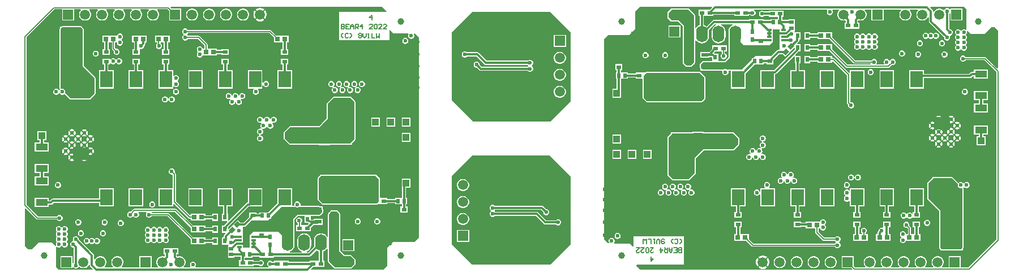
<source format=gbl>
G04*
G04 #@! TF.GenerationSoftware,Altium Limited,Altium Designer,22.3.1 (43)*
G04*
G04 Layer_Physical_Order=4*
G04 Layer_Color=16711680*
%FSLAX25Y25*%
%MOIN*%
G70*
G04*
G04 #@! TF.SameCoordinates,9666C8D3-C488-416E-8FBA-698088E7738B*
G04*
G04*
G04 #@! TF.FilePolarity,Positive*
G04*
G01*
G75*
%ADD12R,0.03150X0.02756*%
%ADD13R,0.02953X0.02362*%
%ADD15R,0.02362X0.02520*%
%ADD17R,0.02520X0.02362*%
%ADD25R,0.02362X0.02953*%
%ADD29R,0.03976X0.03976*%
%ADD30R,0.06969X0.16024*%
%ADD31R,0.16024X0.06969*%
%ADD36C,0.03937*%
%ADD42R,0.05512X0.05118*%
%ADD43R,0.04961X0.10709*%
%ADD45R,0.03150X0.02165*%
%ADD46R,0.04724X0.01181*%
%ADD47C,0.00600*%
%ADD48C,0.01200*%
%ADD49C,0.00800*%
%ADD50C,0.01250*%
%ADD51R,0.03150X0.02756*%
%ADD53O,0.06890X0.09843*%
%ADD54C,0.05906*%
%ADD55R,0.05906X0.05906*%
%ADD56C,0.02362*%
%ADD57R,0.05906X0.05906*%
G04:AMPARAMS|DCode=58|XSize=23.62mil|YSize=29.53mil|CornerRadius=0mil|HoleSize=0mil|Usage=FLASHONLY|Rotation=135.000|XOffset=0mil|YOffset=0mil|HoleType=Round|Shape=Rectangle|*
%AMROTATEDRECTD58*
4,1,4,0.01879,0.00209,-0.00209,-0.01879,-0.01879,-0.00209,0.00209,0.01879,0.01879,0.00209,0.0*
%
%ADD58ROTATEDRECTD58*%

%ADD59R,0.07087X0.31496*%
%ADD60R,0.07087X0.25984*%
%ADD61R,0.07402X0.09724*%
%ADD62R,0.09724X0.07402*%
%ADD63R,0.31456X0.24621*%
%ADD64R,0.03937X0.04134*%
%ADD65R,0.04134X0.08661*%
%ADD66R,0.04902X0.02402*%
%ADD67R,0.07087X0.04095*%
%ADD68R,0.02165X0.03150*%
%ADD69R,0.01181X0.04724*%
%ADD70R,0.04134X0.02362*%
%ADD71R,0.03937X0.06693*%
%ADD72R,0.02756X0.01181*%
%ADD73R,0.05512X0.05118*%
G36*
X755988Y354758D02*
Y342984D01*
X755497Y342768D01*
X754843Y343039D01*
X754134D01*
X753479Y342768D01*
X753021Y342310D01*
X752738Y342287D01*
X752455Y342310D01*
X751997Y342768D01*
X751343Y343039D01*
X750634D01*
X749979Y342768D01*
X749478Y342267D01*
X749207Y341613D01*
Y340904D01*
X749478Y340249D01*
X749969Y339758D01*
X749478Y339267D01*
X749207Y338613D01*
Y337904D01*
X749478Y337249D01*
X749969Y336758D01*
X749478Y336267D01*
X749207Y335613D01*
Y334904D01*
X749478Y334249D01*
X749969Y333758D01*
X749478Y333267D01*
X749207Y332613D01*
Y331904D01*
X749478Y331249D01*
X749979Y330748D01*
X750634Y330477D01*
X751343D01*
X751997Y330748D01*
X752455Y331206D01*
X752738Y331230D01*
X753021Y331206D01*
X753479Y330748D01*
X754134Y330477D01*
X754843D01*
X755497Y330748D01*
X755998Y331249D01*
X756269Y331904D01*
Y332613D01*
X755998Y333267D01*
X755507Y333758D01*
X755998Y334249D01*
X756269Y334904D01*
Y335613D01*
X755998Y336267D01*
X755507Y336758D01*
X755998Y337249D01*
X756269Y337904D01*
Y338613D01*
X755998Y339267D01*
X755507Y339758D01*
X755998Y340249D01*
X756269Y340904D01*
Y341613D01*
X756158Y341881D01*
X756582Y342165D01*
X758488Y340258D01*
X766488D01*
X770488Y344258D01*
X772488D01*
X774488Y342258D01*
Y320209D01*
X774026Y320018D01*
X767637Y326407D01*
X767339Y326606D01*
X766988Y326676D01*
X755536D01*
X755498Y326767D01*
X754997Y327268D01*
X754343Y327539D01*
X753634D01*
X752979Y327268D01*
X752478Y326767D01*
X752207Y326113D01*
Y325404D01*
X752478Y324749D01*
X752979Y324248D01*
X753634Y323977D01*
X754343D01*
X754997Y324248D01*
X755498Y324749D01*
X755536Y324841D01*
X766608D01*
X770190Y321258D01*
X773571Y317878D01*
Y219138D01*
X766690Y212258D01*
X757108Y202676D01*
X752541D01*
Y209311D01*
X745435D01*
Y202676D01*
X741637D01*
X741430Y203176D01*
X741831Y203577D01*
X742299Y204387D01*
X742541Y205291D01*
Y206226D01*
X742299Y207130D01*
X741831Y207940D01*
X741170Y208601D01*
X740360Y209069D01*
X739456Y209311D01*
X738520D01*
X737617Y209069D01*
X736807Y208601D01*
X736145Y207940D01*
X735678Y207130D01*
X735435Y206226D01*
Y205291D01*
X735678Y204387D01*
X736145Y203577D01*
X736546Y203176D01*
X736339Y202676D01*
X731637D01*
X731430Y203176D01*
X731831Y203577D01*
X732299Y204387D01*
X732541Y205291D01*
Y206226D01*
X732299Y207130D01*
X731831Y207940D01*
X731170Y208601D01*
X730360Y209069D01*
X729456Y209311D01*
X728520D01*
X727617Y209069D01*
X726807Y208601D01*
X726145Y207940D01*
X725678Y207130D01*
X725435Y206226D01*
Y205291D01*
X725678Y204387D01*
X726145Y203577D01*
X726546Y203176D01*
X726339Y202676D01*
X721637D01*
X721430Y203176D01*
X721831Y203577D01*
X722299Y204387D01*
X722541Y205291D01*
Y206226D01*
X722299Y207130D01*
X721831Y207940D01*
X721170Y208601D01*
X720360Y209069D01*
X719456Y209311D01*
X718520D01*
X717617Y209069D01*
X716807Y208601D01*
X716145Y207940D01*
X715678Y207130D01*
X715436Y206226D01*
Y205291D01*
X715678Y204387D01*
X716145Y203577D01*
X716546Y203176D01*
X716339Y202676D01*
X711637D01*
X711430Y203176D01*
X711831Y203577D01*
X712299Y204387D01*
X712541Y205291D01*
Y206226D01*
X712299Y207130D01*
X711831Y207940D01*
X711170Y208601D01*
X710360Y209069D01*
X709456Y209311D01*
X708521D01*
X707617Y209069D01*
X706807Y208601D01*
X706145Y207940D01*
X705678Y207130D01*
X705436Y206226D01*
Y205291D01*
X705678Y204387D01*
X706145Y203577D01*
X706546Y203176D01*
X706339Y202676D01*
X701637D01*
X701430Y203176D01*
X701831Y203577D01*
X702299Y204387D01*
X702541Y205291D01*
Y206226D01*
X702299Y207130D01*
X701831Y207940D01*
X701170Y208601D01*
X700360Y209069D01*
X699456Y209311D01*
X698521D01*
X697617Y209069D01*
X696807Y208601D01*
X696145Y207940D01*
X695678Y207130D01*
X695435Y206226D01*
Y205291D01*
X695678Y204387D01*
X696145Y203577D01*
X696546Y203176D01*
X696339Y202676D01*
X690368D01*
X689541Y203503D01*
Y209311D01*
X682436D01*
Y202206D01*
X688243D01*
X688729Y201720D01*
X688537Y201258D01*
X563988D01*
X561550Y203696D01*
X561742Y204158D01*
X589588D01*
Y218758D01*
Y220858D01*
X559888D01*
Y218758D01*
Y215012D01*
X559426Y214820D01*
X557488Y216758D01*
X548660D01*
X548469Y217220D01*
X548498Y217249D01*
X548769Y217904D01*
Y218613D01*
X548709Y218758D01*
X548705D01*
X548701Y218778D01*
X548567Y219102D01*
X548372Y219394D01*
X548124Y219642D01*
X547832Y219837D01*
X547508Y219971D01*
X547164Y220039D01*
X546813D01*
X546725Y220022D01*
X546707Y220039D01*
X546634D01*
X545979Y219768D01*
X545478Y219267D01*
X545207Y218613D01*
Y217904D01*
X545397Y217445D01*
X545164Y216973D01*
X545112Y216927D01*
X544854Y216892D01*
X542488Y219258D01*
Y224258D01*
Y337258D01*
X544988Y339758D01*
X557488D01*
X560988Y343258D01*
Y353758D01*
X563488Y356258D01*
X605868D01*
X606060Y355796D01*
X604803Y354539D01*
X602801D01*
X602676Y354539D01*
X602301D01*
X602176Y354539D01*
X598148D01*
Y350977D01*
X598922D01*
Y345606D01*
X598106Y345268D01*
X597261Y344620D01*
X596638Y343807D01*
X596584Y343805D01*
X596138Y344079D01*
Y351258D01*
X595948Y351718D01*
X592448Y355218D01*
X591988Y355408D01*
X582488Y355408D01*
X582029Y355218D01*
X580029Y353218D01*
X579839Y352758D01*
X579839Y350258D01*
X580029Y349799D01*
X582029Y347799D01*
X582488Y347609D01*
X586219D01*
X588839Y344989D01*
Y323258D01*
X589029Y322799D01*
X590529Y321299D01*
X590988Y321109D01*
X593988D01*
X594033Y321128D01*
X594080Y321115D01*
X594257Y321220D01*
X594448Y321299D01*
X594466Y321344D01*
X594508Y321369D01*
X595339Y322477D01*
X595824D01*
Y323124D01*
X596008Y323369D01*
X596059Y323568D01*
X596138Y323758D01*
Y336438D01*
X596584Y336712D01*
X596638Y336709D01*
X597261Y335897D01*
X598106Y335249D01*
X599090Y334841D01*
X600146Y334702D01*
X601202Y334841D01*
X602186Y335249D01*
X603031Y335897D01*
X603679Y336742D01*
X604086Y337726D01*
X604225Y338782D01*
Y341735D01*
X604124Y342506D01*
X607653Y346035D01*
X608493D01*
X608593Y345535D01*
X607948Y345268D01*
X607103Y344620D01*
X606455Y343775D01*
X606047Y342791D01*
X605908Y341735D01*
Y338782D01*
X606047Y337726D01*
X606455Y336742D01*
X607103Y335897D01*
X607948Y335249D01*
X608932Y334841D01*
X609988Y334702D01*
X611044Y334841D01*
X612028Y335249D01*
X612873Y335897D01*
X613521Y336742D01*
X613929Y337726D01*
X614068Y338782D01*
Y341735D01*
X613929Y342791D01*
X613521Y343775D01*
X612873Y344620D01*
X612028Y345268D01*
X611384Y345535D01*
X611483Y346035D01*
X618336D01*
X618435Y345535D01*
X617791Y345268D01*
X616946Y344620D01*
X616298Y343775D01*
X616094Y343282D01*
X616029Y343218D01*
X615839Y342758D01*
Y342402D01*
X615751Y341735D01*
Y338782D01*
X615839Y338115D01*
Y326527D01*
X613719Y324408D01*
X610254D01*
X609769Y324446D01*
X609769Y324908D01*
Y328598D01*
X607642D01*
X607377Y328864D01*
X607349Y329152D01*
X608174Y329977D01*
X610176D01*
X610301Y329977D01*
X610676D01*
X610801Y329977D01*
X611834D01*
Y328623D01*
X611478Y328267D01*
X611207Y327613D01*
Y326904D01*
X611478Y326249D01*
X611979Y325748D01*
X612634Y325477D01*
X613343D01*
X613997Y325748D01*
X614498Y326249D01*
X614769Y326904D01*
Y327613D01*
X614498Y328267D01*
X613997Y328768D01*
X613670Y328904D01*
Y329977D01*
X614828D01*
Y333539D01*
X610801D01*
X610676Y333539D01*
X610301D01*
X610176Y333539D01*
X606148D01*
Y331412D01*
X604830Y330094D01*
X604486Y329780D01*
Y329780D01*
X604486Y329780D01*
X599152D01*
Y326217D01*
X604486D01*
Y326775D01*
X605791D01*
X606207Y326359D01*
X606207Y324446D01*
X605723Y324408D01*
X600988D01*
X600529Y324218D01*
X599029Y322718D01*
X598839Y322258D01*
Y320758D01*
X599029Y320299D01*
X599152Y320176D01*
Y318737D01*
X600679D01*
X600988Y318609D01*
X611963D01*
X612241Y318193D01*
X612207Y318113D01*
Y317404D01*
X612478Y316749D01*
X612979Y316248D01*
X613634Y315977D01*
X614343D01*
X614997Y316248D01*
X615498Y316749D01*
X615769Y317404D01*
Y318113D01*
X615736Y318193D01*
X616014Y318609D01*
X617128D01*
Y308040D01*
X625730D01*
Y317002D01*
X631126Y322398D01*
X636502D01*
Y323035D01*
X638148D01*
Y322477D01*
X642301D01*
Y324721D01*
X642324Y324839D01*
Y325100D01*
X645658Y328434D01*
X647675D01*
X649179Y326930D01*
X652115Y329866D01*
X652115D01*
X652380Y330131D01*
X654489Y332241D01*
X654951Y332049D01*
Y331894D01*
X654928Y331776D01*
Y331212D01*
X642704Y318988D01*
X642050D01*
X641931Y318965D01*
X634648D01*
Y308040D01*
X643250D01*
Y316549D01*
X643679Y316634D01*
X644076Y316899D01*
X654451Y327274D01*
X654951Y327067D01*
Y323083D01*
X655245D01*
Y318965D01*
X652168D01*
Y308040D01*
X660769D01*
Y318965D01*
X657692D01*
Y323083D01*
X658317D01*
Y327433D01*
X655317D01*
X655110Y327933D01*
X657016Y329840D01*
X657179Y330083D01*
X658317D01*
Y334433D01*
X656547D01*
X656355Y334895D01*
X657025Y335564D01*
X657290Y335961D01*
X657383Y336430D01*
Y337084D01*
X658317D01*
Y341433D01*
X654951D01*
Y341433D01*
X654709Y341373D01*
X654599Y341513D01*
X654843Y342013D01*
X654848D01*
Y345575D01*
Y349039D01*
X651128D01*
Y348482D01*
X647502D01*
Y349118D01*
X647476D01*
Y350477D01*
X648328D01*
Y354039D01*
X644301D01*
X644176Y354039D01*
X643801D01*
X643676Y354039D01*
X639648D01*
Y353482D01*
X636784D01*
X636497Y353768D01*
X635843Y354039D01*
X635134D01*
X634479Y353768D01*
X633978Y353267D01*
X633707Y352613D01*
Y351904D01*
X633978Y351249D01*
X634479Y350748D01*
X635134Y350477D01*
X635843D01*
X636497Y350748D01*
X636784Y351035D01*
X639648D01*
Y350477D01*
X643676D01*
X643801Y350477D01*
X644176D01*
X644301Y350477D01*
X645028D01*
Y349118D01*
X640475D01*
Y348482D01*
X636565D01*
Y349039D01*
X632537D01*
X632412Y349039D01*
X632037D01*
X631912Y349039D01*
X627884D01*
Y348482D01*
X607146D01*
X606677Y348389D01*
X606281Y348124D01*
X602887Y344730D01*
X602186Y345268D01*
X601369Y345606D01*
Y350977D01*
X602176D01*
X602301Y350977D01*
X602676D01*
X602801Y350977D01*
X606828D01*
Y351535D01*
X619148D01*
Y350977D01*
X623176D01*
X623301Y350977D01*
X623676D01*
X623801Y350977D01*
X627828D01*
Y351535D01*
X628693D01*
X628979Y351248D01*
X629634Y350977D01*
X630343D01*
X630997Y351248D01*
X631498Y351749D01*
X631769Y352404D01*
Y353113D01*
X631498Y353767D01*
X630997Y354268D01*
X630924Y354299D01*
X631024Y354799D01*
X673803D01*
X674010Y354299D01*
X673978Y354267D01*
X673707Y353613D01*
Y352904D01*
X673978Y352249D01*
X674479Y351748D01*
X675134Y351477D01*
X675843D01*
X676497Y351748D01*
X676998Y352249D01*
X677269Y352904D01*
Y353613D01*
X676998Y354267D01*
X676967Y354299D01*
X677174Y354799D01*
X680797D01*
X681004Y354299D01*
X680645Y353940D01*
X680178Y353130D01*
X679936Y352226D01*
Y351291D01*
X680178Y350387D01*
X680645Y349577D01*
X681307Y348915D01*
X682117Y348448D01*
X683020Y348206D01*
X683956D01*
X684543Y348363D01*
X685001Y347992D01*
Y347039D01*
X684148D01*
Y343477D01*
X688301D01*
Y343477D01*
X688676D01*
Y343477D01*
X692828D01*
Y347039D01*
X691976D01*
Y347992D01*
X692433Y348363D01*
X693020Y348206D01*
X693956D01*
X694860Y348448D01*
X695670Y348915D01*
X696331Y349577D01*
X696799Y350387D01*
X697041Y351291D01*
Y352226D01*
X696799Y353130D01*
X696331Y353940D01*
X695972Y354299D01*
X696179Y354799D01*
X699935D01*
Y348206D01*
X707041D01*
Y354799D01*
X717297D01*
X717504Y354299D01*
X717145Y353940D01*
X716678Y353130D01*
X716435Y352226D01*
Y351291D01*
X716678Y350387D01*
X717145Y349577D01*
X717807Y348915D01*
X718617Y348448D01*
X719521Y348206D01*
X720456D01*
X721360Y348448D01*
X722170Y348915D01*
X722831Y349577D01*
X723299Y350387D01*
X723541Y351291D01*
Y352226D01*
X723299Y353130D01*
X722831Y353940D01*
X722472Y354299D01*
X722680Y354799D01*
X727297D01*
X727504Y354299D01*
X727145Y353940D01*
X726678Y353130D01*
X726436Y352226D01*
Y351291D01*
X726678Y350387D01*
X727145Y349577D01*
X727807Y348915D01*
X728617Y348448D01*
X729521Y348206D01*
X730456D01*
X731360Y348448D01*
X732170Y348915D01*
X732831Y349577D01*
X733027Y349917D01*
X733688Y350062D01*
X733765Y350008D01*
Y347758D01*
X733858Y347290D01*
X734123Y346893D01*
X742707Y338309D01*
Y337904D01*
X742978Y337249D01*
X743479Y336748D01*
X744134Y336477D01*
X744843D01*
X745497Y336748D01*
X745998Y337249D01*
X746269Y337904D01*
Y338613D01*
X746118Y338977D01*
X746424Y339477D01*
X747078Y339748D01*
X747579Y340249D01*
X747851Y340904D01*
Y341613D01*
X747579Y342267D01*
X747078Y342768D01*
X746424Y343039D01*
X746019D01*
X745712Y343346D01*
Y352281D01*
X745935Y352478D01*
X746435Y352251D01*
Y348206D01*
X753541D01*
Y355311D01*
X746435D01*
Y354983D01*
X746231Y354882D01*
X745935Y354830D01*
X745497Y355268D01*
X744843Y355539D01*
X744134D01*
X743479Y355268D01*
X742978Y354767D01*
X742900Y354578D01*
X742310Y354461D01*
X742170Y354601D01*
X741360Y355069D01*
X740456Y355311D01*
X739521D01*
X738617Y355069D01*
X737807Y354601D01*
X737145Y353940D01*
X736949Y353600D01*
X736288Y353455D01*
X736212Y353509D01*
Y353641D01*
X736119Y354109D01*
X735853Y354506D01*
X734563Y355796D01*
X734755Y356258D01*
X754488D01*
X755988Y354758D01*
D02*
G37*
G36*
X414450Y353804D02*
X414258Y353342D01*
X386412D01*
Y338742D01*
Y336642D01*
X416112D01*
Y338742D01*
Y342488D01*
X416574Y342680D01*
X418512Y340742D01*
X427340D01*
X427531Y340280D01*
X427502Y340251D01*
X427231Y339596D01*
Y338887D01*
X427291Y338742D01*
X427295D01*
X427299Y338722D01*
X427433Y338398D01*
X427628Y338106D01*
X427876Y337858D01*
X428168Y337663D01*
X428492Y337529D01*
X428836Y337461D01*
X429187D01*
X429275Y337478D01*
X429293Y337461D01*
X429366D01*
X430021Y337732D01*
X430522Y338233D01*
X430793Y338887D01*
Y339596D01*
X430603Y340055D01*
X430836Y340527D01*
X430888Y340573D01*
X431146Y340608D01*
X433512Y338242D01*
Y333242D01*
Y220242D01*
X431012Y217742D01*
X418512D01*
X415012Y214242D01*
Y203742D01*
X412512Y201242D01*
X370131D01*
X369940Y201704D01*
X371197Y202961D01*
X373199D01*
X373324Y202960D01*
X373699D01*
X373824Y202961D01*
X377852D01*
Y206523D01*
X377078D01*
Y211894D01*
X377894Y212232D01*
X378739Y212880D01*
X379362Y213693D01*
X379416Y213695D01*
X379862Y213421D01*
Y206242D01*
X380052Y205782D01*
X383553Y202282D01*
X384012Y202092D01*
X393512Y202092D01*
X393971Y202282D01*
X395971Y204282D01*
X396161Y204742D01*
X396161Y207242D01*
X395971Y207701D01*
X393971Y209701D01*
X393512Y209891D01*
X389781D01*
X387161Y212511D01*
Y234242D01*
X386971Y234701D01*
X385471Y236201D01*
X385012Y236391D01*
X382012D01*
X381967Y236372D01*
X381920Y236385D01*
X381743Y236280D01*
X381553Y236201D01*
X381534Y236156D01*
X381492Y236131D01*
X380661Y235023D01*
X380175D01*
Y234376D01*
X379992Y234131D01*
X379941Y233932D01*
X379862Y233742D01*
Y221062D01*
X379416Y220789D01*
X379362Y220791D01*
X378739Y221603D01*
X377894Y222251D01*
X376910Y222659D01*
X375854Y222798D01*
X374798Y222659D01*
X373814Y222251D01*
X372969Y221603D01*
X372321Y220758D01*
X371914Y219774D01*
X371775Y218718D01*
Y215765D01*
X371876Y214994D01*
X368348Y211465D01*
X367507D01*
X367407Y211965D01*
X368052Y212232D01*
X368897Y212880D01*
X369545Y213725D01*
X369953Y214709D01*
X370092Y215765D01*
Y218718D01*
X369953Y219774D01*
X369545Y220758D01*
X368897Y221603D01*
X368052Y222251D01*
X367068Y222659D01*
X366012Y222798D01*
X364956Y222659D01*
X363972Y222251D01*
X363127Y221603D01*
X362478Y220758D01*
X362071Y219774D01*
X361932Y218718D01*
Y215765D01*
X362071Y214709D01*
X362478Y213725D01*
X363127Y212880D01*
X363972Y212232D01*
X364616Y211965D01*
X364517Y211465D01*
X357664D01*
X357565Y211965D01*
X358209Y212232D01*
X359054Y212880D01*
X359702Y213725D01*
X359906Y214218D01*
X359971Y214282D01*
X360161Y214742D01*
Y215098D01*
X360249Y215765D01*
Y218718D01*
X360161Y219385D01*
Y230973D01*
X362281Y233092D01*
X365746D01*
X366231Y233054D01*
X366231Y232592D01*
Y228902D01*
X368358D01*
X368623Y228636D01*
X368651Y228348D01*
X367826Y227523D01*
X365824D01*
X365699Y227523D01*
X365324D01*
X365199Y227523D01*
X364166D01*
Y228877D01*
X364522Y229233D01*
X364793Y229887D01*
Y230596D01*
X364522Y231251D01*
X364021Y231752D01*
X363366Y232023D01*
X362657D01*
X362003Y231752D01*
X361502Y231251D01*
X361231Y230596D01*
Y229887D01*
X361502Y229233D01*
X362003Y228732D01*
X362330Y228596D01*
Y227523D01*
X361172D01*
Y223961D01*
X365199D01*
X365324Y223961D01*
X365699D01*
X365824Y223961D01*
X369852D01*
Y226088D01*
X371170Y227406D01*
X371514Y227720D01*
Y227720D01*
X371514Y227720D01*
X376848D01*
Y231283D01*
X371514D01*
Y230725D01*
X370209D01*
X369793Y231141D01*
X369793Y233054D01*
X370277Y233092D01*
X375012D01*
X375471Y233282D01*
X376971Y234782D01*
X377161Y235242D01*
Y236742D01*
X376971Y237201D01*
X376848Y237324D01*
Y238763D01*
X375321D01*
X375012Y238891D01*
X364037D01*
X363759Y239307D01*
X363793Y239387D01*
Y240096D01*
X363522Y240751D01*
X363021Y241252D01*
X362366Y241523D01*
X361658D01*
X361003Y241252D01*
X360502Y240751D01*
X360231Y240096D01*
Y239387D01*
X360264Y239307D01*
X359986Y238891D01*
X358872D01*
Y249460D01*
X350270D01*
Y240498D01*
X344873Y235102D01*
X339498D01*
Y234465D01*
X337852D01*
Y235023D01*
X333699D01*
Y232779D01*
X333676Y232661D01*
Y232400D01*
X330342Y229066D01*
X328325D01*
X326821Y230570D01*
X323885Y227634D01*
X323885D01*
X323620Y227369D01*
X321511Y225259D01*
X321049Y225451D01*
Y225606D01*
X321072Y225724D01*
Y226288D01*
X333296Y238512D01*
X333950D01*
X334069Y238535D01*
X341352D01*
Y249460D01*
X332750D01*
Y240951D01*
X332321Y240866D01*
X331924Y240600D01*
X321549Y230225D01*
X321049Y230433D01*
Y234417D01*
X320755D01*
Y238535D01*
X323832D01*
Y249460D01*
X315231D01*
Y238535D01*
X318308D01*
Y234417D01*
X317683D01*
Y230067D01*
X320683D01*
X320890Y229567D01*
X318984Y227660D01*
X318821Y227416D01*
X317683D01*
Y223067D01*
X319453D01*
X319645Y222605D01*
X318975Y221936D01*
X318710Y221539D01*
X318617Y221070D01*
Y220416D01*
X317683D01*
Y216067D01*
X321049D01*
Y216067D01*
X321291Y216127D01*
X321401Y215987D01*
X321157Y215487D01*
X321152D01*
Y211925D01*
Y208461D01*
X324872D01*
Y209018D01*
X328498D01*
Y208382D01*
X328524D01*
Y207023D01*
X327672D01*
Y203461D01*
X331699D01*
X331824Y203461D01*
X332199D01*
X332324Y203461D01*
X336352D01*
Y204018D01*
X339216D01*
X339503Y203732D01*
X340158Y203461D01*
X340866D01*
X341521Y203732D01*
X342022Y204233D01*
X342293Y204887D01*
Y205596D01*
X342022Y206251D01*
X341521Y206752D01*
X340866Y207023D01*
X340158D01*
X339503Y206752D01*
X339216Y206465D01*
X336352D01*
Y207023D01*
X332324D01*
X332199Y207023D01*
X331824D01*
X331699Y207023D01*
X330972D01*
Y208382D01*
X335525D01*
Y209018D01*
X339435D01*
Y208461D01*
X343463D01*
X343588Y208461D01*
X343963D01*
X344088Y208461D01*
X348116D01*
Y209018D01*
X368854D01*
X369322Y209111D01*
X369719Y209377D01*
X373113Y212770D01*
X373814Y212232D01*
X374631Y211894D01*
Y206523D01*
X373824D01*
X373699Y206523D01*
X373324D01*
X373199Y206523D01*
X369172D01*
Y205965D01*
X356852D01*
Y206523D01*
X352824D01*
X352699Y206523D01*
X352324D01*
X352199Y206523D01*
X348172D01*
Y205965D01*
X347307D01*
X347021Y206252D01*
X346366Y206523D01*
X345657D01*
X345003Y206252D01*
X344502Y205751D01*
X344231Y205096D01*
Y204387D01*
X344502Y203733D01*
X345003Y203232D01*
X345076Y203201D01*
X344976Y202701D01*
X302197D01*
X301990Y203201D01*
X302022Y203233D01*
X302293Y203887D01*
Y204596D01*
X302022Y205251D01*
X301521Y205752D01*
X300866Y206023D01*
X300157D01*
X299503Y205752D01*
X299002Y205251D01*
X298731Y204596D01*
Y203887D01*
X299002Y203233D01*
X299033Y203201D01*
X298826Y202701D01*
X295203D01*
X294996Y203201D01*
X295355Y203560D01*
X295822Y204370D01*
X296064Y205274D01*
Y206209D01*
X295822Y207113D01*
X295355Y207923D01*
X294693Y208585D01*
X293883Y209052D01*
X292980Y209294D01*
X292044D01*
X291457Y209137D01*
X290999Y209508D01*
Y210461D01*
X291852D01*
Y214023D01*
X287699D01*
Y214023D01*
X287324D01*
Y214023D01*
X283172D01*
Y210461D01*
X284024D01*
Y209508D01*
X283567Y209137D01*
X282979Y209294D01*
X282044D01*
X281140Y209052D01*
X280330Y208585D01*
X279669Y207923D01*
X279201Y207113D01*
X278959Y206209D01*
Y205274D01*
X279201Y204370D01*
X279669Y203560D01*
X280028Y203201D01*
X279820Y202701D01*
X276064D01*
Y209294D01*
X268959D01*
Y202701D01*
X258703D01*
X258496Y203201D01*
X258855Y203560D01*
X259322Y204370D01*
X259564Y205274D01*
Y206209D01*
X259322Y207113D01*
X258855Y207923D01*
X258193Y208585D01*
X257383Y209052D01*
X256480Y209294D01*
X255544D01*
X254640Y209052D01*
X253830Y208585D01*
X253169Y207923D01*
X252701Y207113D01*
X252459Y206209D01*
Y205274D01*
X252701Y204370D01*
X253169Y203560D01*
X253528Y203201D01*
X253321Y202701D01*
X248703D01*
X248496Y203201D01*
X248855Y203560D01*
X249322Y204370D01*
X249565Y205274D01*
Y206209D01*
X249322Y207113D01*
X248855Y207923D01*
X248193Y208585D01*
X247383Y209052D01*
X246480Y209294D01*
X245544D01*
X244640Y209052D01*
X243830Y208585D01*
X243169Y207923D01*
X242973Y207583D01*
X242312Y207438D01*
X242235Y207492D01*
Y209742D01*
X242142Y210210D01*
X241877Y210607D01*
X233293Y219191D01*
Y219596D01*
X233022Y220251D01*
X232521Y220752D01*
X231866Y221023D01*
X231157D01*
X230503Y220752D01*
X230002Y220251D01*
X229731Y219596D01*
Y218887D01*
X229882Y218523D01*
X229576Y218023D01*
X228922Y217752D01*
X228421Y217251D01*
X228150Y216596D01*
Y215887D01*
X228421Y215233D01*
X228922Y214732D01*
X229576Y214461D01*
X229981D01*
X230288Y214154D01*
Y205219D01*
X230065Y205022D01*
X229564Y205249D01*
Y209294D01*
X222459D01*
Y202189D01*
X229564D01*
Y202517D01*
X229769Y202618D01*
X230065Y202670D01*
X230503Y202232D01*
X231157Y201961D01*
X231866D01*
X232521Y202232D01*
X233022Y202733D01*
X233100Y202922D01*
X233690Y203039D01*
X233830Y202899D01*
X234640Y202431D01*
X235544Y202189D01*
X236479D01*
X237383Y202431D01*
X238193Y202899D01*
X238855Y203560D01*
X239051Y203900D01*
X239712Y204045D01*
X239788Y203991D01*
Y203859D01*
X239881Y203391D01*
X240147Y202994D01*
X241437Y201704D01*
X241246Y201242D01*
X221512D01*
X220012Y202742D01*
Y214516D01*
X220503Y214732D01*
X221158Y214461D01*
X221866D01*
X222521Y214732D01*
X222978Y215190D01*
X223262Y215213D01*
X223545Y215190D01*
X224003Y214732D01*
X224658Y214461D01*
X225366D01*
X226021Y214732D01*
X226522Y215233D01*
X226793Y215887D01*
Y216596D01*
X226522Y217251D01*
X226031Y217742D01*
X226522Y218233D01*
X226793Y218887D01*
Y219596D01*
X226522Y220251D01*
X226031Y220742D01*
X226522Y221233D01*
X226793Y221887D01*
Y222596D01*
X226522Y223251D01*
X226031Y223742D01*
X226522Y224233D01*
X226793Y224887D01*
Y225596D01*
X226522Y226251D01*
X226021Y226752D01*
X225366Y227023D01*
X224658D01*
X224003Y226752D01*
X223545Y226294D01*
X223262Y226270D01*
X222978Y226294D01*
X222521Y226752D01*
X221866Y227023D01*
X221158D01*
X220503Y226752D01*
X220002Y226251D01*
X219731Y225596D01*
Y224887D01*
X220002Y224233D01*
X220493Y223742D01*
X220002Y223251D01*
X219731Y222596D01*
Y221887D01*
X220002Y221233D01*
X220493Y220742D01*
X220002Y220251D01*
X219731Y219596D01*
Y218887D01*
X220002Y218233D01*
X220493Y217742D01*
X220002Y217251D01*
X219731Y216596D01*
Y215887D01*
X219842Y215618D01*
X219418Y215335D01*
X217512Y217242D01*
X209512D01*
X205512Y213242D01*
X203512D01*
X201512Y215242D01*
Y237291D01*
X201974Y237482D01*
X208363Y231093D01*
X208661Y230894D01*
X209012Y230824D01*
X220464D01*
X220502Y230733D01*
X221003Y230232D01*
X221657Y229961D01*
X222366D01*
X223021Y230232D01*
X223522Y230733D01*
X223793Y231387D01*
Y232096D01*
X223522Y232751D01*
X223021Y233252D01*
X222366Y233523D01*
X221657D01*
X221003Y233252D01*
X220502Y232751D01*
X220464Y232659D01*
X209392D01*
X205809Y236242D01*
X202429Y239622D01*
Y338362D01*
X209310Y345242D01*
X218892Y354824D01*
X223459D01*
Y348189D01*
X230564D01*
Y354824D01*
X234363D01*
X234570Y354324D01*
X234169Y353923D01*
X233701Y353113D01*
X233459Y352209D01*
Y351274D01*
X233701Y350370D01*
X234169Y349560D01*
X234830Y348899D01*
X235640Y348431D01*
X236544Y348189D01*
X237479D01*
X238383Y348431D01*
X239193Y348899D01*
X239855Y349560D01*
X240322Y350370D01*
X240564Y351274D01*
Y352209D01*
X240322Y353113D01*
X239855Y353923D01*
X239454Y354324D01*
X239661Y354824D01*
X244363D01*
X244570Y354324D01*
X244169Y353923D01*
X243701Y353113D01*
X243459Y352209D01*
Y351274D01*
X243701Y350370D01*
X244169Y349560D01*
X244830Y348899D01*
X245640Y348431D01*
X246544Y348189D01*
X247480D01*
X248383Y348431D01*
X249193Y348899D01*
X249855Y349560D01*
X250322Y350370D01*
X250565Y351274D01*
Y352209D01*
X250322Y353113D01*
X249855Y353923D01*
X249454Y354324D01*
X249661Y354824D01*
X254363D01*
X254570Y354324D01*
X254169Y353923D01*
X253701Y353113D01*
X253459Y352209D01*
Y351274D01*
X253701Y350370D01*
X254169Y349560D01*
X254830Y348899D01*
X255640Y348431D01*
X256544Y348189D01*
X257480D01*
X258383Y348431D01*
X259193Y348899D01*
X259855Y349560D01*
X260322Y350370D01*
X260564Y351274D01*
Y352209D01*
X260322Y353113D01*
X259855Y353923D01*
X259454Y354324D01*
X259661Y354824D01*
X264363D01*
X264570Y354324D01*
X264169Y353923D01*
X263701Y353113D01*
X263459Y352209D01*
Y351274D01*
X263701Y350370D01*
X264169Y349560D01*
X264830Y348899D01*
X265640Y348431D01*
X266544Y348189D01*
X267479D01*
X268383Y348431D01*
X269193Y348899D01*
X269855Y349560D01*
X270322Y350370D01*
X270565Y351274D01*
Y352209D01*
X270322Y353113D01*
X269855Y353923D01*
X269454Y354324D01*
X269661Y354824D01*
X274363D01*
X274570Y354324D01*
X274169Y353923D01*
X273701Y353113D01*
X273459Y352209D01*
Y351274D01*
X273701Y350370D01*
X274169Y349560D01*
X274830Y348899D01*
X275640Y348431D01*
X276544Y348189D01*
X277480D01*
X278383Y348431D01*
X279193Y348899D01*
X279855Y349560D01*
X280322Y350370D01*
X280564Y351274D01*
Y352209D01*
X280322Y353113D01*
X279855Y353923D01*
X279454Y354324D01*
X279661Y354824D01*
X285632D01*
X286459Y353997D01*
Y348189D01*
X293565D01*
Y355294D01*
X287757D01*
X287271Y355780D01*
X287463Y356242D01*
X412012D01*
X414450Y353804D01*
D02*
G37*
G36*
X591988Y354758D02*
X595488Y351258D01*
Y323758D01*
X593988Y321758D01*
X590988D01*
X589488Y323258D01*
Y345258D01*
X586488Y348258D01*
X582488D01*
X580488Y350258D01*
X580488Y352758D01*
X582488Y354758D01*
X591988Y354758D01*
D02*
G37*
G36*
X622988Y342258D02*
Y335758D01*
X624988Y333758D01*
X639988D01*
X641988Y335758D01*
Y339601D01*
X642362Y339793D01*
X642808Y339542D01*
X642858Y339290D01*
X643123Y338893D01*
X643520Y338628D01*
X643988Y338535D01*
X644456Y338628D01*
X644853Y338893D01*
X645479Y339519D01*
X645988D01*
Y330881D01*
X645151D01*
X644683Y330788D01*
X644286Y330523D01*
X641022Y327258D01*
X631488D01*
X630348Y326118D01*
X629475D01*
Y325245D01*
X623488Y319258D01*
X615007D01*
X614997Y319268D01*
X614343Y319539D01*
X613634D01*
X612979Y319268D01*
X612969Y319258D01*
X600988D01*
X599488Y320758D01*
Y322258D01*
X600988Y323758D01*
X613988D01*
X616488Y326258D01*
Y342758D01*
X617988Y344258D01*
X620988D01*
X622988Y342258D01*
D02*
G37*
G36*
X522988Y341258D02*
Y300758D01*
X510988Y288758D01*
X465488D01*
X452988Y301258D01*
Y341258D01*
X464988Y353258D01*
X510988D01*
X522988Y341258D01*
D02*
G37*
G36*
X376512Y236742D02*
Y235242D01*
X375012Y233742D01*
X362012D01*
X359512Y231242D01*
Y214742D01*
X358012Y213242D01*
X355012D01*
X353012Y215242D01*
Y221742D01*
X351012Y223742D01*
X336012D01*
X334012Y221742D01*
Y217899D01*
X333638Y217707D01*
X333192Y217958D01*
X333142Y218210D01*
X332877Y218607D01*
X332480Y218872D01*
X332012Y218965D01*
X331543Y218872D01*
X331147Y218607D01*
X330521Y217981D01*
X330012D01*
Y226619D01*
X330849D01*
X331317Y226712D01*
X331714Y226977D01*
X334978Y230242D01*
X344512D01*
X345652Y231382D01*
X346525D01*
Y232255D01*
X352512Y238242D01*
X360993D01*
X361003Y238232D01*
X361658Y237961D01*
X362366D01*
X363021Y238232D01*
X363031Y238242D01*
X375012D01*
X376512Y236742D01*
D02*
G37*
G36*
X523012Y256242D02*
Y216242D01*
X511012Y204242D01*
X465012D01*
X453012Y216242D01*
Y256742D01*
X465012Y268742D01*
X510512D01*
X523012Y256242D01*
D02*
G37*
G36*
X386512Y234242D02*
Y212242D01*
X389512Y209242D01*
X393512D01*
X395512Y207242D01*
X395512Y204742D01*
X393512Y202742D01*
X384012Y202742D01*
X380512Y206242D01*
Y233742D01*
X382012Y235742D01*
X385012D01*
X386512Y234242D01*
D02*
G37*
%LPC*%
G36*
X738343Y341039D02*
X737634D01*
X736979Y340768D01*
X736488Y340277D01*
X735997Y340768D01*
X735343Y341039D01*
X734634D01*
X733979Y340768D01*
X733488Y340277D01*
X732997Y340768D01*
X732343Y341039D01*
X731634D01*
X730979Y340768D01*
X730478Y340267D01*
X730207Y339613D01*
Y338904D01*
X730478Y338249D01*
X730979Y337748D01*
X731634Y337477D01*
X732343D01*
X732997Y337748D01*
X733488Y338240D01*
X733979Y337748D01*
X734634Y337477D01*
X735343D01*
X735997Y337748D01*
X736488Y338240D01*
X736979Y337748D01*
X737634Y337477D01*
X738343D01*
X738997Y337748D01*
X739498Y338249D01*
X739769Y338904D01*
Y339613D01*
X739498Y340267D01*
X738997Y340768D01*
X738343Y341039D01*
D02*
G37*
G36*
X702343Y340539D02*
X701634D01*
X700979Y340268D01*
X700522Y339810D01*
X700238Y339787D01*
X699955Y339810D01*
X699497Y340268D01*
X698843Y340539D01*
X698134D01*
X697479Y340268D01*
X697021Y339810D01*
X696738Y339787D01*
X696455Y339810D01*
X695997Y340268D01*
X695343Y340539D01*
X694634D01*
X693979Y340268D01*
X693521Y339810D01*
X693238Y339787D01*
X692955Y339810D01*
X692497Y340268D01*
X691843Y340539D01*
X691134D01*
X690479Y340268D01*
X689978Y339767D01*
X689707Y339113D01*
Y338404D01*
X689978Y337749D01*
X690469Y337258D01*
X689978Y336767D01*
X689707Y336113D01*
Y335404D01*
X689978Y334749D01*
X690469Y334258D01*
X689978Y333767D01*
X689707Y333113D01*
Y332404D01*
X689978Y331749D01*
X690479Y331248D01*
X691134Y330977D01*
X691843D01*
X692497Y331248D01*
X692955Y331706D01*
X693238Y331730D01*
X693521Y331706D01*
X693979Y331248D01*
X694634Y330977D01*
X695343D01*
X695997Y331248D01*
X696455Y331706D01*
X696738Y331730D01*
X697021Y331706D01*
X697479Y331248D01*
X698134Y330977D01*
X698843D01*
X699497Y331248D01*
X699955Y331706D01*
X700238Y331730D01*
X700522Y331706D01*
X700979Y331248D01*
X701634Y330977D01*
X702343D01*
X702997Y331248D01*
X703498Y331749D01*
X703769Y332404D01*
Y333113D01*
X703498Y333767D01*
X703007Y334258D01*
X703498Y334749D01*
X703769Y335404D01*
Y336113D01*
X703498Y336767D01*
X703007Y337258D01*
X703498Y337749D01*
X703769Y338404D01*
Y339113D01*
X703498Y339767D01*
X702997Y340268D01*
X702343Y340539D01*
D02*
G37*
G36*
X587541Y345311D02*
X580436D01*
Y338206D01*
X587541D01*
Y345311D01*
D02*
G37*
G36*
X741843Y336539D02*
X741134D01*
X740479Y336268D01*
X739978Y335767D01*
X739707Y335113D01*
Y334404D01*
X739978Y333749D01*
X740479Y333248D01*
X741134Y332977D01*
X741843D01*
X742497Y333248D01*
X742998Y333749D01*
X743269Y334404D01*
Y335113D01*
X742998Y335767D01*
X742497Y336268D01*
X741843Y336539D01*
D02*
G37*
G36*
X728843D02*
X728134D01*
X727479Y336268D01*
X726978Y335767D01*
X726707Y335113D01*
Y334404D01*
X726978Y333749D01*
X727479Y333248D01*
X728134Y332977D01*
X728843D01*
X729497Y333248D01*
X729998Y333749D01*
X730269Y334404D01*
Y335113D01*
X729998Y335767D01*
X729497Y336268D01*
X728843Y336539D01*
D02*
G37*
G36*
X718343Y330539D02*
X717634D01*
X716979Y330268D01*
X716478Y329767D01*
X716207Y329113D01*
Y328404D01*
X716478Y327749D01*
X716979Y327248D01*
X717634Y326977D01*
X718343D01*
X718997Y327248D01*
X719498Y327749D01*
X719769Y328404D01*
Y329113D01*
X719498Y329767D01*
X718997Y330268D01*
X718343Y330539D01*
D02*
G37*
G36*
X743343Y330039D02*
X742634D01*
X741979Y329768D01*
X741478Y329267D01*
X741207Y328613D01*
Y327904D01*
X741478Y327249D01*
X741979Y326748D01*
X742634Y326477D01*
X743343D01*
X743997Y326748D01*
X744498Y327249D01*
X744769Y327904D01*
Y328613D01*
X744498Y329267D01*
X743997Y329768D01*
X743343Y330039D01*
D02*
G37*
G36*
X727843D02*
X727134D01*
X726479Y329768D01*
X725978Y329267D01*
X725707Y328613D01*
Y327904D01*
X725978Y327249D01*
X726479Y326748D01*
X727134Y326477D01*
X727843D01*
X728497Y326748D01*
X728998Y327249D01*
X729269Y327904D01*
Y328613D01*
X728998Y329267D01*
X728497Y329768D01*
X727843Y330039D01*
D02*
G37*
G36*
X578843Y329539D02*
X578134D01*
X577479Y329268D01*
X576978Y328767D01*
X576707Y328113D01*
Y327404D01*
X576978Y326749D01*
X577479Y326248D01*
X578134Y325977D01*
X578843D01*
X579497Y326248D01*
X579998Y326749D01*
X580269Y327404D01*
Y328113D01*
X579998Y328767D01*
X579497Y329268D01*
X578843Y329539D01*
D02*
G37*
G36*
X567343D02*
X566634D01*
X565979Y329268D01*
X565478Y328767D01*
X565207Y328113D01*
Y327404D01*
X565478Y326749D01*
X565979Y326248D01*
X566634Y325977D01*
X567343D01*
X567997Y326248D01*
X568498Y326749D01*
X568769Y327404D01*
Y328113D01*
X568498Y328767D01*
X567997Y329268D01*
X567343Y329539D01*
D02*
G37*
G36*
X664025Y341433D02*
X660660D01*
Y337084D01*
X664025D01*
Y338035D01*
X668148D01*
Y337280D01*
X675334D01*
X689505Y323110D01*
X689803Y322911D01*
X690154Y322841D01*
X699579D01*
X699689Y322676D01*
X699422Y322176D01*
X686034D01*
X676828Y331381D01*
Y334236D01*
X668148D01*
Y333482D01*
X664025D01*
Y334433D01*
X660660D01*
Y330083D01*
X664025D01*
Y331035D01*
X668148D01*
Y330280D01*
X675334D01*
X685005Y320609D01*
X685302Y320411D01*
X685654Y320341D01*
X709988D01*
X710339Y320411D01*
X710637Y320609D01*
X712043Y322015D01*
X712134Y321977D01*
X712843D01*
X713497Y322248D01*
X713998Y322749D01*
X714269Y323404D01*
Y324113D01*
X713998Y324767D01*
X713497Y325268D01*
X712843Y325539D01*
X712134D01*
X711479Y325268D01*
X711022Y324810D01*
X710738Y324787D01*
X710455Y324810D01*
X709997Y325268D01*
X709343Y325539D01*
X708634D01*
X707979Y325268D01*
X707478Y324767D01*
X707207Y324113D01*
Y323404D01*
X707478Y322749D01*
X707552Y322676D01*
X707345Y322176D01*
X703132D01*
X702925Y322676D01*
X702998Y322749D01*
X703269Y323404D01*
Y324113D01*
X702998Y324767D01*
X702497Y325268D01*
X701843Y325539D01*
X701134D01*
X700479Y325268D01*
X699978Y324767D01*
X699940Y324676D01*
X690534D01*
X676828Y338381D01*
Y341236D01*
X668148D01*
Y340482D01*
X664025D01*
Y341433D01*
D02*
G37*
G36*
X768632Y319303D02*
X760345D01*
Y317905D01*
X759106D01*
X759106Y317905D01*
X758628Y317810D01*
X758223Y317539D01*
X757468Y316784D01*
X730848D01*
Y318965D01*
X722247D01*
Y308040D01*
X730848D01*
Y314286D01*
X757985D01*
X757985Y314286D01*
X758463Y314381D01*
X758868Y314652D01*
X759623Y315407D01*
X760345D01*
Y314009D01*
X768632D01*
Y319303D01*
D02*
G37*
G36*
X699843Y319539D02*
X699134D01*
X698479Y319268D01*
X697978Y318767D01*
X697707Y318113D01*
Y317404D01*
X697978Y316749D01*
X698479Y316248D01*
X699134Y315977D01*
X699843D01*
X700497Y316248D01*
X700998Y316749D01*
X701269Y317404D01*
Y318113D01*
X700998Y318767D01*
X700497Y319268D01*
X699843Y319539D01*
D02*
G37*
G36*
X713328Y318965D02*
X704727D01*
Y308040D01*
X713328D01*
Y318965D01*
D02*
G37*
G36*
X678289D02*
X669688D01*
Y308040D01*
X678289D01*
Y318965D01*
D02*
G37*
G36*
X755164Y308039D02*
X754813D01*
X754469Y307971D01*
X754145Y307837D01*
X753853Y307642D01*
X753605Y307394D01*
X753410Y307102D01*
X753276Y306778D01*
X753207Y306434D01*
Y306083D01*
X753276Y305739D01*
X753410Y305415D01*
X753605Y305123D01*
X753853Y304875D01*
X754145Y304680D01*
X754469Y304546D01*
X754813Y304477D01*
X755164D01*
X755508Y304546D01*
X755832Y304680D01*
X756124Y304875D01*
X756372Y305123D01*
X756567Y305415D01*
X756701Y305739D01*
X756769Y306083D01*
Y306434D01*
X756701Y306778D01*
X756567Y307102D01*
X756372Y307394D01*
X756124Y307642D01*
X755832Y307837D01*
X755508Y307971D01*
X755164Y308039D01*
D02*
G37*
G36*
X553328Y322539D02*
X549176D01*
Y318977D01*
X550029D01*
Y317618D01*
X549475D01*
Y313898D01*
X550033D01*
Y307851D01*
X547376D01*
Y302674D01*
X552553D01*
Y307851D01*
X552480D01*
Y313898D01*
X556502D01*
Y314535D01*
X561148D01*
Y313977D01*
X564839D01*
X565339Y313493D01*
X565339Y302758D01*
X565529Y302299D01*
X567529Y300299D01*
X567988Y300109D01*
X599988D01*
X600448Y300299D01*
X601947Y301799D01*
X602138Y302258D01*
Y314758D01*
X601947Y315218D01*
X599447Y317718D01*
X598988Y317908D01*
X591488D01*
X567488Y317908D01*
X567029Y317718D01*
X566851Y317539D01*
X565801D01*
X565676Y317539D01*
X565301D01*
X565176Y317539D01*
X561148D01*
Y316982D01*
X556502D01*
Y317618D01*
X552476D01*
Y318977D01*
X553328D01*
Y322539D01*
D02*
G37*
G36*
X664025Y327433D02*
X660660D01*
Y323083D01*
X664025D01*
Y324035D01*
X668148D01*
Y323280D01*
X676828D01*
Y323913D01*
X677328Y324120D01*
X685571Y315878D01*
Y306258D01*
Y299758D01*
X685640Y299407D01*
X685839Y299110D01*
X686245Y298704D01*
X686258Y298691D01*
X686207Y298434D01*
Y298083D01*
X686276Y297739D01*
X686410Y297415D01*
X686605Y297123D01*
X686853Y296875D01*
X687145Y296680D01*
X687469Y296546D01*
X687813Y296477D01*
X688164D01*
X688508Y296546D01*
X688832Y296680D01*
X689124Y296875D01*
X689372Y297123D01*
X689567Y297415D01*
X689701Y297739D01*
X689769Y298083D01*
Y298434D01*
X689701Y298778D01*
X689567Y299102D01*
X689372Y299394D01*
X689124Y299642D01*
X688832Y299837D01*
X688508Y299971D01*
X688164Y300039D01*
X687634D01*
X687444Y300411D01*
X687406Y300444D01*
Y306258D01*
Y308040D01*
X695809D01*
Y318965D01*
X687207D01*
Y317544D01*
X686707Y317337D01*
X678137Y325907D01*
X677839Y326106D01*
X677488Y326176D01*
X676828D01*
Y327236D01*
X668148D01*
Y326482D01*
X664025D01*
Y327433D01*
D02*
G37*
G36*
X768632Y306508D02*
X760345D01*
Y301214D01*
X763239D01*
Y299201D01*
X760345D01*
Y293906D01*
X768632D01*
Y299201D01*
X765737D01*
Y301214D01*
X768632D01*
Y306508D01*
D02*
G37*
G36*
X746996Y292101D02*
X746567D01*
X746145Y292017D01*
X745748Y291853D01*
X745463Y291662D01*
X745876Y291250D01*
X746782Y290344D01*
X748100Y291662D01*
X747815Y291853D01*
X747418Y292017D01*
X746996Y292101D01*
D02*
G37*
G36*
X739772D02*
X739342D01*
X738921Y292017D01*
X738524Y291853D01*
X738239Y291662D01*
X739557Y290344D01*
X740875Y291662D01*
X740590Y291853D01*
X740193Y292017D01*
X739772Y292101D01*
D02*
G37*
G36*
X748524Y291238D02*
X747206Y289920D01*
X748524Y288602D01*
X748714Y288887D01*
X748879Y289284D01*
X748963Y289705D01*
Y290135D01*
X748879Y290556D01*
X748714Y290953D01*
X748524Y291238D01*
D02*
G37*
G36*
X741300D02*
X739981Y289920D01*
X740832Y289069D01*
X741300Y288602D01*
X741490Y288887D01*
X741654Y289284D01*
X741738Y289705D01*
Y290135D01*
X741654Y290556D01*
X741490Y290953D01*
X741300Y291238D01*
D02*
G37*
G36*
X745039D02*
X744849Y290953D01*
X744684Y290556D01*
X744600Y290135D01*
Y289705D01*
X744684Y289284D01*
X744849Y288887D01*
X745039Y288602D01*
X746357Y289920D01*
X745039Y291238D01*
D02*
G37*
G36*
X737815D02*
X737624Y290953D01*
X737460Y290556D01*
X737376Y290135D01*
Y289705D01*
X737460Y289284D01*
X737624Y288887D01*
X737815Y288602D01*
X739133Y289920D01*
X738709Y290344D01*
X737815Y291238D01*
D02*
G37*
G36*
X746782Y289495D02*
X745463Y288177D01*
X745748Y287987D01*
X746145Y287823D01*
X746567Y287739D01*
X746996D01*
X747418Y287823D01*
X747815Y287987D01*
X748100Y288177D01*
X746782Y289495D01*
D02*
G37*
G36*
X739557D02*
X738239Y288177D01*
X738524Y287987D01*
X738921Y287823D01*
X739342Y287739D01*
X739772D01*
X740193Y287823D01*
X740590Y287987D01*
X740875Y288177D01*
X739557Y289495D01*
D02*
G37*
G36*
X750609Y288489D02*
X750179D01*
X749758Y288405D01*
X749361Y288240D01*
X749076Y288050D01*
X750176Y286950D01*
X750394Y286732D01*
X751712Y288050D01*
X751427Y288240D01*
X751030Y288405D01*
X750609Y288489D01*
D02*
G37*
G36*
X743384D02*
X742955D01*
X742533Y288405D01*
X742136Y288240D01*
X741851Y288050D01*
X743169Y286732D01*
X744487Y288050D01*
X744203Y288240D01*
X743806Y288405D01*
X743384Y288489D01*
D02*
G37*
G36*
X736160D02*
X735730D01*
X735309Y288405D01*
X734912Y288240D01*
X734627Y288050D01*
X735134Y287543D01*
X735945Y286732D01*
X737263Y288050D01*
X736978Y288240D01*
X736581Y288405D01*
X736160Y288489D01*
D02*
G37*
G36*
X752136Y287626D02*
X750818Y286308D01*
X752136Y284989D01*
X752327Y285274D01*
X752491Y285671D01*
X752575Y286093D01*
Y286522D01*
X752491Y286944D01*
X752327Y287341D01*
X752136Y287626D01*
D02*
G37*
G36*
X748651Y287626D02*
X748461Y287341D01*
X748296Y286944D01*
X748213Y286522D01*
Y286093D01*
X748296Y285671D01*
X748461Y285274D01*
X748651Y284989D01*
X749969Y286308D01*
X749545Y286732D01*
X748651Y287626D01*
D02*
G37*
G36*
X744912Y287626D02*
X743594Y286308D01*
X744912Y284989D01*
X745102Y285274D01*
X745267Y285671D01*
X745351Y286093D01*
Y286522D01*
X745267Y286944D01*
X745102Y287341D01*
X744912Y287626D01*
D02*
G37*
G36*
X741427Y287626D02*
X741236Y287341D01*
X741072Y286944D01*
X740988Y286522D01*
Y286093D01*
X741072Y285671D01*
X741236Y285274D01*
X741427Y284989D01*
X742745Y286308D01*
X742321Y286732D01*
X741427Y287626D01*
D02*
G37*
G36*
X737687Y287626D02*
X736369Y286308D01*
X737220Y285456D01*
X737687Y284989D01*
X737878Y285274D01*
X738042Y285671D01*
X738126Y286093D01*
Y286522D01*
X738042Y286944D01*
X737878Y287341D01*
X737687Y287626D01*
D02*
G37*
G36*
X734202Y287626D02*
X734012Y287341D01*
X733848Y286944D01*
X733764Y286522D01*
Y286093D01*
X733848Y285671D01*
X734012Y285274D01*
X734202Y284989D01*
X735521Y286308D01*
X735096Y286732D01*
X734202Y287626D01*
D02*
G37*
G36*
X750394Y285883D02*
X749076Y284565D01*
X749361Y284375D01*
X749758Y284210D01*
X750179Y284126D01*
X750609D01*
X751030Y284210D01*
X751427Y284375D01*
X751712Y284565D01*
X750394Y285883D01*
D02*
G37*
G36*
X743169D02*
X741851Y284565D01*
X742136Y284375D01*
X742533Y284210D01*
X742955Y284126D01*
X743384D01*
X743806Y284210D01*
X744203Y284375D01*
X744487Y284565D01*
X743169Y285883D01*
D02*
G37*
G36*
X735945D02*
X734627Y284565D01*
X734912Y284375D01*
X735309Y284210D01*
X735730Y284126D01*
X736160D01*
X736581Y284210D01*
X736978Y284375D01*
X737263Y284565D01*
X735945Y285883D01*
D02*
G37*
G36*
X746996Y284876D02*
X746567D01*
X746145Y284793D01*
X745748Y284628D01*
X745463Y284438D01*
X746355Y283546D01*
X746782Y283120D01*
X748100Y284438D01*
X747815Y284628D01*
X747418Y284793D01*
X746996Y284876D01*
D02*
G37*
G36*
X739772D02*
X739342D01*
X738921Y284793D01*
X738524Y284628D01*
X738239Y284438D01*
X738918Y283758D01*
X739557Y283120D01*
X740875Y284438D01*
X740590Y284628D01*
X740193Y284793D01*
X739772Y284876D01*
D02*
G37*
G36*
X748524Y284014D02*
X747206Y282695D01*
X748524Y281377D01*
X748714Y281662D01*
X748879Y282059D01*
X748963Y282481D01*
Y282910D01*
X748879Y283332D01*
X748714Y283729D01*
X748524Y284014D01*
D02*
G37*
G36*
X745039Y284014D02*
X744849Y283729D01*
X744684Y283332D01*
X744600Y282910D01*
Y282481D01*
X744684Y282059D01*
X744849Y281662D01*
X745039Y281377D01*
X746357Y282695D01*
X745039Y284014D01*
D02*
G37*
G36*
X741300Y284014D02*
X739981Y282695D01*
X741084Y281592D01*
X741300Y281377D01*
X741490Y281662D01*
X741654Y282059D01*
X741738Y282481D01*
Y282910D01*
X741654Y283332D01*
X741490Y283729D01*
X741300Y284014D01*
D02*
G37*
G36*
X737815Y284014D02*
X737624Y283729D01*
X737460Y283332D01*
X737376Y282910D01*
Y282481D01*
X737460Y282059D01*
X737624Y281662D01*
X737815Y281377D01*
X739133Y282695D01*
X738699Y283129D01*
X737815Y284014D01*
D02*
G37*
G36*
X746782Y282271D02*
X745463Y280953D01*
X745748Y280763D01*
X746145Y280598D01*
X746567Y280514D01*
X746996D01*
X747418Y280598D01*
X747815Y280763D01*
X748100Y280953D01*
X746782Y282271D01*
D02*
G37*
G36*
X739557D02*
X738239Y280953D01*
X738524Y280763D01*
X738921Y280598D01*
X739342Y280514D01*
X739772D01*
X740193Y280598D01*
X740590Y280763D01*
X740875Y280953D01*
X739557Y282271D01*
D02*
G37*
G36*
X750609Y281264D02*
X750179D01*
X749758Y281180D01*
X749361Y281016D01*
X749076Y280826D01*
X749976Y279925D01*
X750394Y279507D01*
X751712Y280826D01*
X751427Y281016D01*
X751030Y281180D01*
X750609Y281264D01*
D02*
G37*
G36*
X743384D02*
X742955D01*
X742533Y281180D01*
X742136Y281016D01*
X741851Y280826D01*
X743169Y279507D01*
X744487Y280826D01*
X744203Y281016D01*
X743806Y281180D01*
X743384Y281264D01*
D02*
G37*
G36*
X736160D02*
X735730D01*
X735309Y281180D01*
X734912Y281016D01*
X734627Y280826D01*
X735945Y279507D01*
X737263Y280826D01*
X736978Y281016D01*
X736581Y281180D01*
X736160Y281264D01*
D02*
G37*
G36*
X752136Y280401D02*
X750818Y279083D01*
X752136Y277765D01*
X752327Y278050D01*
X752491Y278447D01*
X752575Y278868D01*
Y279298D01*
X752491Y279719D01*
X752327Y280116D01*
X752136Y280401D01*
D02*
G37*
G36*
X744912D02*
X743594Y279083D01*
X744912Y277765D01*
X745102Y278050D01*
X745267Y278447D01*
X745351Y278868D01*
Y279298D01*
X745267Y279719D01*
X745102Y280116D01*
X744912Y280401D01*
D02*
G37*
G36*
X737687D02*
X736369Y279083D01*
X737687Y277765D01*
X737878Y278050D01*
X738042Y278447D01*
X738126Y278868D01*
Y279298D01*
X738042Y279719D01*
X737878Y280116D01*
X737687Y280401D01*
D02*
G37*
G36*
X748651D02*
X748461Y280116D01*
X748296Y279719D01*
X748213Y279298D01*
Y278868D01*
X748296Y278447D01*
X748461Y278050D01*
X748651Y277765D01*
X749969Y279083D01*
X749335Y279718D01*
X748734Y280319D01*
X748651Y280401D01*
D02*
G37*
G36*
X741427D02*
X741236Y280116D01*
X741072Y279719D01*
X740988Y279298D01*
Y278868D01*
X741072Y278447D01*
X741236Y278050D01*
X741427Y277765D01*
X742745Y279083D01*
X742111Y279718D01*
X741510Y280319D01*
X741427Y280401D01*
D02*
G37*
G36*
X734202D02*
X734012Y280116D01*
X733848Y279719D01*
X733764Y279298D01*
Y278868D01*
X733848Y278447D01*
X734012Y278050D01*
X734202Y277765D01*
X735521Y279083D01*
X734202Y280401D01*
D02*
G37*
G36*
X750394Y278659D02*
X749076Y277341D01*
X749361Y277150D01*
X749758Y276986D01*
X750179Y276902D01*
X750609D01*
X751030Y276986D01*
X751427Y277150D01*
X751712Y277341D01*
X751288Y277765D01*
X750394Y278659D01*
D02*
G37*
G36*
X743169D02*
X741851Y277341D01*
X742136Y277150D01*
X742533Y276986D01*
X742955Y276902D01*
X743384D01*
X743806Y276986D01*
X744203Y277150D01*
X744487Y277341D01*
X744063Y277765D01*
X743169Y278659D01*
D02*
G37*
G36*
X735945D02*
X734627Y277341D01*
X734912Y277150D01*
X735309Y276986D01*
X735730Y276902D01*
X736160D01*
X736581Y276986D01*
X736978Y277150D01*
X737263Y277341D01*
X736839Y277765D01*
X735945Y278659D01*
D02*
G37*
G36*
X746996Y277652D02*
X746567D01*
X746145Y277568D01*
X745748Y277404D01*
X745463Y277213D01*
X746782Y275895D01*
X748100Y277213D01*
X747815Y277404D01*
X747418Y277568D01*
X746996Y277652D01*
D02*
G37*
G36*
X739772D02*
X739342D01*
X738921Y277568D01*
X738524Y277404D01*
X738239Y277213D01*
X738372Y277081D01*
X738651Y276801D01*
X739557Y275895D01*
X740875Y277213D01*
X740590Y277404D01*
X740193Y277568D01*
X739772Y277652D01*
D02*
G37*
G36*
X552553Y280843D02*
X547376D01*
Y275666D01*
X552553D01*
Y280843D01*
D02*
G37*
G36*
X768632Y286406D02*
X760345D01*
Y281111D01*
X763239D01*
Y279925D01*
X761920D01*
Y274591D01*
X767057D01*
Y279925D01*
X765737D01*
Y281111D01*
X768632D01*
Y286406D01*
D02*
G37*
G36*
X748524Y276789D02*
X747206Y275471D01*
X748524Y274153D01*
X748714Y274438D01*
X748879Y274835D01*
X748963Y275256D01*
Y275686D01*
X748879Y276107D01*
X748714Y276504D01*
X748524Y276789D01*
D02*
G37*
G36*
X741300D02*
X739981Y275471D01*
X741300Y274153D01*
X741490Y274438D01*
X741654Y274835D01*
X741738Y275256D01*
Y275686D01*
X741654Y276107D01*
X741490Y276504D01*
X741300Y276789D01*
D02*
G37*
G36*
X745039D02*
X744849Y276504D01*
X744684Y276107D01*
X744600Y275686D01*
Y275256D01*
X744684Y274835D01*
X744849Y274438D01*
X745039Y274153D01*
X746357Y275471D01*
X745039Y276789D01*
D02*
G37*
G36*
X737815D02*
X737624Y276504D01*
X737460Y276107D01*
X737376Y275686D01*
Y275256D01*
X737460Y274835D01*
X737624Y274438D01*
X737815Y274153D01*
X739133Y275471D01*
X738709Y275895D01*
X737815Y276789D01*
D02*
G37*
G36*
X746782Y275047D02*
X745463Y273728D01*
X745748Y273538D01*
X746145Y273374D01*
X746567Y273290D01*
X746996D01*
X747418Y273374D01*
X747815Y273538D01*
X748100Y273728D01*
X746782Y275047D01*
D02*
G37*
G36*
X739557D02*
X738239Y273728D01*
X738524Y273538D01*
X738921Y273374D01*
X739342Y273290D01*
X739772D01*
X740193Y273374D01*
X740590Y273538D01*
X740875Y273728D01*
X739557Y275047D01*
D02*
G37*
G36*
X636164Y280539D02*
X635813D01*
X635469Y280471D01*
X635145Y280337D01*
X634853Y280142D01*
X634605Y279894D01*
X634410Y279602D01*
X634276Y279278D01*
X634207Y278934D01*
Y278583D01*
X634276Y278239D01*
X634410Y277915D01*
X634605Y277623D01*
X634853Y277375D01*
X635145Y277180D01*
X635469Y277046D01*
X635632Y277013D01*
Y276503D01*
X635469Y276471D01*
X635145Y276337D01*
X634853Y276142D01*
X634605Y275894D01*
X634410Y275602D01*
X634276Y275278D01*
X634207Y274934D01*
Y274583D01*
X634276Y274239D01*
X634410Y273915D01*
X634605Y273623D01*
X634863Y273365D01*
X634579Y272941D01*
X634508Y272971D01*
X634164Y273039D01*
X633813D01*
X633469Y272971D01*
X633145Y272837D01*
X632853Y272642D01*
X632605Y272394D01*
X632410Y272102D01*
X632276Y271778D01*
X632243Y271615D01*
X631733D01*
X631701Y271778D01*
X631567Y272102D01*
X631372Y272394D01*
X631124Y272642D01*
X630832Y272837D01*
X630508Y272971D01*
X630164Y273039D01*
X629813D01*
X629469Y272971D01*
X629145Y272837D01*
X628853Y272642D01*
X628605Y272394D01*
X628410Y272102D01*
X628276Y271778D01*
X628207Y271434D01*
Y271083D01*
X628276Y270739D01*
X628410Y270415D01*
X628605Y270123D01*
X628862Y269865D01*
X628579Y269441D01*
X628508Y269471D01*
X628164Y269539D01*
X627813D01*
X627469Y269471D01*
X627145Y269337D01*
X626853Y269142D01*
X626605Y268894D01*
X626410Y268602D01*
X626276Y268278D01*
X626207Y267934D01*
Y267583D01*
X626276Y267239D01*
X626410Y266915D01*
X626605Y266623D01*
X626853Y266375D01*
X627145Y266180D01*
X627469Y266046D01*
X627813Y265977D01*
X628164D01*
X628508Y266046D01*
X628832Y266180D01*
X629124Y266375D01*
X629372Y266623D01*
X629567Y266915D01*
X629701Y267239D01*
X629733Y267402D01*
X630243D01*
X630276Y267239D01*
X630410Y266915D01*
X630605Y266623D01*
X630853Y266375D01*
X631145Y266180D01*
X631469Y266046D01*
X631813Y265977D01*
X632164D01*
X632508Y266046D01*
X632832Y266180D01*
X633124Y266375D01*
X633372Y266623D01*
X633567Y266915D01*
X633701Y267239D01*
X633733Y267402D01*
X634243D01*
X634276Y267239D01*
X634410Y266915D01*
X634605Y266623D01*
X634853Y266375D01*
X635145Y266180D01*
X635469Y266046D01*
X635813Y265977D01*
X636164D01*
X636508Y266046D01*
X636832Y266180D01*
X637124Y266375D01*
X637372Y266623D01*
X637567Y266915D01*
X637701Y267239D01*
X637769Y267583D01*
Y267934D01*
X637701Y268278D01*
X637567Y268602D01*
X637372Y268894D01*
X637124Y269142D01*
X636832Y269337D01*
X636508Y269471D01*
X636164Y269539D01*
X635813D01*
X635469Y269471D01*
X635397Y269441D01*
X635114Y269865D01*
X635372Y270123D01*
X635567Y270415D01*
X635701Y270739D01*
X635769Y271083D01*
Y271434D01*
X635701Y271778D01*
X635567Y272102D01*
X635372Y272394D01*
X635114Y272651D01*
X635397Y273075D01*
X635469Y273046D01*
X635813Y272977D01*
X636164D01*
X636508Y273046D01*
X636832Y273180D01*
X637124Y273375D01*
X637372Y273623D01*
X637567Y273915D01*
X637701Y274239D01*
X637769Y274583D01*
Y274934D01*
X637701Y275278D01*
X637567Y275602D01*
X637372Y275894D01*
X637124Y276142D01*
X636832Y276337D01*
X636508Y276471D01*
X636345Y276503D01*
Y277013D01*
X636508Y277046D01*
X636832Y277180D01*
X637124Y277375D01*
X637372Y277623D01*
X637567Y277915D01*
X637701Y278239D01*
X637769Y278583D01*
Y278934D01*
X637701Y279278D01*
X637567Y279602D01*
X637372Y279894D01*
X637124Y280142D01*
X636832Y280337D01*
X636508Y280471D01*
X636164Y280539D01*
D02*
G37*
G36*
X570584Y271827D02*
X565408D01*
Y266651D01*
X570584D01*
Y271827D01*
D02*
G37*
G36*
X561569D02*
X556392D01*
Y266651D01*
X561569D01*
Y271827D01*
D02*
G37*
G36*
X552553D02*
X547376D01*
Y266651D01*
X552553D01*
Y271827D01*
D02*
G37*
G36*
X652664Y259039D02*
X652313D01*
X651969Y258971D01*
X651645Y258837D01*
X651353Y258642D01*
X651105Y258394D01*
X650910Y258102D01*
X650776Y257778D01*
X650743Y257615D01*
X650233D01*
X650201Y257778D01*
X650067Y258102D01*
X649872Y258394D01*
X649624Y258642D01*
X649332Y258837D01*
X649008Y258971D01*
X648664Y259039D01*
X648313D01*
X647969Y258971D01*
X647645Y258837D01*
X647353Y258642D01*
X647105Y258394D01*
X646910Y258102D01*
X646776Y257778D01*
X646707Y257434D01*
Y257083D01*
X646776Y256739D01*
X646910Y256415D01*
X647105Y256123D01*
X647363Y255865D01*
X647079Y255441D01*
X647008Y255471D01*
X646664Y255539D01*
X646313D01*
X645969Y255471D01*
X645645Y255337D01*
X645353Y255142D01*
X645105Y254894D01*
X644910Y254602D01*
X644776Y254278D01*
X644707Y253934D01*
Y253583D01*
X644776Y253239D01*
X644910Y252915D01*
X645105Y252623D01*
X645353Y252375D01*
X645645Y252180D01*
X645969Y252046D01*
X646313Y251977D01*
X646664D01*
X647008Y252046D01*
X647332Y252180D01*
X647624Y252375D01*
X647872Y252623D01*
X648067Y252915D01*
X648201Y253239D01*
X648233Y253402D01*
X648743D01*
X648776Y253239D01*
X648910Y252915D01*
X649105Y252623D01*
X649353Y252375D01*
X649645Y252180D01*
X649969Y252046D01*
X650313Y251977D01*
X650664D01*
X651008Y252046D01*
X651332Y252180D01*
X651624Y252375D01*
X651872Y252623D01*
X652067Y252915D01*
X652201Y253239D01*
X652233Y253402D01*
X652743D01*
X652776Y253239D01*
X652910Y252915D01*
X653105Y252623D01*
X653353Y252375D01*
X653645Y252180D01*
X653969Y252046D01*
X654313Y251977D01*
X654664D01*
X655008Y252046D01*
X655332Y252180D01*
X655624Y252375D01*
X655872Y252623D01*
X656067Y252915D01*
X656201Y253239D01*
X656269Y253583D01*
Y253934D01*
X656201Y254278D01*
X656067Y254602D01*
X655872Y254894D01*
X655624Y255142D01*
X655332Y255337D01*
X655008Y255471D01*
X654664Y255539D01*
X654313D01*
X653969Y255471D01*
X653897Y255441D01*
X653614Y255865D01*
X653872Y256123D01*
X654067Y256415D01*
X654201Y256739D01*
X654269Y257083D01*
Y257434D01*
X654201Y257778D01*
X654067Y258102D01*
X653872Y258394D01*
X653624Y258642D01*
X653332Y258837D01*
X653008Y258971D01*
X652664Y259039D01*
D02*
G37*
G36*
X692164Y257539D02*
X691813D01*
X691469Y257471D01*
X691145Y257337D01*
X690853Y257142D01*
X690605Y256894D01*
X690410Y256602D01*
X690276Y256278D01*
X690243Y256115D01*
X689733D01*
X689701Y256278D01*
X689567Y256602D01*
X689372Y256894D01*
X689124Y257142D01*
X688832Y257337D01*
X688508Y257471D01*
X688164Y257539D01*
X687813D01*
X687469Y257471D01*
X687145Y257337D01*
X686853Y257142D01*
X686605Y256894D01*
X686410Y256602D01*
X686276Y256278D01*
X686207Y255934D01*
Y255583D01*
X686276Y255239D01*
X686410Y254915D01*
X686605Y254623D01*
X686853Y254375D01*
X687145Y254180D01*
X687469Y254046D01*
X687813Y253977D01*
X688164D01*
X688508Y254046D01*
X688832Y254180D01*
X689124Y254375D01*
X689372Y254623D01*
X689567Y254915D01*
X689701Y255239D01*
X689733Y255402D01*
X690243D01*
X690276Y255239D01*
X690410Y254915D01*
X690605Y254623D01*
X690853Y254375D01*
X691145Y254180D01*
X691469Y254046D01*
X691813Y253977D01*
X692164D01*
X692508Y254046D01*
X692832Y254180D01*
X693124Y254375D01*
X693372Y254623D01*
X693567Y254915D01*
X693701Y255239D01*
X693769Y255583D01*
Y255934D01*
X693701Y256278D01*
X693567Y256602D01*
X693372Y256894D01*
X693124Y257142D01*
X692832Y257337D01*
X692508Y257471D01*
X692164Y257539D01*
D02*
G37*
G36*
X601344Y282768D02*
X594632D01*
Y282408D01*
X582988D01*
X582916Y282378D01*
X581904D01*
Y281592D01*
X580029Y279718D01*
X579839Y279258D01*
Y257258D01*
X580029Y256799D01*
X582529Y254299D01*
X582988Y254109D01*
X592488D01*
X592947Y254299D01*
X596448Y257799D01*
X596638Y258258D01*
Y266989D01*
X598826Y269177D01*
X598997Y269248D01*
X599498Y269749D01*
X599569Y269921D01*
X601257Y271609D01*
X618488D01*
X618948Y271799D01*
X621947Y274799D01*
X622138Y275258D01*
X622138Y278758D01*
X621947Y279218D01*
X618948Y282218D01*
X618488Y282408D01*
X601344D01*
Y282768D01*
D02*
G37*
G36*
X747488Y255908D02*
X736488D01*
X736454Y255894D01*
X735947D01*
Y255636D01*
X733029Y252718D01*
X732839Y252258D01*
Y243258D01*
X733029Y242799D01*
X739839Y235989D01*
X739839Y214258D01*
X740029Y213799D01*
X740644Y213184D01*
Y212804D01*
X741024D01*
X741029Y212799D01*
X741488Y212609D01*
X752488Y212609D01*
X752934Y212794D01*
X753725D01*
Y213577D01*
X753947Y213799D01*
X754138Y214258D01*
Y249258D01*
X753947Y249718D01*
X753939Y249726D01*
X754081Y250062D01*
X754611Y250117D01*
X754959Y249769D01*
X754988Y249784D01*
X755145Y249680D01*
X755469Y249546D01*
X755813Y249477D01*
X756164D01*
X756508Y249546D01*
X756832Y249680D01*
X757124Y249875D01*
X757372Y250123D01*
X757567Y250415D01*
X757701Y250739D01*
X757769Y251083D01*
Y251434D01*
X757701Y251778D01*
X757567Y252102D01*
X757372Y252394D01*
X757124Y252642D01*
X756832Y252837D01*
X756508Y252971D01*
X756164Y253039D01*
X755813D01*
X755469Y252971D01*
X755145Y252837D01*
X754853Y252642D01*
X754605Y252394D01*
X754539Y252295D01*
X754336D01*
X754238Y252287D01*
X754140Y252295D01*
X753938D01*
X753872Y252394D01*
X753624Y252642D01*
X753332Y252837D01*
X753008Y252971D01*
X752718Y253029D01*
X752707Y253039D01*
X752134D01*
X751479Y252768D01*
X751188Y252477D01*
X747948Y255718D01*
X747488Y255908D01*
D02*
G37*
G36*
X685664Y253039D02*
X685313D01*
X684969Y252971D01*
X684645Y252837D01*
X684353Y252642D01*
X684105Y252394D01*
X683910Y252102D01*
X683776Y251778D01*
X683707Y251434D01*
Y250904D01*
X683978Y250249D01*
X684479Y249748D01*
X685134Y249477D01*
X685843D01*
X686497Y249748D01*
X686998Y250249D01*
X687269Y250904D01*
Y251434D01*
X687201Y251778D01*
X687067Y252102D01*
X686872Y252394D01*
X686624Y252642D01*
X686332Y252837D01*
X686008Y252971D01*
X685664Y253039D01*
D02*
G37*
G36*
X695809Y249477D02*
X687207D01*
Y248265D01*
X686707Y248058D01*
X686497Y248268D01*
X685843Y248539D01*
X685134D01*
X684479Y248268D01*
X683978Y247767D01*
X683707Y247113D01*
Y246404D01*
X683978Y245749D01*
X684436Y245292D01*
X684459Y245008D01*
X684436Y244725D01*
X683978Y244267D01*
X683707Y243613D01*
Y242904D01*
X683978Y242249D01*
X684479Y241748D01*
X685134Y241477D01*
X685843D01*
X686497Y241748D01*
X686707Y241958D01*
X687207Y241751D01*
Y238552D01*
X690284D01*
Y235295D01*
X689314D01*
Y231930D01*
X693663D01*
Y235295D01*
X692732D01*
Y238552D01*
X695809D01*
Y249477D01*
D02*
G37*
G36*
X638664Y253039D02*
X638313D01*
X637969Y252971D01*
X637645Y252837D01*
X637353Y252642D01*
X637105Y252394D01*
X636910Y252102D01*
X636776Y251778D01*
X636707Y251434D01*
Y250904D01*
X636978Y250249D01*
X637251Y249976D01*
X637044Y249477D01*
X634648D01*
Y247505D01*
X634148Y247405D01*
X633998Y247767D01*
X633497Y248268D01*
X632843Y248539D01*
X632134D01*
X631479Y248268D01*
X630978Y247767D01*
X630707Y247113D01*
Y246404D01*
X630978Y245749D01*
X631479Y245248D01*
X632134Y244977D01*
X632843D01*
X633497Y245248D01*
X633998Y245749D01*
X634148Y246111D01*
X634648Y246012D01*
Y238552D01*
X643250D01*
Y249477D01*
X639932D01*
X639725Y249976D01*
X639998Y250249D01*
X640269Y250904D01*
Y251434D01*
X640201Y251778D01*
X640067Y252102D01*
X639872Y252394D01*
X639624Y252642D01*
X639332Y252837D01*
X639008Y252971D01*
X638664Y253039D01*
D02*
G37*
G36*
X592343Y252039D02*
X591634D01*
X590979Y251768D01*
X590478Y251267D01*
X590207Y250613D01*
Y249904D01*
X590478Y249249D01*
X590979Y248748D01*
X591634Y248477D01*
X592343D01*
X592579Y248575D01*
X592863Y248151D01*
X592478Y247767D01*
X592207Y247113D01*
Y246404D01*
X592478Y245749D01*
X592979Y245248D01*
X593634Y244977D01*
X594343D01*
X594997Y245248D01*
X595498Y245749D01*
X595769Y246404D01*
Y247113D01*
X595498Y247767D01*
X594997Y248268D01*
X594343Y248539D01*
X593634D01*
X593397Y248441D01*
X593114Y248865D01*
X593498Y249249D01*
X593769Y249904D01*
Y250613D01*
X593498Y251267D01*
X592997Y251768D01*
X592343Y252039D01*
D02*
G37*
G36*
X587843D02*
X587134D01*
X586479Y251768D01*
X585978Y251267D01*
X585707Y250613D01*
Y249904D01*
X585978Y249249D01*
X586479Y248748D01*
X587134Y248477D01*
X587843D01*
X588079Y248575D01*
X588363Y248151D01*
X587978Y247767D01*
X587707Y247113D01*
Y246404D01*
X587978Y245749D01*
X588479Y245248D01*
X589134Y244977D01*
X589843D01*
X590497Y245248D01*
X590998Y245749D01*
X591269Y246404D01*
Y247113D01*
X590998Y247767D01*
X590497Y248268D01*
X589843Y248539D01*
X589134D01*
X588897Y248441D01*
X588614Y248865D01*
X588998Y249249D01*
X589269Y249904D01*
Y250613D01*
X588998Y251267D01*
X588497Y251768D01*
X587843Y252039D01*
D02*
G37*
G36*
X583343D02*
X582634D01*
X581979Y251768D01*
X581478Y251267D01*
X581207Y250613D01*
Y249904D01*
X581478Y249249D01*
X581979Y248748D01*
X582634Y248477D01*
X583343D01*
X583579Y248575D01*
X583862Y248151D01*
X583478Y247767D01*
X583207Y247113D01*
Y246404D01*
X583478Y245749D01*
X583979Y245248D01*
X584634Y244977D01*
X585343D01*
X585997Y245248D01*
X586498Y245749D01*
X586769Y246404D01*
Y247113D01*
X586498Y247767D01*
X585997Y248268D01*
X585343Y248539D01*
X584634D01*
X584397Y248441D01*
X584114Y248865D01*
X584498Y249249D01*
X584769Y249904D01*
Y250613D01*
X584498Y251267D01*
X583997Y251768D01*
X583343Y252039D01*
D02*
G37*
G36*
X578843D02*
X578134D01*
X577479Y251768D01*
X576978Y251267D01*
X576707Y250613D01*
Y249904D01*
X576978Y249249D01*
X577479Y248748D01*
X578134Y248477D01*
X578843D01*
X579079Y248575D01*
X579362Y248151D01*
X578978Y247767D01*
X578707Y247113D01*
Y246404D01*
X578978Y245749D01*
X579479Y245248D01*
X580134Y244977D01*
X580843D01*
X581497Y245248D01*
X581998Y245749D01*
X582269Y246404D01*
Y247113D01*
X581998Y247767D01*
X581497Y248268D01*
X580843Y248539D01*
X580134D01*
X579897Y248441D01*
X579614Y248865D01*
X579998Y249249D01*
X580269Y249904D01*
Y250613D01*
X579998Y251267D01*
X579497Y251768D01*
X578843Y252039D01*
D02*
G37*
G36*
X576343Y248539D02*
X575634D01*
X574979Y248268D01*
X574478Y247767D01*
X574207Y247113D01*
Y246404D01*
X574478Y245749D01*
X574979Y245248D01*
X575634Y244977D01*
X576343D01*
X576997Y245248D01*
X577498Y245749D01*
X577769Y246404D01*
Y247113D01*
X577498Y247767D01*
X576997Y248268D01*
X576343Y248539D01*
D02*
G37*
G36*
X678289Y249477D02*
X669688D01*
Y238552D01*
X678289D01*
Y249477D01*
D02*
G37*
G36*
X730848D02*
X722247D01*
Y238552D01*
X725324D01*
Y235295D01*
X724313D01*
Y234659D01*
X723813Y234452D01*
X723497Y234768D01*
X722843Y235039D01*
X722134D01*
X721479Y234768D01*
X721022Y234310D01*
X720738Y234287D01*
X720455Y234310D01*
X719997Y234768D01*
X719343Y235039D01*
X718634D01*
X717979Y234768D01*
X717478Y234267D01*
X717207Y233613D01*
Y232904D01*
X717478Y232249D01*
X717979Y231748D01*
X718634Y231477D01*
X719343D01*
X719997Y231748D01*
X720455Y232206D01*
X720738Y232230D01*
X721022Y232206D01*
X721479Y231748D01*
X722134Y231477D01*
X722843D01*
X723497Y231748D01*
X723813Y232065D01*
X724313Y231930D01*
X724366Y231930D01*
X728663D01*
Y235295D01*
X727771D01*
Y238552D01*
X730848D01*
Y249477D01*
D02*
G37*
G36*
X713328D02*
X704727D01*
Y238552D01*
X707804D01*
Y235295D01*
X706813D01*
Y231930D01*
X711163D01*
Y235295D01*
X710251D01*
Y238552D01*
X713328D01*
Y249477D01*
D02*
G37*
G36*
X660769D02*
X652168D01*
Y238552D01*
X655245D01*
Y235295D01*
X654314D01*
Y231930D01*
X658663D01*
Y235295D01*
X657692D01*
Y238552D01*
X660769D01*
Y249477D01*
D02*
G37*
G36*
X625730D02*
X617128D01*
Y238618D01*
Y238552D01*
X620206D01*
Y235295D01*
X619313D01*
Y231930D01*
X623663D01*
Y235295D01*
X622653D01*
Y238552D01*
X625730D01*
Y249477D01*
D02*
G37*
G36*
X671843Y231039D02*
X671134D01*
X670479Y230768D01*
X669978Y230267D01*
X669758Y229736D01*
X661313D01*
Y229128D01*
X658663D01*
Y229587D01*
X654314D01*
Y226221D01*
X658663D01*
Y226680D01*
X661313D01*
Y225780D01*
X666901D01*
Y223428D01*
X666971Y223077D01*
X667170Y222779D01*
X671339Y218609D01*
X671637Y218411D01*
X671988Y218341D01*
X678441D01*
X678478Y218249D01*
X678936Y217792D01*
X678960Y217508D01*
X678936Y217225D01*
X678478Y216767D01*
X678441Y216676D01*
X630534D01*
X627828Y219381D01*
Y222236D01*
X622712D01*
Y226221D01*
X623663D01*
Y229587D01*
X619313D01*
Y226221D01*
X620265D01*
Y222236D01*
X619148D01*
Y218280D01*
X626334D01*
X629505Y215109D01*
X629803Y214911D01*
X630154Y214841D01*
X678441D01*
X678478Y214749D01*
X678979Y214248D01*
X679634Y213977D01*
X680343D01*
X680997Y214248D01*
X681498Y214749D01*
X681769Y215404D01*
Y216113D01*
X681498Y216767D01*
X681040Y217225D01*
X681017Y217508D01*
X681040Y217792D01*
X681498Y218249D01*
X681769Y218904D01*
Y219613D01*
X681498Y220267D01*
X680997Y220768D01*
X680343Y221039D01*
X679634D01*
X678979Y220768D01*
X678478Y220267D01*
X678441Y220176D01*
X672368D01*
X668737Y223808D01*
Y225780D01*
X669758D01*
X669978Y225249D01*
X670479Y224748D01*
X671134Y224477D01*
X671843D01*
X672497Y224748D01*
X672998Y225249D01*
X673269Y225904D01*
Y226613D01*
X672998Y227267D01*
X672507Y227758D01*
X672998Y228249D01*
X673269Y228904D01*
Y229613D01*
X672998Y230267D01*
X672497Y230768D01*
X671843Y231039D01*
D02*
G37*
G36*
X733124Y230621D02*
X732416D01*
X731761Y230349D01*
X731260Y229848D01*
X730989Y229194D01*
Y228485D01*
X731260Y227831D01*
X731761Y227329D01*
X732416Y227058D01*
X733124D01*
X733779Y227329D01*
X734280Y227831D01*
X734551Y228485D01*
Y229194D01*
X734280Y229848D01*
X733779Y230349D01*
X733124Y230621D01*
D02*
G37*
G36*
X711163Y229587D02*
X706813D01*
X706813Y226386D01*
X706665Y226254D01*
X706665Y226254D01*
Y226254D01*
X706254Y226039D01*
X705634D01*
X704979Y225768D01*
X704478Y225267D01*
X704207Y224613D01*
Y224133D01*
X703958Y223884D01*
X703692Y223487D01*
X703599Y223019D01*
Y222236D01*
X702648D01*
Y218280D01*
X711328D01*
Y222236D01*
X710212D01*
Y226221D01*
X711163D01*
Y229587D01*
D02*
G37*
G36*
X728663D02*
X724313D01*
Y226221D01*
X725265D01*
Y222236D01*
X723241D01*
Y225924D01*
X723171Y226275D01*
X722972Y226573D01*
X722232Y227313D01*
X722269Y227404D01*
Y228113D01*
X721998Y228767D01*
X721497Y229268D01*
X720843Y229539D01*
X720134D01*
X719479Y229268D01*
X718978Y228767D01*
X718707Y228113D01*
Y227404D01*
X718978Y226749D01*
X719479Y226248D01*
X720134Y225977D01*
X720843D01*
X720934Y226015D01*
X721405Y225544D01*
Y222236D01*
X720269D01*
Y222613D01*
X719998Y223267D01*
X719497Y223768D01*
X718843Y224039D01*
X718134D01*
X717479Y223768D01*
X716978Y223267D01*
X716707Y222613D01*
Y221904D01*
X716978Y221249D01*
X717436Y220792D01*
X717459Y220508D01*
X717436Y220225D01*
X716978Y219767D01*
X716707Y219113D01*
Y218404D01*
X716978Y217749D01*
X717479Y217248D01*
X718134Y216977D01*
X718843D01*
X719497Y217248D01*
X719998Y217749D01*
X720218Y218280D01*
X728828D01*
Y222236D01*
X727712D01*
Y226221D01*
X728663D01*
Y229587D01*
D02*
G37*
G36*
X550664Y223039D02*
X550313D01*
X549969Y222971D01*
X549645Y222837D01*
X549353Y222642D01*
X549105Y222394D01*
X548910Y222102D01*
X548776Y221778D01*
X548707Y221434D01*
Y221083D01*
X548776Y220739D01*
X548910Y220415D01*
X549105Y220123D01*
X549353Y219875D01*
X549645Y219680D01*
X549969Y219546D01*
X550313Y219477D01*
X550664D01*
X551008Y219546D01*
X551332Y219680D01*
X551624Y219875D01*
X551872Y220123D01*
X552067Y220415D01*
X552201Y220739D01*
X552269Y221083D01*
Y221434D01*
X552201Y221778D01*
X552067Y222102D01*
X551872Y222394D01*
X551624Y222642D01*
X551332Y222837D01*
X551008Y222971D01*
X550664Y223039D01*
D02*
G37*
G36*
X693663Y229587D02*
X689314D01*
Y226221D01*
X690265D01*
Y222236D01*
X689148D01*
Y218280D01*
X697828D01*
Y222236D01*
X696571D01*
Y222822D01*
X696998Y223249D01*
X697269Y223904D01*
Y224613D01*
X696998Y225267D01*
X696497Y225768D01*
X695843Y226039D01*
X695134D01*
X694479Y225768D01*
X693978Y225267D01*
X693707Y224613D01*
Y223904D01*
X693978Y223249D01*
X694479Y222748D01*
X694509Y222736D01*
X694409Y222236D01*
X692712D01*
Y226221D01*
X693663D01*
Y229587D01*
D02*
G37*
G36*
X636509Y209711D02*
X635468D01*
X634463Y209442D01*
X633561Y208921D01*
X633405Y208766D01*
X635988Y206183D01*
X638571Y208766D01*
X638415Y208921D01*
X637514Y209442D01*
X636509Y209711D01*
D02*
G37*
G36*
X638995Y208341D02*
X636412Y205758D01*
X638995Y203175D01*
X639151Y203331D01*
X639672Y204233D01*
X639941Y205238D01*
Y206279D01*
X639672Y207284D01*
X639151Y208185D01*
X638995Y208341D01*
D02*
G37*
G36*
X632981D02*
X632825Y208185D01*
X632305Y207284D01*
X632035Y206279D01*
Y205238D01*
X632305Y204233D01*
X632825Y203331D01*
X632981Y203175D01*
X635564Y205758D01*
X632981Y208341D01*
D02*
G37*
G36*
X676456Y209311D02*
X675521D01*
X674617Y209069D01*
X673807Y208601D01*
X673145Y207940D01*
X672678Y207130D01*
X672436Y206226D01*
Y205291D01*
X672678Y204387D01*
X673145Y203577D01*
X673807Y202915D01*
X674617Y202448D01*
X675521Y202206D01*
X676456D01*
X677360Y202448D01*
X678170Y202915D01*
X678831Y203577D01*
X679299Y204387D01*
X679541Y205291D01*
Y206226D01*
X679299Y207130D01*
X678831Y207940D01*
X678170Y208601D01*
X677360Y209069D01*
X676456Y209311D01*
D02*
G37*
G36*
X666456D02*
X665520D01*
X664617Y209069D01*
X663807Y208601D01*
X663145Y207940D01*
X662678Y207130D01*
X662435Y206226D01*
Y205291D01*
X662678Y204387D01*
X663145Y203577D01*
X663807Y202915D01*
X664617Y202448D01*
X665520Y202206D01*
X666456D01*
X667360Y202448D01*
X668170Y202915D01*
X668831Y203577D01*
X669299Y204387D01*
X669541Y205291D01*
Y206226D01*
X669299Y207130D01*
X668831Y207940D01*
X668170Y208601D01*
X667360Y209069D01*
X666456Y209311D01*
D02*
G37*
G36*
X656456D02*
X655520D01*
X654617Y209069D01*
X653807Y208601D01*
X653145Y207940D01*
X652678Y207130D01*
X652435Y206226D01*
Y205291D01*
X652678Y204387D01*
X653145Y203577D01*
X653807Y202915D01*
X654617Y202448D01*
X655520Y202206D01*
X656456D01*
X657360Y202448D01*
X658170Y202915D01*
X658831Y203577D01*
X659299Y204387D01*
X659541Y205291D01*
Y206226D01*
X659299Y207130D01*
X658831Y207940D01*
X658170Y208601D01*
X657360Y209069D01*
X656456Y209311D01*
D02*
G37*
G36*
X646456D02*
X645520D01*
X644617Y209069D01*
X643807Y208601D01*
X643145Y207940D01*
X642678Y207130D01*
X642436Y206226D01*
Y205291D01*
X642678Y204387D01*
X643145Y203577D01*
X643807Y202915D01*
X644617Y202448D01*
X645520Y202206D01*
X646456D01*
X647360Y202448D01*
X648170Y202915D01*
X648831Y203577D01*
X649299Y204387D01*
X649541Y205291D01*
Y206226D01*
X649299Y207130D01*
X648831Y207940D01*
X648170Y208601D01*
X647360Y209069D01*
X646456Y209311D01*
D02*
G37*
G36*
X635988Y205334D02*
X633405Y202751D01*
X633561Y202595D01*
X634463Y202075D01*
X635468Y201806D01*
X636509D01*
X637514Y202075D01*
X638415Y202595D01*
X638571Y202751D01*
X635988Y205334D01*
D02*
G37*
%LPD*%
G36*
X591488Y317258D02*
X598988D01*
X601488Y314758D01*
Y302258D01*
X599988Y300758D01*
X567988D01*
X565988Y302758D01*
X565988Y315758D01*
X567488Y317258D01*
X591488Y317258D01*
D02*
G37*
G36*
X621488Y278758D02*
X621488Y275258D01*
X618488Y272258D01*
X600988D01*
X595988Y267258D01*
Y258258D01*
X592488Y254758D01*
X582988D01*
X580488Y257258D01*
Y279258D01*
X582988Y281758D01*
X618488D01*
X621488Y278758D01*
D02*
G37*
G36*
X750832Y251914D02*
X750707Y251613D01*
Y250904D01*
X750978Y250249D01*
X751479Y249748D01*
X752134Y249477D01*
X752843D01*
X753144Y249602D01*
X753488Y249258D01*
Y214258D01*
X752488Y213258D01*
X741488Y213258D01*
X740488Y214258D01*
X740488Y236258D01*
X733488Y243258D01*
Y252258D01*
X736488Y255258D01*
X747488D01*
X750832Y251914D01*
D02*
G37*
%LPC*%
G36*
X340532Y355694D02*
X339491D01*
X338486Y355425D01*
X337585Y354905D01*
X337429Y354749D01*
X340012Y352166D01*
X342595Y354749D01*
X342439Y354905D01*
X341537Y355425D01*
X340532Y355694D01*
D02*
G37*
G36*
X343019Y354325D02*
X340436Y351742D01*
X343019Y349159D01*
X343175Y349315D01*
X343695Y350216D01*
X343965Y351221D01*
Y352262D01*
X343695Y353267D01*
X343175Y354169D01*
X343019Y354325D01*
D02*
G37*
G36*
X337005D02*
X336849Y354169D01*
X336328Y353267D01*
X336059Y352262D01*
Y351221D01*
X336328Y350216D01*
X336849Y349315D01*
X337005Y349159D01*
X339587Y351742D01*
X337005Y354325D01*
D02*
G37*
G36*
X330480Y355294D02*
X329544D01*
X328640Y355052D01*
X327830Y354585D01*
X327169Y353923D01*
X326701Y353113D01*
X326459Y352209D01*
Y351274D01*
X326701Y350370D01*
X327169Y349560D01*
X327830Y348899D01*
X328640Y348431D01*
X329544Y348189D01*
X330480D01*
X331383Y348431D01*
X332193Y348899D01*
X332855Y349560D01*
X333322Y350370D01*
X333564Y351274D01*
Y352209D01*
X333322Y353113D01*
X332855Y353923D01*
X332193Y354585D01*
X331383Y355052D01*
X330480Y355294D01*
D02*
G37*
G36*
X320479D02*
X319544D01*
X318640Y355052D01*
X317830Y354585D01*
X317169Y353923D01*
X316701Y353113D01*
X316459Y352209D01*
Y351274D01*
X316701Y350370D01*
X317169Y349560D01*
X317830Y348899D01*
X318640Y348431D01*
X319544Y348189D01*
X320479D01*
X321383Y348431D01*
X322193Y348899D01*
X322855Y349560D01*
X323322Y350370D01*
X323565Y351274D01*
Y352209D01*
X323322Y353113D01*
X322855Y353923D01*
X322193Y354585D01*
X321383Y355052D01*
X320479Y355294D01*
D02*
G37*
G36*
X310479D02*
X309544D01*
X308640Y355052D01*
X307830Y354585D01*
X307169Y353923D01*
X306701Y353113D01*
X306459Y352209D01*
Y351274D01*
X306701Y350370D01*
X307169Y349560D01*
X307830Y348899D01*
X308640Y348431D01*
X309544Y348189D01*
X310479D01*
X311383Y348431D01*
X312193Y348899D01*
X312855Y349560D01*
X313322Y350370D01*
X313564Y351274D01*
Y352209D01*
X313322Y353113D01*
X312855Y353923D01*
X312193Y354585D01*
X311383Y355052D01*
X310479Y355294D01*
D02*
G37*
G36*
X300480D02*
X299544D01*
X298640Y355052D01*
X297830Y354585D01*
X297169Y353923D01*
X296701Y353113D01*
X296459Y352209D01*
Y351274D01*
X296701Y350370D01*
X297169Y349560D01*
X297830Y348899D01*
X298640Y348431D01*
X299544Y348189D01*
X300480D01*
X301383Y348431D01*
X302193Y348899D01*
X302855Y349560D01*
X303322Y350370D01*
X303565Y351274D01*
Y352209D01*
X303322Y353113D01*
X302855Y353923D01*
X302193Y354585D01*
X301383Y355052D01*
X300480Y355294D01*
D02*
G37*
G36*
X340012Y351317D02*
X337429Y348734D01*
X337585Y348579D01*
X338486Y348058D01*
X339491Y347789D01*
X340532D01*
X341537Y348058D01*
X342439Y348579D01*
X342595Y348734D01*
X340012Y351317D01*
D02*
G37*
G36*
X425687Y338023D02*
X425336D01*
X424992Y337954D01*
X424668Y337820D01*
X424376Y337625D01*
X424128Y337377D01*
X423933Y337085D01*
X423799Y336761D01*
X423731Y336417D01*
Y336066D01*
X423799Y335722D01*
X423933Y335398D01*
X424128Y335106D01*
X424376Y334858D01*
X424668Y334663D01*
X424992Y334529D01*
X425336Y334461D01*
X425687D01*
X426031Y334529D01*
X426355Y334663D01*
X426647Y334858D01*
X426895Y335106D01*
X427090Y335398D01*
X427224Y335722D01*
X427293Y336066D01*
Y336417D01*
X427224Y336761D01*
X427090Y337085D01*
X426895Y337377D01*
X426647Y337625D01*
X426355Y337820D01*
X426031Y337954D01*
X425687Y338023D01*
D02*
G37*
G36*
X257866Y340523D02*
X257157D01*
X256503Y340252D01*
X256002Y339751D01*
X255782Y339220D01*
X247172D01*
Y335264D01*
X248288D01*
Y331279D01*
X247337D01*
Y327913D01*
X251687D01*
Y331279D01*
X250735D01*
Y335264D01*
X252760D01*
Y331576D01*
X252829Y331225D01*
X253028Y330927D01*
X253768Y330187D01*
X253731Y330096D01*
Y329387D01*
X254002Y328733D01*
X254503Y328232D01*
X255157Y327961D01*
X255866D01*
X256521Y328232D01*
X257022Y328733D01*
X257293Y329387D01*
Y330096D01*
X257022Y330751D01*
X256521Y331252D01*
X255866Y331523D01*
X255157D01*
X255066Y331485D01*
X254595Y331956D01*
Y335264D01*
X255731D01*
Y334887D01*
X256002Y334233D01*
X256503Y333732D01*
X257157Y333461D01*
X257866D01*
X258521Y333732D01*
X259022Y334233D01*
X259293Y334887D01*
Y335596D01*
X259022Y336251D01*
X258564Y336708D01*
X258541Y336992D01*
X258564Y337275D01*
X259022Y337733D01*
X259293Y338387D01*
Y339096D01*
X259022Y339751D01*
X258521Y340252D01*
X257866Y340523D01*
D02*
G37*
G36*
X273352Y339220D02*
X264672D01*
Y335264D01*
X265788D01*
Y331279D01*
X264837D01*
Y327913D01*
X269186D01*
X269186Y331114D01*
X269335Y331246D01*
D01*
X269335Y331246D01*
Y331246D01*
X269746Y331461D01*
X270366D01*
X271021Y331732D01*
X271522Y332233D01*
X271793Y332887D01*
Y333367D01*
X272042Y333616D01*
X272307Y334013D01*
X272401Y334482D01*
Y335264D01*
X273352D01*
Y339220D01*
D02*
G37*
G36*
X296366Y343523D02*
X295657D01*
X295003Y343252D01*
X294502Y342751D01*
X294231Y342096D01*
Y341387D01*
X294502Y340733D01*
X294960Y340275D01*
X294983Y339992D01*
X294960Y339708D01*
X294502Y339251D01*
X294231Y338596D01*
Y337887D01*
X294502Y337233D01*
X295003Y336732D01*
X295657Y336461D01*
X296366D01*
X297021Y336732D01*
X297522Y337233D01*
X297559Y337324D01*
X303632D01*
X307263Y333692D01*
Y331720D01*
X306242D01*
X306022Y332251D01*
X305521Y332752D01*
X304866Y333023D01*
X304157D01*
X303503Y332752D01*
X303002Y332251D01*
X302731Y331596D01*
Y330887D01*
X303002Y330233D01*
X303493Y329742D01*
X303002Y329251D01*
X302731Y328596D01*
Y327887D01*
X303002Y327233D01*
X303503Y326732D01*
X304157Y326461D01*
X304866D01*
X305521Y326732D01*
X306022Y327233D01*
X306242Y327764D01*
X314686D01*
Y328373D01*
X317337D01*
Y327913D01*
X321687D01*
Y331279D01*
X317337D01*
Y330820D01*
X314686D01*
Y331720D01*
X309099D01*
Y334072D01*
X309029Y334423D01*
X308830Y334721D01*
X304661Y338891D01*
X304363Y339089D01*
X304012Y339159D01*
X297559D01*
X297522Y339251D01*
X297064Y339708D01*
X297041Y339992D01*
X297064Y340275D01*
X297522Y340733D01*
X297559Y340824D01*
X345466D01*
X348172Y338119D01*
Y335264D01*
X353288D01*
Y331279D01*
X352337D01*
Y327913D01*
X356686D01*
Y331279D01*
X355735D01*
Y335264D01*
X356852D01*
Y339220D01*
X349666D01*
X346495Y342390D01*
X346198Y342589D01*
X345846Y342659D01*
X297559D01*
X297522Y342751D01*
X297021Y343252D01*
X296366Y343523D01*
D02*
G37*
G36*
X286852Y339220D02*
X278172D01*
Y335264D01*
X279429D01*
Y334678D01*
X279002Y334251D01*
X278731Y333596D01*
Y332887D01*
X279002Y332233D01*
X279503Y331732D01*
X280157Y331461D01*
X280866D01*
X281521Y331732D01*
X282022Y332233D01*
X282293Y332887D01*
Y333596D01*
X282022Y334251D01*
X281521Y334752D01*
X281491Y334764D01*
X281591Y335264D01*
X283288D01*
Y331279D01*
X282337D01*
Y327913D01*
X286686D01*
Y331279D01*
X285735D01*
Y335264D01*
X286852D01*
Y339220D01*
D02*
G37*
G36*
X243584Y330442D02*
X242876D01*
X242221Y330170D01*
X241720Y329669D01*
X241449Y329015D01*
Y328306D01*
X241720Y327652D01*
X242221Y327151D01*
X242876Y326880D01*
X243584D01*
X244239Y327151D01*
X244740Y327652D01*
X245011Y328306D01*
Y329015D01*
X244740Y329669D01*
X244239Y330170D01*
X243584Y330442D01*
D02*
G37*
G36*
X257366Y326023D02*
X256658D01*
X256003Y325752D01*
X255545Y325294D01*
X255262Y325270D01*
X254978Y325294D01*
X254521Y325752D01*
X253866Y326023D01*
X253157D01*
X252503Y325752D01*
X252186Y325435D01*
X251687Y325570D01*
X251634Y325570D01*
X247337D01*
Y322205D01*
X248229D01*
Y318948D01*
X245152D01*
Y308024D01*
X253753D01*
Y318948D01*
X250676D01*
Y322205D01*
X251687D01*
Y322841D01*
X252186Y323048D01*
X252503Y322732D01*
X253157Y322461D01*
X253866D01*
X254521Y322732D01*
X254978Y323190D01*
X255262Y323213D01*
X255545Y323190D01*
X256003Y322732D01*
X256658Y322461D01*
X257366D01*
X258021Y322732D01*
X258522Y323233D01*
X258793Y323887D01*
Y324596D01*
X258522Y325251D01*
X258021Y325752D01*
X257366Y326023D01*
D02*
G37*
G36*
X400366Y312523D02*
X399658D01*
X399003Y312252D01*
X398502Y311751D01*
X398231Y311096D01*
Y310387D01*
X398502Y309733D01*
X399003Y309232D01*
X399658Y308961D01*
X400366D01*
X401021Y309232D01*
X401522Y309733D01*
X401793Y310387D01*
Y311096D01*
X401522Y311751D01*
X401021Y312252D01*
X400366Y312523D01*
D02*
G37*
G36*
X341352Y318948D02*
X332750D01*
Y308024D01*
X336068D01*
X336275Y307523D01*
X336002Y307251D01*
X335731Y306596D01*
Y306066D01*
X335799Y305722D01*
X335933Y305398D01*
X336128Y305106D01*
X336376Y304858D01*
X336668Y304663D01*
X336992Y304529D01*
X337336Y304461D01*
X337687D01*
X338031Y304529D01*
X338355Y304663D01*
X338647Y304858D01*
X338895Y305106D01*
X339090Y305398D01*
X339224Y305722D01*
X339293Y306066D01*
Y306596D01*
X339022Y307251D01*
X338749Y307523D01*
X338956Y308024D01*
X341352D01*
Y309995D01*
X341852Y310095D01*
X342002Y309733D01*
X342503Y309232D01*
X343158Y308961D01*
X343866D01*
X344521Y309232D01*
X345022Y309733D01*
X345293Y310387D01*
Y311096D01*
X345022Y311751D01*
X344521Y312252D01*
X343866Y312523D01*
X343158D01*
X342503Y312252D01*
X342002Y311751D01*
X341852Y311389D01*
X341352Y311488D01*
Y318948D01*
D02*
G37*
G36*
X286686Y325570D02*
X282337D01*
Y322205D01*
X283268D01*
Y318948D01*
X280191D01*
Y308024D01*
X288793D01*
Y309235D01*
X289293Y309442D01*
X289503Y309232D01*
X290158Y308961D01*
X290866D01*
X291521Y309232D01*
X292022Y309733D01*
X292293Y310387D01*
Y311096D01*
X292022Y311751D01*
X291564Y312208D01*
X291541Y312492D01*
X291564Y312775D01*
X292022Y313233D01*
X292293Y313887D01*
Y314596D01*
X292022Y315251D01*
X291521Y315752D01*
X290866Y316023D01*
X290158D01*
X289503Y315752D01*
X289293Y315542D01*
X288793Y315749D01*
Y318948D01*
X285716D01*
Y322205D01*
X286686D01*
Y325570D01*
D02*
G37*
G36*
X356686D02*
X352337D01*
Y322205D01*
X353347D01*
Y318948D01*
X350270D01*
Y308024D01*
X358872D01*
Y318882D01*
Y318948D01*
X355794D01*
Y322205D01*
X356686D01*
Y325570D01*
D02*
G37*
G36*
X321687D02*
X317337D01*
Y322205D01*
X318308D01*
Y318948D01*
X315231D01*
Y308024D01*
X323832D01*
Y318948D01*
X320755D01*
Y322205D01*
X321687D01*
Y325570D01*
D02*
G37*
G36*
X306312Y318948D02*
X297711D01*
Y308024D01*
X306312D01*
Y318948D01*
D02*
G37*
G36*
X269186Y325570D02*
X264837D01*
Y322205D01*
X265749D01*
Y318948D01*
X262672D01*
Y308024D01*
X271273D01*
Y318948D01*
X268196D01*
Y322205D01*
X269186D01*
Y325570D01*
D02*
G37*
G36*
X223512Y344891D02*
X223066Y344706D01*
X222274D01*
Y343923D01*
X222053Y343701D01*
X221862Y343242D01*
Y308242D01*
X222053Y307782D01*
X222061Y307774D01*
X221919Y307438D01*
X221389Y307383D01*
X221041Y307731D01*
X221012Y307716D01*
X220855Y307820D01*
X220531Y307954D01*
X220187Y308023D01*
X219836D01*
X219492Y307954D01*
X219168Y307820D01*
X218876Y307625D01*
X218628Y307377D01*
X218433Y307085D01*
X218299Y306761D01*
X218231Y306417D01*
Y306066D01*
X218299Y305722D01*
X218433Y305398D01*
X218628Y305106D01*
X218876Y304858D01*
X219168Y304663D01*
X219492Y304529D01*
X219836Y304461D01*
X220187D01*
X220531Y304529D01*
X220855Y304663D01*
X221147Y304858D01*
X221395Y305106D01*
X221461Y305205D01*
X221664D01*
X221762Y305213D01*
X221860Y305205D01*
X222062D01*
X222128Y305106D01*
X222376Y304858D01*
X222668Y304663D01*
X222992Y304529D01*
X223282Y304471D01*
X223293Y304461D01*
X223866D01*
X224521Y304732D01*
X224812Y305023D01*
X228052Y301782D01*
X228512Y301592D01*
X239512D01*
X239546Y301606D01*
X240053D01*
Y301864D01*
X242971Y304782D01*
X243161Y305242D01*
Y314242D01*
X242971Y314701D01*
X236161Y321511D01*
X236161Y343242D01*
X235971Y343701D01*
X235356Y344316D01*
Y344696D01*
X234976D01*
X234971Y344701D01*
X234512Y344891D01*
X223512Y344891D01*
D02*
G37*
G36*
X395866Y312523D02*
X395158D01*
X394503Y312252D01*
X394002Y311751D01*
X393731Y311096D01*
Y310387D01*
X394002Y309733D01*
X394503Y309232D01*
X395158Y308961D01*
X395866D01*
X396103Y309059D01*
X396386Y308635D01*
X396002Y308251D01*
X395731Y307596D01*
Y306887D01*
X396002Y306233D01*
X396503Y305732D01*
X397158Y305461D01*
X397866D01*
X398521Y305732D01*
X399022Y306233D01*
X399293Y306887D01*
Y307596D01*
X399022Y308251D01*
X398521Y308752D01*
X397866Y309023D01*
X397158D01*
X396921Y308925D01*
X396638Y309349D01*
X397022Y309733D01*
X397293Y310387D01*
Y311096D01*
X397022Y311751D01*
X396521Y312252D01*
X395866Y312523D01*
D02*
G37*
G36*
X391366D02*
X390657D01*
X390003Y312252D01*
X389502Y311751D01*
X389231Y311096D01*
Y310387D01*
X389502Y309733D01*
X390003Y309232D01*
X390657Y308961D01*
X391366D01*
X391603Y309059D01*
X391886Y308635D01*
X391502Y308251D01*
X391231Y307596D01*
Y306887D01*
X391502Y306233D01*
X392003Y305732D01*
X392657Y305461D01*
X393366D01*
X394021Y305732D01*
X394522Y306233D01*
X394793Y306887D01*
Y307596D01*
X394522Y308251D01*
X394021Y308752D01*
X393366Y309023D01*
X392657D01*
X392421Y308925D01*
X392138Y309349D01*
X392522Y309733D01*
X392793Y310387D01*
Y311096D01*
X392522Y311751D01*
X392021Y312252D01*
X391366Y312523D01*
D02*
G37*
G36*
X386866D02*
X386157D01*
X385503Y312252D01*
X385002Y311751D01*
X384731Y311096D01*
Y310387D01*
X385002Y309733D01*
X385503Y309232D01*
X386157Y308961D01*
X386866D01*
X387103Y309059D01*
X387386Y308635D01*
X387002Y308251D01*
X386731Y307596D01*
Y306887D01*
X387002Y306233D01*
X387503Y305732D01*
X388158Y305461D01*
X388866D01*
X389521Y305732D01*
X390022Y306233D01*
X390293Y306887D01*
Y307596D01*
X390022Y308251D01*
X389521Y308752D01*
X388866Y309023D01*
X388158D01*
X387921Y308925D01*
X387637Y309349D01*
X388022Y309733D01*
X388293Y310387D01*
Y311096D01*
X388022Y311751D01*
X387521Y312252D01*
X386866Y312523D01*
D02*
G37*
G36*
X382366D02*
X381658D01*
X381003Y312252D01*
X380502Y311751D01*
X380231Y311096D01*
Y310387D01*
X380502Y309733D01*
X381003Y309232D01*
X381658Y308961D01*
X382366D01*
X382603Y309059D01*
X382886Y308635D01*
X382502Y308251D01*
X382231Y307596D01*
Y306887D01*
X382502Y306233D01*
X383003Y305732D01*
X383658Y305461D01*
X384366D01*
X385021Y305732D01*
X385522Y306233D01*
X385793Y306887D01*
Y307596D01*
X385522Y308251D01*
X385021Y308752D01*
X384366Y309023D01*
X383658D01*
X383421Y308925D01*
X383137Y309349D01*
X383522Y309733D01*
X383793Y310387D01*
Y311096D01*
X383522Y311751D01*
X383021Y312252D01*
X382366Y312523D01*
D02*
G37*
G36*
X290866Y308023D02*
X290158D01*
X289503Y307752D01*
X289002Y307251D01*
X288731Y306596D01*
Y306066D01*
X288799Y305722D01*
X288933Y305398D01*
X289128Y305106D01*
X289376Y304858D01*
X289668Y304663D01*
X289992Y304529D01*
X290336Y304461D01*
X290687D01*
X291031Y304529D01*
X291355Y304663D01*
X291647Y304858D01*
X291895Y305106D01*
X292090Y305398D01*
X292224Y305722D01*
X292293Y306066D01*
Y306596D01*
X292022Y307251D01*
X291521Y307752D01*
X290866Y308023D01*
D02*
G37*
G36*
X329687Y305523D02*
X329336D01*
X328992Y305454D01*
X328668Y305320D01*
X328376Y305125D01*
X328128Y304877D01*
X327933Y304585D01*
X327799Y304261D01*
X327767Y304098D01*
X327257D01*
X327224Y304261D01*
X327090Y304585D01*
X326895Y304877D01*
X326647Y305125D01*
X326355Y305320D01*
X326031Y305454D01*
X325687Y305523D01*
X325336D01*
X324992Y305454D01*
X324668Y305320D01*
X324376Y305125D01*
X324128Y304877D01*
X323933Y304585D01*
X323799Y304261D01*
X323767Y304098D01*
X323257D01*
X323224Y304261D01*
X323090Y304585D01*
X322895Y304877D01*
X322647Y305125D01*
X322355Y305320D01*
X322031Y305454D01*
X321687Y305523D01*
X321336D01*
X320992Y305454D01*
X320668Y305320D01*
X320376Y305125D01*
X320128Y304877D01*
X319933Y304585D01*
X319799Y304261D01*
X319731Y303917D01*
Y303566D01*
X319799Y303222D01*
X319933Y302898D01*
X320128Y302606D01*
X320376Y302358D01*
X320668Y302163D01*
X320992Y302029D01*
X321336Y301961D01*
X321687D01*
X322031Y302029D01*
X322103Y302059D01*
X322386Y301635D01*
X322128Y301377D01*
X321933Y301085D01*
X321799Y300761D01*
X321731Y300417D01*
Y300066D01*
X321799Y299722D01*
X321933Y299398D01*
X322128Y299106D01*
X322376Y298858D01*
X322668Y298663D01*
X322992Y298529D01*
X323336Y298461D01*
X323687D01*
X324031Y298529D01*
X324355Y298663D01*
X324647Y298858D01*
X324895Y299106D01*
X325090Y299398D01*
X325224Y299722D01*
X325257Y299885D01*
X325767D01*
X325799Y299722D01*
X325933Y299398D01*
X326128Y299106D01*
X326376Y298858D01*
X326668Y298663D01*
X326992Y298529D01*
X327336Y298461D01*
X327687D01*
X328031Y298529D01*
X328355Y298663D01*
X328647Y298858D01*
X328895Y299106D01*
X329090Y299398D01*
X329224Y299722D01*
X329293Y300066D01*
Y300417D01*
X329224Y300761D01*
X329090Y301085D01*
X328895Y301377D01*
X328638Y301635D01*
X328921Y302059D01*
X328992Y302029D01*
X329336Y301961D01*
X329687D01*
X330031Y302029D01*
X330355Y302163D01*
X330647Y302358D01*
X330895Y302606D01*
X331090Y302898D01*
X331224Y303222D01*
X331293Y303566D01*
Y303917D01*
X331224Y304261D01*
X331090Y304585D01*
X330895Y304877D01*
X330647Y305125D01*
X330355Y305320D01*
X330031Y305454D01*
X329687Y305523D01*
D02*
G37*
G36*
X288187Y303523D02*
X287836D01*
X287492Y303454D01*
X287168Y303320D01*
X286876Y303125D01*
X286628Y302877D01*
X286433Y302585D01*
X286299Y302261D01*
X286267Y302098D01*
X285757D01*
X285724Y302261D01*
X285590Y302585D01*
X285395Y302877D01*
X285147Y303125D01*
X284855Y303320D01*
X284531Y303454D01*
X284187Y303523D01*
X283836D01*
X283492Y303454D01*
X283168Y303320D01*
X282876Y303125D01*
X282628Y302877D01*
X282433Y302585D01*
X282299Y302261D01*
X282231Y301917D01*
Y301566D01*
X282299Y301222D01*
X282433Y300898D01*
X282628Y300606D01*
X282876Y300358D01*
X283168Y300163D01*
X283492Y300029D01*
X283836Y299961D01*
X284187D01*
X284531Y300029D01*
X284855Y300163D01*
X285147Y300358D01*
X285395Y300606D01*
X285590Y300898D01*
X285724Y301222D01*
X285757Y301385D01*
X286267D01*
X286299Y301222D01*
X286433Y300898D01*
X286628Y300606D01*
X286876Y300358D01*
X287168Y300163D01*
X287492Y300029D01*
X287836Y299961D01*
X288187D01*
X288531Y300029D01*
X288855Y300163D01*
X289147Y300358D01*
X289395Y300606D01*
X289590Y300898D01*
X289724Y301222D01*
X289793Y301566D01*
Y301917D01*
X289724Y302261D01*
X289590Y302585D01*
X289395Y302877D01*
X289147Y303125D01*
X288855Y303320D01*
X288531Y303454D01*
X288187Y303523D01*
D02*
G37*
G36*
X348187Y291523D02*
X347836D01*
X347492Y291454D01*
X347168Y291320D01*
X346876Y291125D01*
X346628Y290877D01*
X346433Y290585D01*
X346299Y290261D01*
X346267Y290098D01*
X345757D01*
X345724Y290261D01*
X345590Y290585D01*
X345395Y290877D01*
X345147Y291125D01*
X344855Y291320D01*
X344531Y291454D01*
X344187Y291523D01*
X343836D01*
X343492Y291454D01*
X343168Y291320D01*
X342876Y291125D01*
X342628Y290877D01*
X342433Y290585D01*
X342299Y290261D01*
X342267Y290098D01*
X341757D01*
X341724Y290261D01*
X341590Y290585D01*
X341395Y290877D01*
X341147Y291125D01*
X340855Y291320D01*
X340531Y291454D01*
X340187Y291523D01*
X339836D01*
X339492Y291454D01*
X339168Y291320D01*
X338876Y291125D01*
X338628Y290877D01*
X338433Y290585D01*
X338299Y290261D01*
X338231Y289917D01*
Y289566D01*
X338299Y289222D01*
X338433Y288898D01*
X338628Y288606D01*
X338876Y288358D01*
X339168Y288163D01*
X339492Y288029D01*
X339836Y287961D01*
X340187D01*
X340531Y288029D01*
X340603Y288059D01*
X340886Y287635D01*
X340628Y287377D01*
X340433Y287085D01*
X340299Y286761D01*
X340231Y286417D01*
Y286066D01*
X340299Y285722D01*
X340433Y285398D01*
X340628Y285106D01*
X340886Y284849D01*
X340603Y284425D01*
X340531Y284454D01*
X340187Y284523D01*
X339836D01*
X339492Y284454D01*
X339168Y284320D01*
X338876Y284125D01*
X338628Y283877D01*
X338433Y283585D01*
X338299Y283261D01*
X338231Y282917D01*
Y282566D01*
X338299Y282222D01*
X338433Y281898D01*
X338628Y281606D01*
X338876Y281358D01*
X339168Y281163D01*
X339492Y281029D01*
X339655Y280997D01*
Y280487D01*
X339492Y280454D01*
X339168Y280320D01*
X338876Y280125D01*
X338628Y279877D01*
X338433Y279585D01*
X338299Y279261D01*
X338231Y278917D01*
Y278566D01*
X338299Y278222D01*
X338433Y277898D01*
X338628Y277606D01*
X338876Y277358D01*
X339168Y277163D01*
X339492Y277029D01*
X339836Y276961D01*
X340187D01*
X340531Y277029D01*
X340855Y277163D01*
X341147Y277358D01*
X341395Y277606D01*
X341590Y277898D01*
X341724Y278222D01*
X341793Y278566D01*
Y278917D01*
X341724Y279261D01*
X341590Y279585D01*
X341395Y279877D01*
X341147Y280125D01*
X340855Y280320D01*
X340531Y280454D01*
X340368Y280487D01*
Y280997D01*
X340531Y281029D01*
X340855Y281163D01*
X341147Y281358D01*
X341395Y281606D01*
X341590Y281898D01*
X341724Y282222D01*
X341793Y282566D01*
Y282917D01*
X341724Y283261D01*
X341590Y283585D01*
X341395Y283877D01*
X341138Y284135D01*
X341421Y284559D01*
X341492Y284529D01*
X341836Y284461D01*
X342187D01*
X342531Y284529D01*
X342855Y284663D01*
X343147Y284858D01*
X343395Y285106D01*
X343590Y285398D01*
X343724Y285722D01*
X343757Y285885D01*
X344267D01*
X344299Y285722D01*
X344433Y285398D01*
X344628Y285106D01*
X344876Y284858D01*
X345168Y284663D01*
X345492Y284529D01*
X345836Y284461D01*
X346187D01*
X346531Y284529D01*
X346855Y284663D01*
X347147Y284858D01*
X347395Y285106D01*
X347590Y285398D01*
X347724Y285722D01*
X347793Y286066D01*
Y286417D01*
X347724Y286761D01*
X347590Y287085D01*
X347395Y287377D01*
X347137Y287635D01*
X347421Y288059D01*
X347492Y288029D01*
X347836Y287961D01*
X348187D01*
X348531Y288029D01*
X348855Y288163D01*
X349147Y288358D01*
X349395Y288606D01*
X349590Y288898D01*
X349724Y289222D01*
X349793Y289566D01*
Y289917D01*
X349724Y290261D01*
X349590Y290585D01*
X349395Y290877D01*
X349147Y291125D01*
X348855Y291320D01*
X348531Y291454D01*
X348187Y291523D01*
D02*
G37*
G36*
X428623Y290849D02*
X423447D01*
Y285673D01*
X428623D01*
Y290849D01*
D02*
G37*
G36*
X419608D02*
X414431D01*
Y285673D01*
X419608D01*
Y290849D01*
D02*
G37*
G36*
X410592D02*
X405416D01*
Y285673D01*
X410592D01*
Y290849D01*
D02*
G37*
G36*
X236658Y284210D02*
X236228D01*
X235807Y284126D01*
X235410Y283962D01*
X235125Y283771D01*
X236443Y282453D01*
X237761Y283771D01*
X237476Y283962D01*
X237079Y284126D01*
X236658Y284210D01*
D02*
G37*
G36*
X229433D02*
X229004D01*
X228582Y284126D01*
X228185Y283962D01*
X227900Y283771D01*
X229218Y282453D01*
X230537Y283771D01*
X230252Y283962D01*
X229855Y284126D01*
X229433Y284210D01*
D02*
G37*
G36*
X234700Y283347D02*
X234510Y283062D01*
X234346Y282665D01*
X234262Y282244D01*
Y281814D01*
X234346Y281393D01*
X234510Y280996D01*
X234700Y280711D01*
X236019Y282029D01*
X234700Y283347D01*
D02*
G37*
G36*
X227476D02*
X227286Y283062D01*
X227121Y282665D01*
X227037Y282244D01*
Y281814D01*
X227121Y281393D01*
X227286Y280996D01*
X227476Y280711D01*
X228794Y282029D01*
X227476Y283347D01*
D02*
G37*
G36*
X238185Y283347D02*
X236867Y282029D01*
X237291Y281605D01*
X238185Y280711D01*
X238376Y280996D01*
X238540Y281393D01*
X238624Y281814D01*
Y282244D01*
X238540Y282665D01*
X238376Y283062D01*
X238185Y283347D01*
D02*
G37*
G36*
X230961D02*
X229643Y282029D01*
X230961Y280711D01*
X231151Y280996D01*
X231316Y281393D01*
X231399Y281814D01*
Y282244D01*
X231316Y282665D01*
X231151Y283062D01*
X230961Y283347D01*
D02*
G37*
G36*
X236443Y281605D02*
X235125Y280287D01*
X235410Y280096D01*
X235807Y279932D01*
X236228Y279848D01*
X236658D01*
X237079Y279932D01*
X237476Y280096D01*
X237761Y280287D01*
X237628Y280419D01*
X237349Y280699D01*
X236443Y281605D01*
D02*
G37*
G36*
X229218D02*
X227900Y280287D01*
X228185Y280096D01*
X228582Y279932D01*
X229004Y279848D01*
X229433D01*
X229855Y279932D01*
X230252Y280096D01*
X230537Y280287D01*
D01*
X229218Y281605D01*
D02*
G37*
G36*
X240270Y280598D02*
X239840D01*
X239419Y280514D01*
X239022Y280350D01*
X238737Y280159D01*
X239161Y279735D01*
X240055Y278841D01*
X241373Y280159D01*
X241088Y280350D01*
X240691Y280514D01*
X240270Y280598D01*
D02*
G37*
G36*
X233045D02*
X232616D01*
X232194Y280514D01*
X231798Y280350D01*
X231512Y280159D01*
X231937Y279735D01*
X232831Y278841D01*
X234149Y280159D01*
X233864Y280350D01*
X233467Y280514D01*
X233045Y280598D01*
D02*
G37*
G36*
X225821D02*
X225391D01*
X224970Y280514D01*
X224573Y280350D01*
X224288Y280159D01*
X224712Y279735D01*
X225606Y278841D01*
X226924Y280159D01*
X226639Y280350D01*
X226242Y280514D01*
X225821Y280598D01*
D02*
G37*
G36*
X238313Y279735D02*
X238122Y279450D01*
X237958Y279053D01*
X237874Y278632D01*
Y278202D01*
X237958Y277781D01*
X238122Y277384D01*
X238313Y277099D01*
X239631Y278417D01*
X238313Y279735D01*
D02*
G37*
G36*
X231088D02*
X230898Y279450D01*
X230733Y279053D01*
X230649Y278632D01*
Y278202D01*
X230733Y277781D01*
X230898Y277384D01*
X231088Y277099D01*
X232406Y278417D01*
X231088Y279735D01*
D02*
G37*
G36*
X223864D02*
X223673Y279450D01*
X223509Y279053D01*
X223425Y278632D01*
Y278202D01*
X223509Y277781D01*
X223673Y277384D01*
X223864Y277099D01*
X225182Y278417D01*
X223864Y279735D01*
D02*
G37*
G36*
X241797Y279735D02*
X240479Y278417D01*
X241797Y277099D01*
X241988Y277384D01*
X242152Y277781D01*
X242236Y278202D01*
Y278632D01*
X242152Y279053D01*
X241988Y279450D01*
X241797Y279735D01*
D02*
G37*
G36*
X234573D02*
X233255Y278417D01*
X233889Y277782D01*
X234490Y277181D01*
X234573Y277099D01*
X234764Y277384D01*
X234928Y277781D01*
X235012Y278202D01*
Y278632D01*
X234928Y279053D01*
X234764Y279450D01*
X234573Y279735D01*
D02*
G37*
G36*
X227349D02*
X226030Y278417D01*
X226665Y277782D01*
X227266Y277181D01*
X227349Y277099D01*
X227539Y277384D01*
X227703Y277781D01*
X227787Y278202D01*
Y278632D01*
X227703Y279053D01*
X227539Y279450D01*
X227349Y279735D01*
D02*
G37*
G36*
X428623Y281834D02*
X423447D01*
Y276657D01*
X428623D01*
Y281834D01*
D02*
G37*
G36*
X240055Y277993D02*
X238737Y276674D01*
X239022Y276484D01*
X239419Y276320D01*
X239840Y276236D01*
X240270D01*
X240691Y276320D01*
X241088Y276484D01*
X241373Y276674D01*
X240055Y277993D01*
D02*
G37*
G36*
X232831D02*
X231512Y276674D01*
X231798Y276484D01*
X232194Y276320D01*
X232616Y276236D01*
X233045D01*
X233467Y276320D01*
X233864Y276484D01*
X234149Y276674D01*
X232831Y277993D01*
D02*
G37*
G36*
X225606D02*
X224288Y276674D01*
X224573Y276484D01*
X224970Y276320D01*
X225391Y276236D01*
X225821D01*
X226242Y276320D01*
X226639Y276484D01*
X226924Y276674D01*
X226024Y277575D01*
X225606Y277993D01*
D02*
G37*
G36*
X236658Y276986D02*
X236228D01*
X235807Y276902D01*
X235410Y276737D01*
X235125Y276547D01*
D01*
X236443Y275229D01*
X237761Y276547D01*
X237476Y276737D01*
X237079Y276902D01*
X236658Y276986D01*
D02*
G37*
G36*
X229433D02*
X229004D01*
X228582Y276902D01*
X228185Y276737D01*
X227900Y276547D01*
D01*
X229218Y275229D01*
X230537Y276547D01*
X230252Y276737D01*
X229855Y276902D01*
X229433Y276986D01*
D02*
G37*
G36*
X393012Y303391D02*
X383512D01*
X383052Y303201D01*
X379553Y299701D01*
X379362Y299242D01*
Y290511D01*
X377174Y288323D01*
X377003Y288252D01*
X376502Y287751D01*
X376431Y287579D01*
X374743Y285891D01*
X357512D01*
X357052Y285701D01*
X354052Y282701D01*
X353862Y282242D01*
X353862Y278742D01*
X354052Y278282D01*
X357052Y275282D01*
X357512Y275092D01*
X374656D01*
Y274732D01*
X381368D01*
Y275092D01*
X393012D01*
X393084Y275122D01*
X394096D01*
Y275907D01*
X395971Y277782D01*
X396161Y278242D01*
Y300242D01*
X395971Y300701D01*
X393471Y303201D01*
X393012Y303391D01*
D02*
G37*
G36*
X238185Y276123D02*
X236867Y274805D01*
X237301Y274371D01*
X238185Y273486D01*
X238376Y273772D01*
X238540Y274168D01*
X238624Y274590D01*
Y275020D01*
X238540Y275441D01*
X238376Y275838D01*
X238185Y276123D01*
D02*
G37*
G36*
X230961D02*
X229643Y274805D01*
X230961Y273486D01*
X231151Y273772D01*
X231316Y274168D01*
X231399Y274590D01*
Y275020D01*
X231316Y275441D01*
X231151Y275838D01*
X230961Y276123D01*
D02*
G37*
G36*
X234700D02*
X234510Y275838D01*
X234346Y275441D01*
X234262Y275020D01*
Y274590D01*
X234346Y274168D01*
X234510Y273772D01*
X234700Y273486D01*
X236019Y274805D01*
X234916Y275907D01*
X234700Y276123D01*
D02*
G37*
G36*
X227476D02*
X227286Y275838D01*
X227121Y275441D01*
X227037Y275020D01*
Y274590D01*
X227121Y274168D01*
X227286Y273772D01*
X227476Y273486D01*
X228794Y274805D01*
X227476Y276123D01*
D02*
G37*
G36*
X236443Y274380D02*
X235125Y273062D01*
X235410Y272872D01*
X235807Y272707D01*
X236228Y272623D01*
X236658D01*
X237079Y272707D01*
X237476Y272872D01*
X237761Y273062D01*
X237082Y273742D01*
X236443Y274380D01*
D02*
G37*
G36*
X229218D02*
X227900Y273062D01*
X228185Y272872D01*
X228582Y272707D01*
X229004Y272623D01*
X229433D01*
X229855Y272707D01*
X230252Y272872D01*
X230537Y273062D01*
X229645Y273954D01*
X229218Y274380D01*
D02*
G37*
G36*
X240270Y273374D02*
X239840D01*
X239419Y273290D01*
X239022Y273125D01*
X238737Y272935D01*
D01*
X240055Y271617D01*
X241373Y272935D01*
X241088Y273125D01*
X240691Y273290D01*
X240270Y273374D01*
D02*
G37*
G36*
X225821D02*
X225391D01*
X224970Y273290D01*
X224573Y273125D01*
X224288Y272935D01*
D01*
X225606Y271617D01*
X226924Y272935D01*
X226639Y273125D01*
X226242Y273290D01*
X225821Y273374D01*
D02*
G37*
G36*
X233045D02*
X232616D01*
X232194Y273290D01*
X231798Y273125D01*
X231512Y272935D01*
X232831Y271617D01*
X234149Y272935D01*
X233864Y273125D01*
X233467Y273290D01*
X233045Y273374D01*
D02*
G37*
G36*
X214080Y282909D02*
X208943D01*
Y277575D01*
X210263D01*
Y276389D01*
X207368D01*
Y271094D01*
X215655D01*
Y276389D01*
X212761D01*
Y277575D01*
X214080D01*
Y282909D01*
D02*
G37*
G36*
X241797Y272511D02*
X240479Y271193D01*
X240904Y270768D01*
X241797Y269874D01*
X241988Y270159D01*
X242152Y270556D01*
X242236Y270978D01*
Y271407D01*
X242152Y271829D01*
X241988Y272226D01*
X241797Y272511D01*
D02*
G37*
G36*
X234573D02*
X233255Y271193D01*
X233679Y270768D01*
X234573Y269874D01*
X234764Y270159D01*
X234928Y270556D01*
X235012Y270978D01*
Y271407D01*
X234928Y271829D01*
X234764Y272226D01*
X234573Y272511D01*
D02*
G37*
G36*
X227349D02*
X226030Y271193D01*
X226455Y270768D01*
X227349Y269874D01*
X227539Y270159D01*
X227703Y270556D01*
X227787Y270978D01*
Y271407D01*
X227703Y271829D01*
X227539Y272226D01*
X227349Y272511D01*
D02*
G37*
G36*
X238313D02*
X238122Y272226D01*
X237958Y271829D01*
X237874Y271407D01*
Y270978D01*
X237958Y270556D01*
X238122Y270159D01*
X238313Y269874D01*
X239631Y271193D01*
X238780Y272043D01*
X238313Y272511D01*
D02*
G37*
G36*
X231088D02*
X230898Y272226D01*
X230733Y271829D01*
X230649Y271407D01*
Y270978D01*
X230733Y270556D01*
X230898Y270159D01*
X231088Y269874D01*
X232406Y271193D01*
X231088Y272511D01*
D02*
G37*
G36*
X223864D02*
X223673Y272226D01*
X223509Y271829D01*
X223425Y271407D01*
Y270978D01*
X223509Y270556D01*
X223673Y270159D01*
X223864Y269874D01*
X225182Y271193D01*
X223864Y272511D01*
D02*
G37*
G36*
X240055Y270768D02*
X238737Y269450D01*
X239022Y269260D01*
X239419Y269095D01*
X239840Y269011D01*
X240270D01*
X240691Y269095D01*
X241088Y269260D01*
X241373Y269450D01*
X240866Y269957D01*
X240055Y270768D01*
D02*
G37*
G36*
X232831D02*
X231512Y269450D01*
X231798Y269260D01*
X232194Y269095D01*
X232616Y269011D01*
X233045D01*
X233467Y269095D01*
X233864Y269260D01*
X234149Y269450D01*
X232831Y270768D01*
D02*
G37*
G36*
X225606D02*
X224288Y269450D01*
X224573Y269260D01*
X224970Y269095D01*
X225391Y269011D01*
X225821D01*
X226242Y269095D01*
X226639Y269260D01*
X226924Y269450D01*
X225824Y270550D01*
X225606Y270768D01*
D02*
G37*
G36*
X236658Y269761D02*
X236228D01*
X235807Y269677D01*
X235410Y269513D01*
X235125Y269323D01*
X236443Y268004D01*
X237761Y269323D01*
X237476Y269513D01*
X237079Y269677D01*
X236658Y269761D01*
D02*
G37*
G36*
X229433D02*
X229004D01*
X228582Y269677D01*
X228185Y269513D01*
X227900Y269323D01*
X229218Y268004D01*
X230537Y269323D01*
X230252Y269513D01*
X229855Y269677D01*
X229433Y269761D01*
D02*
G37*
G36*
X234700Y268898D02*
X234510Y268613D01*
X234346Y268216D01*
X234262Y267795D01*
Y267365D01*
X234346Y266944D01*
X234510Y266547D01*
X234700Y266262D01*
X236019Y267580D01*
X235168Y268431D01*
X234700Y268898D01*
D02*
G37*
G36*
X227476D02*
X227286Y268613D01*
X227121Y268216D01*
X227037Y267795D01*
Y267365D01*
X227121Y266944D01*
X227286Y266547D01*
X227476Y266262D01*
X228794Y267580D01*
X227476Y268898D01*
D02*
G37*
G36*
X238185Y268898D02*
X236867Y267580D01*
X237291Y267156D01*
X238185Y266262D01*
X238376Y266547D01*
X238540Y266944D01*
X238624Y267365D01*
Y267795D01*
X238540Y268216D01*
X238376Y268613D01*
X238185Y268898D01*
D02*
G37*
G36*
X230961D02*
X229643Y267580D01*
X230961Y266262D01*
X231151Y266547D01*
X231316Y266944D01*
X231399Y267365D01*
Y267795D01*
X231316Y268216D01*
X231151Y268613D01*
X230961Y268898D01*
D02*
G37*
G36*
X236443Y267156D02*
X235125Y265838D01*
X235410Y265647D01*
X235807Y265483D01*
X236228Y265399D01*
X236658D01*
X237079Y265483D01*
X237476Y265647D01*
X237761Y265838D01*
D01*
X236443Y267156D01*
D02*
G37*
G36*
X229218D02*
X227900Y265838D01*
X228185Y265647D01*
X228582Y265483D01*
X229004Y265399D01*
X229433D01*
X229855Y265483D01*
X230252Y265647D01*
X230537Y265838D01*
X230124Y266250D01*
X229218Y267156D01*
D02*
G37*
G36*
X215655Y263594D02*
X207368D01*
Y258299D01*
X210263D01*
Y256287D01*
X207368D01*
Y250992D01*
X215655D01*
Y256287D01*
X212761D01*
Y258299D01*
X215655D01*
Y263594D01*
D02*
G37*
G36*
X221187Y253023D02*
X220836D01*
X220492Y252954D01*
X220168Y252820D01*
X219876Y252625D01*
X219628Y252377D01*
X219433Y252085D01*
X219299Y251761D01*
X219231Y251417D01*
Y251066D01*
X219299Y250722D01*
X219433Y250398D01*
X219628Y250106D01*
X219876Y249858D01*
X220168Y249663D01*
X220492Y249529D01*
X220836Y249461D01*
X221187D01*
X221531Y249529D01*
X221855Y249663D01*
X222147Y249858D01*
X222395Y250106D01*
X222590Y250398D01*
X222724Y250722D01*
X222793Y251066D01*
Y251417D01*
X222724Y251761D01*
X222590Y252085D01*
X222395Y252377D01*
X222147Y252625D01*
X221855Y252820D01*
X221531Y252954D01*
X221187Y253023D01*
D02*
G37*
G36*
X253753Y249460D02*
X245152D01*
Y243214D01*
X218015D01*
X218015Y243214D01*
X217537Y243119D01*
X217132Y242848D01*
X216377Y242093D01*
X215655D01*
Y243491D01*
X207368D01*
Y238197D01*
X215655D01*
Y239595D01*
X216894D01*
X216894Y239595D01*
X217372Y239690D01*
X217777Y239961D01*
X218532Y240716D01*
X245152D01*
Y238535D01*
X253753D01*
Y249460D01*
D02*
G37*
G36*
X306312D02*
X297711D01*
Y238535D01*
X306312D01*
Y249460D01*
D02*
G37*
G36*
X271273D02*
X262672D01*
Y238535D01*
X271273D01*
Y249460D01*
D02*
G37*
G36*
X276866Y241523D02*
X276157D01*
X275503Y241252D01*
X275002Y240751D01*
X274731Y240096D01*
Y239387D01*
X275002Y238733D01*
X275503Y238232D01*
X276157Y237961D01*
X276866D01*
X277521Y238232D01*
X278022Y238733D01*
X278293Y239387D01*
Y240096D01*
X278022Y240751D01*
X277521Y241252D01*
X276866Y241523D01*
D02*
G37*
G36*
X290346Y237159D02*
X266012D01*
X265661Y237089D01*
X265363Y236891D01*
X263957Y235485D01*
X263866Y235523D01*
X263158D01*
X262503Y235252D01*
X262002Y234751D01*
X261731Y234096D01*
Y233387D01*
X262002Y232733D01*
X262503Y232232D01*
X263158Y231961D01*
X263866D01*
X264521Y232232D01*
X264979Y232690D01*
X265262Y232713D01*
X265545Y232690D01*
X266003Y232232D01*
X266657Y231961D01*
X267366D01*
X268021Y232232D01*
X268522Y232733D01*
X268793Y233387D01*
Y234096D01*
X268522Y234751D01*
X268448Y234824D01*
X268655Y235324D01*
X272868D01*
X273075Y234824D01*
X273002Y234751D01*
X272731Y234096D01*
Y233387D01*
X273002Y232733D01*
X273503Y232232D01*
X274158Y231961D01*
X274866D01*
X275521Y232232D01*
X276022Y232733D01*
X276060Y232824D01*
X285466D01*
X299172Y219119D01*
Y216264D01*
X307852D01*
Y217018D01*
X311975D01*
Y216067D01*
X315340D01*
Y220416D01*
X311975D01*
Y219465D01*
X307852D01*
Y220220D01*
X300666D01*
X286495Y234390D01*
X286197Y234589D01*
X285846Y234659D01*
X276421D01*
X276311Y234824D01*
X276578Y235324D01*
X289966D01*
X299172Y226119D01*
Y223264D01*
X307852D01*
Y224018D01*
X311975D01*
Y223067D01*
X315340D01*
Y227416D01*
X311975D01*
Y226465D01*
X307852D01*
Y227220D01*
X300666D01*
X290995Y236891D01*
X290698Y237089D01*
X290346Y237159D01*
D02*
G37*
G36*
X408012Y257391D02*
X376012D01*
X375553Y257201D01*
X374053Y255701D01*
X373862Y255242D01*
Y242742D01*
X374053Y242282D01*
X376553Y239782D01*
X377012Y239592D01*
X384512D01*
X408512Y239592D01*
X408971Y239782D01*
X409149Y239961D01*
X410199D01*
X410324Y239961D01*
X410699D01*
X410824Y239961D01*
X414852D01*
Y240518D01*
X419498D01*
Y239882D01*
X423524D01*
Y238523D01*
X422672D01*
Y234961D01*
X426824D01*
Y238523D01*
X425972D01*
Y239882D01*
X426525D01*
Y243601D01*
X425968D01*
Y249650D01*
X428623D01*
Y254826D01*
X423447D01*
Y249650D01*
X423521D01*
Y243601D01*
X419498D01*
Y242965D01*
X414852D01*
Y243523D01*
X411161D01*
X410661Y244007D01*
X410661Y254742D01*
X410471Y255201D01*
X408471Y257201D01*
X408012Y257391D01*
D02*
G37*
G36*
X288187Y261023D02*
X287836D01*
X287492Y260954D01*
X287168Y260820D01*
X286876Y260625D01*
X286628Y260377D01*
X286433Y260085D01*
X286299Y259761D01*
X286231Y259417D01*
Y259066D01*
X286299Y258722D01*
X286433Y258398D01*
X286628Y258106D01*
X286876Y257858D01*
X287168Y257663D01*
X287492Y257529D01*
X287836Y257461D01*
X288366D01*
X288556Y257089D01*
X288594Y257056D01*
Y251242D01*
Y249460D01*
X280191D01*
Y238535D01*
X288793D01*
Y239956D01*
X289293Y240163D01*
X297863Y231593D01*
X298161Y231394D01*
X298512Y231324D01*
X299172D01*
Y230264D01*
X307852D01*
Y231018D01*
X311975D01*
Y230067D01*
X315340D01*
Y234417D01*
X311975D01*
Y233465D01*
X307852D01*
Y234220D01*
X299172D01*
Y233587D01*
X298672Y233380D01*
X290429Y241622D01*
Y251242D01*
Y257742D01*
X290359Y258093D01*
X290161Y258390D01*
X289755Y258796D01*
X289742Y258809D01*
X289793Y259066D01*
Y259417D01*
X289724Y259761D01*
X289590Y260085D01*
X289395Y260377D01*
X289147Y260625D01*
X288855Y260820D01*
X288531Y260954D01*
X288187Y261023D01*
D02*
G37*
G36*
X409366Y231523D02*
X408658D01*
X408003Y231252D01*
X407502Y230751D01*
X407231Y230096D01*
Y229387D01*
X407502Y228733D01*
X408003Y228232D01*
X408658Y227961D01*
X409366D01*
X410021Y228232D01*
X410522Y228733D01*
X410793Y229387D01*
Y230096D01*
X410522Y230751D01*
X410021Y231252D01*
X409366Y231523D01*
D02*
G37*
G36*
X397866D02*
X397158D01*
X396503Y231252D01*
X396002Y230751D01*
X395731Y230096D01*
Y229387D01*
X396002Y228733D01*
X396503Y228232D01*
X397158Y227961D01*
X397866D01*
X398521Y228232D01*
X399022Y228733D01*
X399293Y229387D01*
Y230096D01*
X399022Y230751D01*
X398521Y231252D01*
X397866Y231523D01*
D02*
G37*
G36*
X248866Y231023D02*
X248158D01*
X247503Y230752D01*
X247002Y230251D01*
X246731Y229596D01*
Y228887D01*
X247002Y228233D01*
X247503Y227732D01*
X248158Y227461D01*
X248866D01*
X249521Y227732D01*
X250022Y228233D01*
X250293Y228887D01*
Y229596D01*
X250022Y230251D01*
X249521Y230752D01*
X248866Y231023D01*
D02*
G37*
G36*
X233366D02*
X232658D01*
X232003Y230752D01*
X231502Y230251D01*
X231231Y229596D01*
Y228887D01*
X231502Y228233D01*
X232003Y227732D01*
X232658Y227461D01*
X233366D01*
X234021Y227732D01*
X234522Y228233D01*
X234793Y228887D01*
Y229596D01*
X234522Y230251D01*
X234021Y230752D01*
X233366Y231023D01*
D02*
G37*
G36*
X258366Y230523D02*
X257658D01*
X257003Y230252D01*
X256502Y229751D01*
X256231Y229096D01*
Y228387D01*
X256502Y227733D01*
X257003Y227232D01*
X257658Y226961D01*
X258366D01*
X259021Y227232D01*
X259522Y227733D01*
X259793Y228387D01*
Y229096D01*
X259522Y229751D01*
X259021Y230252D01*
X258366Y230523D01*
D02*
G37*
G36*
X284866Y226523D02*
X284157D01*
X283503Y226252D01*
X283045Y225794D01*
X282762Y225770D01*
X282478Y225794D01*
X282021Y226252D01*
X281366Y226523D01*
X280658D01*
X280003Y226252D01*
X279545Y225794D01*
X279262Y225770D01*
X278978Y225794D01*
X278521Y226252D01*
X277866Y226523D01*
X277157D01*
X276503Y226252D01*
X276045Y225794D01*
X275762Y225770D01*
X275479Y225794D01*
X275021Y226252D01*
X274366Y226523D01*
X273657D01*
X273003Y226252D01*
X272502Y225751D01*
X272231Y225096D01*
Y224387D01*
X272502Y223733D01*
X272993Y223242D01*
X272502Y222751D01*
X272231Y222096D01*
Y221387D01*
X272502Y220733D01*
X272993Y220242D01*
X272502Y219751D01*
X272231Y219096D01*
Y218387D01*
X272502Y217733D01*
X273003Y217232D01*
X273657Y216961D01*
X274366D01*
X275021Y217232D01*
X275479Y217690D01*
X275762Y217713D01*
X276045Y217690D01*
X276503Y217232D01*
X277157Y216961D01*
X277866D01*
X278521Y217232D01*
X278978Y217690D01*
X279262Y217713D01*
X279545Y217690D01*
X280003Y217232D01*
X280658Y216961D01*
X281366D01*
X282021Y217232D01*
X282478Y217690D01*
X282762Y217713D01*
X283045Y217690D01*
X283503Y217232D01*
X284157Y216961D01*
X284866D01*
X285521Y217232D01*
X286022Y217733D01*
X286293Y218387D01*
Y219096D01*
X286022Y219751D01*
X285531Y220242D01*
X286022Y220733D01*
X286293Y221387D01*
Y222096D01*
X286022Y222751D01*
X285531Y223242D01*
X286022Y223733D01*
X286293Y224387D01*
Y225096D01*
X286022Y225751D01*
X285521Y226252D01*
X284866Y226523D01*
D02*
G37*
G36*
X247866Y224523D02*
X247158D01*
X246503Y224252D01*
X246002Y223751D01*
X245731Y223096D01*
Y222387D01*
X246002Y221733D01*
X246503Y221232D01*
X247158Y220961D01*
X247866D01*
X248521Y221232D01*
X249022Y221733D01*
X249293Y222387D01*
Y223096D01*
X249022Y223751D01*
X248521Y224252D01*
X247866Y224523D01*
D02*
G37*
G36*
X234866D02*
X234157D01*
X233503Y224252D01*
X233002Y223751D01*
X232731Y223096D01*
Y222387D01*
X233002Y221733D01*
X233503Y221232D01*
X234157Y220961D01*
X234866D01*
X235521Y221232D01*
X236022Y221733D01*
X236293Y222387D01*
Y223096D01*
X236022Y223751D01*
X235521Y224252D01*
X234866Y224523D01*
D02*
G37*
G36*
X244366Y220023D02*
X243657D01*
X243003Y219752D01*
X242512Y219261D01*
X242021Y219752D01*
X241366Y220023D01*
X240657D01*
X240003Y219752D01*
X239512Y219261D01*
X239021Y219752D01*
X238366Y220023D01*
X237657D01*
X237003Y219752D01*
X236502Y219251D01*
X236231Y218596D01*
Y217887D01*
X236502Y217233D01*
X237003Y216732D01*
X237657Y216461D01*
X238366D01*
X239021Y216732D01*
X239512Y217223D01*
X240003Y216732D01*
X240657Y216461D01*
X241366D01*
X242021Y216732D01*
X242512Y217223D01*
X243003Y216732D01*
X243657Y216461D01*
X244366D01*
X245021Y216732D01*
X245522Y217233D01*
X245793Y217887D01*
Y218596D01*
X245522Y219251D01*
X245021Y219752D01*
X244366Y220023D01*
D02*
G37*
G36*
X395565Y219294D02*
X388459D01*
Y212189D01*
X395565D01*
Y219294D01*
D02*
G37*
%LPD*%
G36*
X234512Y344242D02*
X235512Y343242D01*
X235512Y321242D01*
X242512Y314242D01*
Y305242D01*
X239512Y302242D01*
X228512D01*
X225168Y305586D01*
X225293Y305887D01*
Y306596D01*
X225022Y307251D01*
X224521Y307752D01*
X223866Y308023D01*
X223158D01*
X222856Y307898D01*
X222512Y308242D01*
Y343242D01*
X223512Y344242D01*
X234512Y344242D01*
D02*
G37*
G36*
X395512Y300242D02*
Y278242D01*
X393012Y275742D01*
X357512D01*
X354512Y278742D01*
X354512Y282242D01*
X357512Y285242D01*
X375012D01*
X380012Y290242D01*
Y299242D01*
X383512Y302742D01*
X393012D01*
X395512Y300242D01*
D02*
G37*
G36*
X410012Y254742D02*
X410012Y241742D01*
X408512Y240242D01*
X384512Y240242D01*
X377012D01*
X374512Y242742D01*
Y255242D01*
X376012Y256742D01*
X408012D01*
X410012Y254742D01*
D02*
G37*
%LPC*%
G36*
X520041Y339811D02*
X512935D01*
Y332706D01*
X520041D01*
Y339811D01*
D02*
G37*
G36*
X516956Y329811D02*
X516020D01*
X515117Y329569D01*
X514307Y329101D01*
X513645Y328440D01*
X513178Y327630D01*
X512935Y326726D01*
Y325791D01*
X513178Y324887D01*
X513645Y324077D01*
X514307Y323415D01*
X515117Y322948D01*
X516020Y322706D01*
X516956D01*
X517860Y322948D01*
X518670Y323415D01*
X519331Y324077D01*
X519799Y324887D01*
X520041Y325791D01*
Y326726D01*
X519799Y327630D01*
X519331Y328440D01*
X518670Y329101D01*
X517860Y329569D01*
X516956Y329811D01*
D02*
G37*
G36*
X460843Y330039D02*
X460134D01*
X459479Y329768D01*
X458978Y329267D01*
X458707Y328613D01*
Y327904D01*
X458978Y327249D01*
X459479Y326748D01*
X460134Y326477D01*
X460843D01*
X461497Y326748D01*
X461784Y327035D01*
X467482D01*
X472123Y322393D01*
X472520Y322128D01*
X472988Y322035D01*
X497693D01*
X497936Y321792D01*
X497960Y321508D01*
X497936Y321225D01*
X497693Y320982D01*
X470495D01*
X469269Y322207D01*
Y322613D01*
X468998Y323267D01*
X468497Y323768D01*
X467843Y324039D01*
X467134D01*
X466479Y323768D01*
X465978Y323267D01*
X465707Y322613D01*
Y321904D01*
X465978Y321249D01*
X466479Y320748D01*
X467134Y320477D01*
X467539D01*
X469123Y318893D01*
X469520Y318628D01*
X469988Y318535D01*
X497693D01*
X497979Y318248D01*
X498634Y317977D01*
X499343D01*
X499997Y318248D01*
X500498Y318749D01*
X500769Y319404D01*
Y320113D01*
X500498Y320767D01*
X500040Y321225D01*
X500017Y321508D01*
X500040Y321792D01*
X500498Y322249D01*
X500769Y322904D01*
Y323613D01*
X500498Y324267D01*
X499997Y324768D01*
X499343Y325039D01*
X498634D01*
X497979Y324768D01*
X497693Y324482D01*
X473495D01*
X468853Y329123D01*
X468457Y329389D01*
X467988Y329482D01*
X461784D01*
X461497Y329768D01*
X460843Y330039D01*
D02*
G37*
G36*
X516956Y319811D02*
X516020D01*
X515117Y319569D01*
X514307Y319101D01*
X513645Y318440D01*
X513178Y317630D01*
X512935Y316726D01*
Y315791D01*
X513178Y314887D01*
X513645Y314077D01*
X514307Y313415D01*
X515117Y312948D01*
X516020Y312706D01*
X516956D01*
X517860Y312948D01*
X518670Y313415D01*
X519331Y314077D01*
X519799Y314887D01*
X520041Y315791D01*
Y316726D01*
X519799Y317630D01*
X519331Y318440D01*
X518670Y319101D01*
X517860Y319569D01*
X516956Y319811D01*
D02*
G37*
G36*
Y309811D02*
X516020D01*
X515117Y309569D01*
X514307Y309101D01*
X513645Y308440D01*
X513178Y307630D01*
X512935Y306726D01*
Y305791D01*
X513178Y304887D01*
X513645Y304077D01*
X514307Y303415D01*
X515117Y302948D01*
X516020Y302706D01*
X516956D01*
X517860Y302948D01*
X518670Y303415D01*
X519331Y304077D01*
X519799Y304887D01*
X520041Y305791D01*
Y306726D01*
X519799Y307630D01*
X519331Y308440D01*
X518670Y309101D01*
X517860Y309569D01*
X516956Y309811D01*
D02*
G37*
G36*
X459979Y254794D02*
X459044D01*
X458140Y254552D01*
X457330Y254085D01*
X456669Y253423D01*
X456201Y252613D01*
X455959Y251709D01*
Y250774D01*
X456201Y249870D01*
X456669Y249060D01*
X457330Y248399D01*
X458140Y247931D01*
X459044Y247689D01*
X459979D01*
X460883Y247931D01*
X461693Y248399D01*
X462355Y249060D01*
X462822Y249870D01*
X463064Y250774D01*
Y251709D01*
X462822Y252613D01*
X462355Y253423D01*
X461693Y254085D01*
X460883Y254552D01*
X459979Y254794D01*
D02*
G37*
G36*
Y244794D02*
X459044D01*
X458140Y244552D01*
X457330Y244085D01*
X456669Y243423D01*
X456201Y242613D01*
X455959Y241709D01*
Y240774D01*
X456201Y239870D01*
X456669Y239060D01*
X457330Y238399D01*
X458140Y237931D01*
X459044Y237689D01*
X459979D01*
X460883Y237931D01*
X461693Y238399D01*
X462355Y239060D01*
X462822Y239870D01*
X463064Y240774D01*
Y241709D01*
X462822Y242613D01*
X462355Y243423D01*
X461693Y244085D01*
X460883Y244552D01*
X459979Y244794D01*
D02*
G37*
G36*
X477366Y239523D02*
X476657D01*
X476003Y239252D01*
X475502Y238751D01*
X475231Y238096D01*
Y237387D01*
X475502Y236733D01*
X475960Y236275D01*
X475983Y235992D01*
X475960Y235708D01*
X475502Y235251D01*
X475231Y234596D01*
Y233887D01*
X475502Y233233D01*
X476003Y232732D01*
X476657Y232461D01*
X477366D01*
X478021Y232732D01*
X478307Y233018D01*
X502505D01*
X507147Y228377D01*
X507544Y228111D01*
X508012Y228018D01*
X514216D01*
X514503Y227732D01*
X515157Y227461D01*
X515866D01*
X516521Y227732D01*
X517022Y228233D01*
X517293Y228887D01*
Y229596D01*
X517022Y230251D01*
X516521Y230752D01*
X515866Y231023D01*
X515157D01*
X514503Y230752D01*
X514216Y230465D01*
X508519D01*
X503877Y235107D01*
X503480Y235372D01*
X503012Y235465D01*
X478307D01*
X478064Y235708D01*
X478041Y235992D01*
X478064Y236275D01*
X478307Y236518D01*
X505505D01*
X506731Y235293D01*
Y234887D01*
X507002Y234233D01*
X507503Y233732D01*
X508157Y233461D01*
X508866D01*
X509521Y233732D01*
X510022Y234233D01*
X510293Y234887D01*
Y235596D01*
X510022Y236251D01*
X509521Y236752D01*
X508866Y237023D01*
X508461D01*
X506877Y238607D01*
X506480Y238872D01*
X506012Y238965D01*
X478307D01*
X478021Y239252D01*
X477366Y239523D01*
D02*
G37*
G36*
X459979Y234794D02*
X459044D01*
X458140Y234552D01*
X457330Y234085D01*
X456669Y233423D01*
X456201Y232613D01*
X455959Y231709D01*
Y230774D01*
X456201Y229870D01*
X456669Y229060D01*
X457330Y228399D01*
X458140Y227931D01*
X459044Y227689D01*
X459979D01*
X460883Y227931D01*
X461693Y228399D01*
X462355Y229060D01*
X462822Y229870D01*
X463064Y230774D01*
Y231709D01*
X462822Y232613D01*
X462355Y233423D01*
X461693Y234085D01*
X460883Y234552D01*
X459979Y234794D01*
D02*
G37*
G36*
X463064Y224794D02*
X455959D01*
Y217689D01*
X463064D01*
Y224794D01*
D02*
G37*
%LPD*%
D12*
X722323Y220258D02*
D03*
X726654D02*
D03*
X625654D02*
D03*
X621323D02*
D03*
X667819Y227758D02*
D03*
X663488D02*
D03*
X704823Y220258D02*
D03*
X709154D02*
D03*
X695654D02*
D03*
X691323D02*
D03*
X674654Y339258D02*
D03*
X670323D02*
D03*
X674654Y325258D02*
D03*
X670323D02*
D03*
X674654Y332258D02*
D03*
X670323D02*
D03*
X253677Y337242D02*
D03*
X249346D02*
D03*
X271177D02*
D03*
X266846D02*
D03*
D13*
X644752Y324258D02*
D03*
X640225D02*
D03*
X612752Y331758D02*
D03*
X608224D02*
D03*
X641724Y352258D02*
D03*
X646252D02*
D03*
X604752Y352758D02*
D03*
X600224D02*
D03*
X621224D02*
D03*
X625752D02*
D03*
X629961Y347258D02*
D03*
X634488D02*
D03*
X563225Y315758D02*
D03*
X567752D02*
D03*
X546725Y320758D02*
D03*
X551252D02*
D03*
X690752Y345258D02*
D03*
X686225D02*
D03*
X331248Y233242D02*
D03*
X335775D02*
D03*
X363248Y225742D02*
D03*
X367776D02*
D03*
X334276Y205242D02*
D03*
X329748D02*
D03*
X371248Y204742D02*
D03*
X375776D02*
D03*
X354776D02*
D03*
X350248D02*
D03*
X346039Y210242D02*
D03*
X341512D02*
D03*
X412776Y241742D02*
D03*
X408248D02*
D03*
X429276Y236742D02*
D03*
X424748D02*
D03*
X285248Y212242D02*
D03*
X289775D02*
D03*
D15*
X631256Y324258D02*
D03*
X634721D02*
D03*
X752256Y242258D02*
D03*
X755721D02*
D03*
X752306Y227304D02*
D03*
X755771D02*
D03*
X752306Y232304D02*
D03*
X755771D02*
D03*
X752256Y237258D02*
D03*
X755721D02*
D03*
X554721Y315758D02*
D03*
X551256D02*
D03*
X645721Y347258D02*
D03*
X642256D02*
D03*
X344744Y233242D02*
D03*
X341279D02*
D03*
X223744Y315242D02*
D03*
X220279D02*
D03*
X223694Y330196D02*
D03*
X220229D02*
D03*
X223694Y325196D02*
D03*
X220229D02*
D03*
X223744Y320242D02*
D03*
X220279D02*
D03*
X421279Y241742D02*
D03*
X424744D02*
D03*
X330279Y210242D02*
D03*
X333744D02*
D03*
D17*
X596488Y298526D02*
D03*
Y301991D02*
D03*
X634988Y335991D02*
D03*
Y332526D02*
D03*
X652988Y343794D02*
D03*
Y347258D02*
D03*
X379512Y258974D02*
D03*
Y255509D02*
D03*
X341012Y221509D02*
D03*
Y224974D02*
D03*
X323012Y213706D02*
D03*
Y210242D02*
D03*
D25*
X607988Y321995D02*
D03*
Y326522D02*
D03*
X629988Y341522D02*
D03*
Y336995D02*
D03*
X368012Y235505D02*
D03*
Y230978D02*
D03*
X346012Y215978D02*
D03*
Y220505D02*
D03*
D29*
X558980Y269239D02*
D03*
X549965D02*
D03*
Y278254D02*
D03*
Y287270D02*
D03*
Y305262D02*
D03*
X567996D02*
D03*
Y269239D02*
D03*
X417020Y288261D02*
D03*
X426035D02*
D03*
Y279246D02*
D03*
Y270230D02*
D03*
Y252238D02*
D03*
X408004D02*
D03*
Y288261D02*
D03*
D30*
X585988Y291758D02*
D03*
Y273766D02*
D03*
X390012Y265742D02*
D03*
Y283734D02*
D03*
D31*
X581500Y305262D02*
D03*
X394500Y252238D02*
D03*
D36*
X552988Y347758D02*
D03*
Y209758D02*
D03*
X762988Y347758D02*
D03*
X423012Y209742D02*
D03*
Y347742D02*
D03*
X213012Y209742D02*
D03*
D42*
X597988Y279609D02*
D03*
Y285908D02*
D03*
D43*
X750645Y218748D02*
D03*
X761118D02*
D03*
X743724Y218758D02*
D03*
X733252D02*
D03*
X225355Y338752D02*
D03*
X214882D02*
D03*
X232276Y338742D02*
D03*
X242748D02*
D03*
D45*
X621488Y227904D02*
D03*
Y233613D02*
D03*
X656488Y227904D02*
D03*
Y233613D02*
D03*
X726488Y227904D02*
D03*
Y233613D02*
D03*
X708988Y227904D02*
D03*
Y233613D02*
D03*
X691488Y227904D02*
D03*
Y233613D02*
D03*
X354512Y329596D02*
D03*
Y323887D02*
D03*
X319512Y329596D02*
D03*
Y323887D02*
D03*
X249512Y329596D02*
D03*
Y323887D02*
D03*
X267012Y329596D02*
D03*
Y323887D02*
D03*
X284512Y329596D02*
D03*
Y323887D02*
D03*
D46*
X621488Y230758D02*
D03*
X656488D02*
D03*
X726488D02*
D03*
X708988D02*
D03*
X691488D02*
D03*
X354512Y326742D02*
D03*
X319512D02*
D03*
X249512D02*
D03*
X267012D02*
D03*
X284512D02*
D03*
D47*
X701488Y323758D02*
X690154D01*
X675928Y337983D01*
X766988Y325758D02*
X753988D01*
X774488Y318258D02*
X766988Y325758D01*
X612988Y327258D02*
X612752Y327495D01*
Y331758D02*
Y327495D01*
X709988Y321258D02*
X685654D01*
X675928Y330983D01*
X712488Y323758D02*
X709988Y321258D01*
X674851Y339258D02*
X674654D01*
X675928Y338180D02*
X674851Y339258D01*
X675928Y338180D02*
Y337983D01*
X722323Y225924D02*
X720488Y227758D01*
X679988Y219258D02*
X671988D01*
X667819Y223428D01*
X630154Y215758D02*
X626928Y218984D01*
X679988Y215758D02*
X630154D01*
X695654Y224093D02*
X695488Y224258D01*
X695654Y224093D02*
Y220258D01*
X667819Y227758D02*
Y223428D01*
X626928Y219180D02*
X625850Y220258D01*
X625654D01*
X626928Y219180D02*
Y218984D01*
X722323Y225924D02*
Y220258D01*
X687988Y298258D02*
X686488Y299758D01*
Y316258D02*
Y299758D01*
Y316258D02*
X677488Y325258D01*
X674851Y332258D02*
X674654D01*
X675928Y331180D02*
X674851Y332258D01*
X675928Y331180D02*
Y330983D01*
X677488Y325258D02*
X674654D01*
X757488Y201758D02*
X689988D01*
X774488Y218758D02*
X757488Y201758D01*
X689988D02*
X685988Y205758D01*
X774488Y318258D02*
Y218758D01*
X274512Y233742D02*
X285846D01*
X300072Y219516D01*
X209012Y231742D02*
X222012D01*
X201512Y239242D02*
X209012Y231742D01*
X363012Y230242D02*
X363248Y230005D01*
Y225742D02*
Y230005D01*
X266012Y236242D02*
X290346D01*
X300072Y226517D01*
X263512Y233742D02*
X266012Y236242D01*
X301150Y218242D02*
X301346D01*
X300072Y219320D02*
X301150Y218242D01*
X300072Y219320D02*
Y219516D01*
X253677Y331576D02*
X255512Y329742D01*
X296012Y338242D02*
X304012D01*
X308181Y334072D01*
X345846Y341742D02*
X349072Y338516D01*
X296012Y341742D02*
X345846D01*
X280346Y333407D02*
X280512Y333242D01*
X280346Y333407D02*
Y337242D01*
X308181Y329742D02*
Y334072D01*
X349072Y338320D02*
X350149Y337242D01*
X350346D01*
X349072Y338320D02*
Y338516D01*
X253677Y331576D02*
Y337242D01*
X288012Y259242D02*
X289512Y257742D01*
Y241242D02*
Y257742D01*
Y241242D02*
X298512Y232242D01*
X301150Y225242D02*
X301346D01*
X300072Y226320D02*
X301150Y225242D01*
X300072Y226320D02*
Y226517D01*
X298512Y232242D02*
X301346D01*
X218512Y355742D02*
X286012D01*
X201512Y338742D02*
X218512Y355742D01*
X286012D02*
X290012Y351742D01*
X201512Y239242D02*
Y338742D01*
D48*
X640225Y324258D02*
X634721D01*
X640520D02*
X640225D01*
X649179Y329449D02*
X648357D01*
X648148Y329658D01*
X645151D01*
X641101Y325607D01*
X649388Y329658D02*
X649179Y329449D01*
X641101Y325607D02*
Y324839D01*
X640520Y324258D01*
X656160Y336430D02*
X652589Y332859D01*
X640988Y324495D02*
X640752Y324258D01*
X651697Y340036D02*
X650435Y338774D01*
X648122D01*
X649303Y336758D02*
X649265Y336796D01*
X656160Y338784D02*
Y336430D01*
X656634Y339258D02*
X656160Y338784D01*
X652988Y340258D02*
X652766Y340036D01*
X652488Y336758D02*
X649303D01*
X652766Y340036D02*
X651697D01*
X649265Y336796D02*
X648132D01*
X649868Y340752D02*
X648132D01*
X652910Y343794D02*
X649868Y340752D01*
X631256Y324180D02*
X630675Y323599D01*
X630596D01*
X624762Y317765D02*
X624530D01*
X621429Y314664D01*
Y313502D01*
X631256Y324258D02*
Y324180D01*
X630596Y323599D02*
X624762Y317765D01*
X639854Y336806D02*
X630177D01*
X639854Y341892D02*
X635365Y346382D01*
X607112Y327398D02*
X606512Y327998D01*
X607988Y326817D02*
X607407Y327398D01*
X607988Y326817D02*
Y326522D01*
X606512Y327998D02*
X601819D01*
X607407Y327398D02*
X607112D01*
X607929Y331758D02*
X607348Y331177D01*
Y330882D01*
X604839Y328373D01*
X608224Y331758D02*
X607929D01*
X604839Y328373D02*
X602193D01*
X601819Y327998D01*
X648132Y336796D02*
X648122Y336806D01*
X648132Y340752D02*
X648122Y340743D01*
X644973D02*
X643988Y339758D01*
X648122Y340743D02*
X644973D01*
X652988Y343794D02*
X652910D01*
X641724Y352258D02*
X635488D01*
X646252Y347790D02*
X645721Y347258D01*
X646252Y352258D02*
Y347790D01*
X652988Y347258D02*
X645721D01*
X621224Y352758D02*
X605047D01*
X732607Y356022D02*
X608016D01*
X648122Y344857D02*
X646380Y346599D01*
X646302D01*
X648122Y344857D02*
Y342711D01*
X634784Y347258D02*
X634488D01*
X642256D02*
X634784D01*
X629988Y347231D02*
Y341522D01*
Y347231D02*
X629961Y347258D01*
X630177Y336806D02*
X629988Y336995D01*
X639854Y340743D02*
Y338774D01*
Y341892D02*
Y340743D01*
X635365Y346677D02*
X634784Y347258D01*
X635365Y346677D02*
Y346382D01*
X607146Y347258D02*
X600146Y340258D01*
X629961Y347258D02*
X607146D01*
X629988Y352758D02*
X625752D01*
X605628Y353339D02*
X605047Y352758D01*
X605628Y353635D02*
Y353339D01*
X605047Y352758D02*
X604752D01*
X608016Y356022D02*
X605628Y353635D01*
X734988Y353641D02*
X732607Y356022D01*
X744488Y353758D02*
Y342839D01*
X746069Y341258D02*
X744488Y342839D01*
X600224Y352758D02*
X600146Y352680D01*
Y340258D01*
X744488Y338258D02*
X734988Y347758D01*
Y353641D02*
Y347758D01*
X610224Y340495D02*
X609988Y340258D01*
X705988Y224184D02*
X704823Y223019D01*
Y220258D01*
X705988Y224258D02*
Y224184D01*
X726488Y227904D02*
Y220424D01*
X726654Y220258D02*
X726488Y220424D01*
X563225Y315758D02*
X554721D01*
X551256D02*
X551252Y315762D01*
Y320758D02*
Y315762D01*
X551256Y306554D02*
X549965Y305262D01*
X551256Y315758D02*
Y306554D01*
X621488Y227904D02*
Y220424D01*
Y233613D02*
X621429Y233672D01*
Y244014D02*
Y233672D01*
X621488Y220424D02*
X621323Y220258D01*
X663488Y227758D02*
X663343Y227904D01*
X656488Y233613D02*
X656469Y233632D01*
X663343Y227904D02*
X656488D01*
X656469Y244014D02*
Y233632D01*
X709154Y220258D02*
X708988Y220424D01*
Y227904D02*
Y220424D01*
X691488D02*
X691323Y220258D01*
X691488Y227904D02*
Y220424D01*
X726547Y233672D02*
X726488Y233613D01*
X726547Y244014D02*
Y233672D01*
X709028Y233652D02*
X708988Y233613D01*
X709028Y244014D02*
Y233652D01*
X691508Y233632D02*
X691488Y233613D01*
X691508Y244014D02*
Y233632D01*
X638949Y314664D02*
Y313502D01*
X642050Y317765D02*
X638949Y314664D01*
X643211Y317765D02*
X642050D01*
X670323Y332258D02*
X662343D01*
X670323Y339258D02*
X662343D01*
X656469Y325093D02*
Y313502D01*
X656634Y325258D02*
X656469Y325093D01*
X670323Y325258D02*
X662343D01*
X656151Y331776D02*
Y330705D01*
X656634Y332258D02*
X656151Y331776D01*
Y330705D02*
X643211Y317765D01*
X693488Y351503D02*
X690752Y348767D01*
Y345258D01*
X693488Y351758D02*
Y351503D01*
X686225Y348767D02*
X683488Y351503D01*
Y351758D02*
Y351503D01*
X686225Y348767D02*
Y345258D01*
X467988Y328258D02*
X460488D01*
X472988Y323258D02*
X467988Y328258D01*
X498988Y323258D02*
X472988D01*
X498988Y319758D02*
X469988D01*
X467488Y322258D01*
X335775Y233242D02*
X341279D01*
X335480D02*
X335775D01*
X326821Y228051D02*
X327643D01*
X327852Y227842D01*
X330849D01*
X334899Y231893D01*
X326612Y227842D02*
X326821Y228051D01*
X334899Y231893D02*
Y232661D01*
X335480Y233242D01*
X319840Y221070D02*
X323411Y224641D01*
X335012Y233005D02*
X335248Y233242D01*
X324303Y217464D02*
X325565Y218726D01*
X327878D01*
X326697Y220742D02*
X326735Y220704D01*
X319840Y218716D02*
Y221070D01*
X319366Y218242D02*
X319840Y218716D01*
X323012Y217242D02*
X323234Y217464D01*
X323512Y220742D02*
X326697D01*
X323234Y217464D02*
X324303D01*
X326735Y220704D02*
X327868D01*
X326132Y216748D02*
X327868D01*
X323091Y213706D02*
X326132Y216748D01*
X344744Y233320D02*
X345325Y233902D01*
X345404D01*
X351238Y239735D02*
X351470D01*
X354571Y242836D01*
Y243998D01*
X344744Y233242D02*
Y233320D01*
X345404Y233902D02*
X351238Y239735D01*
X336146Y220694D02*
X345823D01*
X336146Y215608D02*
X340635Y211118D01*
X368888Y230101D02*
X369488Y229502D01*
X368012Y230683D02*
X368593Y230101D01*
X368012Y230683D02*
Y230978D01*
X369488Y229502D02*
X374181D01*
X368593Y230101D02*
X368888D01*
X368071Y225742D02*
X368652Y226323D01*
Y226618D01*
X371161Y229128D01*
X367776Y225742D02*
X368071D01*
X371161Y229128D02*
X373807D01*
X374181Y229502D01*
X327868Y220704D02*
X327878Y220694D01*
X327868Y216748D02*
X327878Y216757D01*
X331028D02*
X332012Y217742D01*
X327878Y216757D02*
X331028D01*
X323012Y213706D02*
X323091D01*
X334276Y205242D02*
X340512D01*
X329748Y209710D02*
X330279Y210242D01*
X329748Y205242D02*
Y209710D01*
X323012Y210242D02*
X330279D01*
X354776Y204742D02*
X370953D01*
X243393Y201478D02*
X367984D01*
X327878Y212643D02*
X329620Y210901D01*
X329698D01*
X327878Y212643D02*
Y214789D01*
X341216Y210242D02*
X341512D01*
X333744D02*
X341216D01*
X346012Y210269D02*
Y215978D01*
Y210269D02*
X346039Y210242D01*
X345823Y220694D02*
X346012Y220505D01*
X336146Y216757D02*
Y218726D01*
Y215608D02*
Y216757D01*
X340635Y210823D02*
X341216Y210242D01*
X340635Y210823D02*
Y211118D01*
X368854Y210242D02*
X375854Y217242D01*
X346039Y210242D02*
X368854D01*
X346012Y204742D02*
X350248D01*
X370372Y204161D02*
X370953Y204742D01*
X370372Y203865D02*
Y204161D01*
X370953Y204742D02*
X371248D01*
X367984Y201478D02*
X370372Y203865D01*
X241012Y203859D02*
X243393Y201478D01*
X231512Y203742D02*
Y214661D01*
X229931Y216242D02*
X231512Y214661D01*
X375776Y204742D02*
X375854Y204820D01*
Y217242D01*
X231512Y219242D02*
X241012Y209742D01*
Y203859D02*
Y209742D01*
X365775Y217005D02*
X366012Y217242D01*
X270012Y333316D02*
X271177Y334482D01*
Y337242D01*
X270012Y333242D02*
Y333316D01*
X249512Y329596D02*
Y337076D01*
X249346Y337242D02*
X249512Y337076D01*
X412776Y241742D02*
X421279D01*
X424744D02*
X424748Y241738D01*
Y236742D02*
Y241738D01*
X424744Y250946D02*
X426035Y252238D01*
X424744Y241742D02*
Y250946D01*
X354512Y329596D02*
Y337076D01*
Y323887D02*
X354571Y323828D01*
Y313486D02*
Y323828D01*
X354512Y337076D02*
X354677Y337242D01*
X312512Y329742D02*
X312657Y329596D01*
X319512Y323887D02*
X319531Y323868D01*
X312657Y329596D02*
X319512D01*
X319531Y313486D02*
Y323868D01*
X266846Y337242D02*
X267012Y337076D01*
Y329596D02*
Y337076D01*
X284512D02*
X284677Y337242D01*
X284512Y329596D02*
Y337076D01*
X249453Y323828D02*
X249512Y323887D01*
X249453Y313486D02*
Y323828D01*
X266972Y323848D02*
X267012Y323887D01*
X266972Y313486D02*
Y323848D01*
X284492Y323868D02*
X284512Y323887D01*
X284492Y313486D02*
Y323868D01*
X337051Y242836D02*
Y243998D01*
X333950Y239735D02*
X337051Y242836D01*
X332789Y239735D02*
X333950D01*
X305677Y225242D02*
X313657D01*
X305677Y218242D02*
X313657D01*
X319531Y232407D02*
Y243998D01*
X319366Y232242D02*
X319531Y232407D01*
X305677Y232242D02*
X313657D01*
X319849Y225724D02*
Y226795D01*
X319366Y225242D02*
X319849Y225724D01*
Y226795D02*
X332789Y239735D01*
X282512Y205996D02*
X285248Y208733D01*
Y212242D01*
X282512Y205742D02*
Y205996D01*
X289775Y208733D02*
X292512Y205996D01*
Y205742D02*
Y205996D01*
X289775Y208733D02*
Y212242D01*
X508012Y229242D02*
X515512D01*
X503012Y234242D02*
X508012Y229242D01*
X477012Y234242D02*
X503012D01*
X477012Y237742D02*
X506012D01*
X508512Y235242D01*
D49*
X570281Y209006D02*
Y206251D01*
X571658Y207629D01*
X569822D01*
X588188Y211477D02*
Y214232D01*
X586811D01*
X586352Y213773D01*
Y213314D01*
X586811Y212855D01*
X588188D01*
X586811D01*
X586352Y212396D01*
Y211936D01*
X586811Y211477D01*
X588188D01*
X583597D02*
X585433D01*
Y214232D01*
X583597D01*
X585433Y212855D02*
X584515D01*
X582678Y214232D02*
Y212396D01*
X581760Y211477D01*
X580842Y212396D01*
Y214232D01*
Y212855D01*
X582678D01*
X579923Y214232D02*
Y211477D01*
X578546D01*
X578087Y211936D01*
Y212855D01*
X578546Y213314D01*
X579923D01*
X579005D02*
X578087Y214232D01*
X575791D02*
Y211477D01*
X577168Y212855D01*
X575331D01*
X569822Y214232D02*
X571658D01*
X569822Y212396D01*
Y211936D01*
X570281Y211477D01*
X571199D01*
X571658Y211936D01*
X568903D02*
X568444Y211477D01*
X567526D01*
X567066Y211936D01*
Y213773D01*
X567526Y214232D01*
X568444D01*
X568903Y213773D01*
Y211936D01*
X564311Y214232D02*
X566148D01*
X564311Y212396D01*
Y211936D01*
X564771Y211477D01*
X565689D01*
X566148Y211936D01*
X561556Y214232D02*
X563393D01*
X561556Y212396D01*
Y211936D01*
X562016Y211477D01*
X562934D01*
X563393Y211936D01*
X587270Y219458D02*
X588188Y218540D01*
Y217622D01*
X587270Y216703D01*
X584056Y217162D02*
X584515Y216703D01*
X585433D01*
X585892Y217162D01*
Y218999D01*
X585433Y219458D01*
X584515D01*
X584056Y218999D01*
X583137Y219458D02*
X582219Y218540D01*
Y217622D01*
X583137Y216703D01*
X578087Y218999D02*
X577627Y219458D01*
X576709D01*
X576250Y218999D01*
Y217162D01*
X576709Y216703D01*
X577627D01*
X578087Y217162D01*
Y217622D01*
X577627Y218081D01*
X576250D01*
X575331Y216703D02*
Y218540D01*
X574413Y219458D01*
X573495Y218540D01*
Y216703D01*
X572577Y219458D02*
X571658D01*
X572117D01*
Y216703D01*
X572577Y217162D01*
X570281Y216703D02*
Y219458D01*
X568444D01*
X567526Y216703D02*
Y219458D01*
X566607Y218540D01*
X565689Y219458D01*
Y216703D01*
X405719Y348494D02*
Y351249D01*
X404342Y349871D01*
X406179D01*
X387812Y346023D02*
Y343268D01*
X389189D01*
X389648Y343727D01*
Y344186D01*
X389189Y344645D01*
X387812D01*
X389189D01*
X389648Y345104D01*
Y345564D01*
X389189Y346023D01*
X387812D01*
X392403D02*
X390567D01*
Y343268D01*
X392403D01*
X390567Y344645D02*
X391485D01*
X393322Y343268D02*
Y345104D01*
X394240Y346023D01*
X395158Y345104D01*
Y343268D01*
Y344645D01*
X393322D01*
X396077Y343268D02*
Y346023D01*
X397454D01*
X397914Y345564D01*
Y344645D01*
X397454Y344186D01*
X396077D01*
X396995D02*
X397914Y343268D01*
X400209D02*
Y346023D01*
X398832Y344645D01*
X400668D01*
X406179Y343268D02*
X404342D01*
X406179Y345104D01*
Y345564D01*
X405719Y346023D01*
X404801D01*
X404342Y345564D01*
X407097D02*
X407556Y346023D01*
X408474D01*
X408934Y345564D01*
Y343727D01*
X408474Y343268D01*
X407556D01*
X407097Y343727D01*
Y345564D01*
X411689Y343268D02*
X409852D01*
X411689Y345104D01*
Y345564D01*
X411229Y346023D01*
X410311D01*
X409852Y345564D01*
X414444Y343268D02*
X412607D01*
X414444Y345104D01*
Y345564D01*
X413984Y346023D01*
X413066D01*
X412607Y345564D01*
X388730Y338042D02*
X387812Y338960D01*
Y339878D01*
X388730Y340797D01*
X391944Y340337D02*
X391485Y340797D01*
X390567D01*
X390108Y340337D01*
Y338501D01*
X390567Y338042D01*
X391485D01*
X391944Y338501D01*
X392863Y338042D02*
X393781Y338960D01*
Y339878D01*
X392863Y340797D01*
X397914Y338501D02*
X398373Y338042D01*
X399291D01*
X399750Y338501D01*
Y340337D01*
X399291Y340797D01*
X398373D01*
X397914Y340337D01*
Y339878D01*
X398373Y339419D01*
X399750D01*
X400668Y340797D02*
Y338960D01*
X401587Y338042D01*
X402505Y338960D01*
Y340797D01*
X403424Y338042D02*
X404342D01*
X403883D01*
Y340797D01*
X403424Y340337D01*
X405719Y340797D02*
Y338042D01*
X407556D01*
X408474Y340797D02*
Y338042D01*
X409393Y338960D01*
X410311Y338042D01*
Y340797D01*
D50*
X759106Y316656D02*
X757985Y315535D01*
X728580D01*
X764488Y316656D02*
X759106D01*
X728580Y315535D02*
X726547Y313502D01*
X764488Y283758D02*
Y277258D01*
Y303861D02*
Y296554D01*
X216894Y240844D02*
X218015Y241965D01*
X247420D01*
X211512Y240844D02*
X216894D01*
X247420Y241965D02*
X249453Y243998D01*
X211512Y273742D02*
Y280242D01*
Y253639D02*
Y260946D01*
D51*
X350346Y337242D02*
D03*
X354677D02*
D03*
X308181Y329742D02*
D03*
X312512D02*
D03*
X280346Y337242D02*
D03*
X284677D02*
D03*
X301346Y218242D02*
D03*
X305677D02*
D03*
X301346Y232242D02*
D03*
X305677D02*
D03*
X301346Y225242D02*
D03*
X305677D02*
D03*
D53*
X619831Y340258D02*
D03*
X600146D02*
D03*
X609988D02*
D03*
X356169Y217242D02*
D03*
X375854D02*
D03*
X366012D02*
D03*
D54*
X698988Y205758D02*
D03*
X708988D02*
D03*
X718988D02*
D03*
X728988D02*
D03*
X738988D02*
D03*
X635988D02*
D03*
X645988D02*
D03*
X655988D02*
D03*
X665988D02*
D03*
X675988D02*
D03*
X739988Y351758D02*
D03*
X729988D02*
D03*
X719988D02*
D03*
X683488D02*
D03*
X693488D02*
D03*
X516488Y306258D02*
D03*
Y316258D02*
D03*
Y326258D02*
D03*
X583988Y351758D02*
D03*
X277012Y351742D02*
D03*
X267012D02*
D03*
X257012D02*
D03*
X247012D02*
D03*
X237012D02*
D03*
X340012D02*
D03*
X330012D02*
D03*
X320012D02*
D03*
X310012D02*
D03*
X300012D02*
D03*
X236012Y205742D02*
D03*
X246012D02*
D03*
X256012D02*
D03*
X292512D02*
D03*
X282512D02*
D03*
X459512Y251242D02*
D03*
Y241242D02*
D03*
Y231242D02*
D03*
X392012Y205742D02*
D03*
D55*
X748988Y205758D02*
D03*
X685988D02*
D03*
X749988Y351758D02*
D03*
X703488D02*
D03*
X227012Y351742D02*
D03*
X290012D02*
D03*
X226012Y205742D02*
D03*
X272512D02*
D03*
D56*
X750394Y286308D02*
D03*
Y279083D02*
D03*
X746782Y289920D02*
D03*
Y282695D02*
D03*
Y275471D02*
D03*
X743169Y286308D02*
D03*
Y279083D02*
D03*
X739557Y289920D02*
D03*
Y282695D02*
D03*
Y275471D02*
D03*
X735945Y286308D02*
D03*
Y279083D02*
D03*
X699488Y317758D02*
D03*
X701488Y323758D02*
D03*
X708488Y333258D02*
D03*
X708988Y323758D02*
D03*
X652488Y336758D02*
D03*
X635488Y320258D02*
D03*
X753988Y325758D02*
D03*
X750772Y323258D02*
D03*
X636488Y262258D02*
D03*
Y259258D02*
D03*
X598988Y246758D02*
D03*
Y242258D02*
D03*
X561988Y247258D02*
D03*
Y232258D02*
D03*
X566988Y234758D02*
D03*
Y229758D02*
D03*
Y224758D02*
D03*
X561988Y222258D02*
D03*
Y227258D02*
D03*
X576988Y224758D02*
D03*
X571988Y222258D02*
D03*
Y227258D02*
D03*
X581988D02*
D03*
Y222258D02*
D03*
X586988Y224758D02*
D03*
X596988D02*
D03*
Y219758D02*
D03*
Y214758D02*
D03*
X591988Y227258D02*
D03*
Y222258D02*
D03*
Y217258D02*
D03*
Y212258D02*
D03*
Y207258D02*
D03*
X596988Y209758D02*
D03*
X601988Y207258D02*
D03*
X606988Y209758D02*
D03*
X611988Y207258D02*
D03*
X616988Y209758D02*
D03*
X621988Y207258D02*
D03*
X561988Y237258D02*
D03*
Y242258D02*
D03*
X553488Y230758D02*
D03*
Y225258D02*
D03*
X542988Y221758D02*
D03*
X545988Y225758D02*
D03*
X542988Y229258D02*
D03*
X545988Y232758D02*
D03*
X542988Y236258D02*
D03*
X545988Y239758D02*
D03*
X542988Y242758D02*
D03*
X545988Y245758D02*
D03*
X542988Y248758D02*
D03*
X545988Y251758D02*
D03*
X624988Y256258D02*
D03*
Y253258D02*
D03*
X628488Y249758D02*
D03*
Y245758D02*
D03*
Y241758D02*
D03*
X632488D02*
D03*
X611988Y224758D02*
D03*
X614988Y227758D02*
D03*
X617988Y224758D02*
D03*
X626488Y228258D02*
D03*
X629988Y225758D02*
D03*
X633488Y228258D02*
D03*
X636988Y225758D02*
D03*
X640488Y228258D02*
D03*
X643988Y225758D02*
D03*
X647488Y228258D02*
D03*
X650988Y225758D02*
D03*
X640488Y208258D02*
D03*
X650988D02*
D03*
X660988D02*
D03*
X665488Y222258D02*
D03*
X662988Y218758D02*
D03*
X667988D02*
D03*
X673488Y222258D02*
D03*
X685988Y228258D02*
D03*
Y224258D02*
D03*
X681988Y228258D02*
D03*
X677988Y224258D02*
D03*
Y228258D02*
D03*
X681988Y224258D02*
D03*
X685988Y220258D02*
D03*
X545988Y273758D02*
D03*
Y282758D02*
D03*
Y291758D02*
D03*
X580488Y282758D02*
D03*
Y291758D02*
D03*
X576988Y269258D02*
D03*
Y278258D02*
D03*
Y287258D02*
D03*
X572488Y291758D02*
D03*
Y282758D02*
D03*
Y273758D02*
D03*
X567988Y287258D02*
D03*
Y278258D02*
D03*
X562988Y291758D02*
D03*
X563488Y282758D02*
D03*
Y273758D02*
D03*
X554488Y291758D02*
D03*
X558988Y287258D02*
D03*
Y278258D02*
D03*
X554488Y282758D02*
D03*
Y273758D02*
D03*
X555488Y309258D02*
D03*
Y303758D02*
D03*
X545488Y306758D02*
D03*
X547988Y310758D02*
D03*
X578988Y319758D02*
D03*
X545488Y315258D02*
D03*
X548488Y329758D02*
D03*
X558488Y319258D02*
D03*
X555988Y322258D02*
D03*
X558488Y325258D02*
D03*
X562488D02*
D03*
X556488Y337258D02*
D03*
X559488Y340758D02*
D03*
X562988Y337258D02*
D03*
X569988D02*
D03*
X566488Y340758D02*
D03*
X562988Y344258D02*
D03*
X566488Y354258D02*
D03*
X573488D02*
D03*
X576488Y351258D02*
D03*
Y344258D02*
D03*
X573488Y347758D02*
D03*
X569988Y351258D02*
D03*
X562988D02*
D03*
X566488Y347758D02*
D03*
X569988Y344258D02*
D03*
X573488Y340758D02*
D03*
X576488Y337258D02*
D03*
X579488Y333758D02*
D03*
X581988Y330258D02*
D03*
X584488Y326758D02*
D03*
X581988Y323258D02*
D03*
X584488Y319758D02*
D03*
X595488Y354758D02*
D03*
X665488Y344258D02*
D03*
X654988Y352758D02*
D03*
X658488Y349758D02*
D03*
X661988Y346758D02*
D03*
Y352758D02*
D03*
X665488Y349758D02*
D03*
X668988Y346758D02*
D03*
Y352758D02*
D03*
X672488Y349758D02*
D03*
X675488Y346758D02*
D03*
X640988Y320258D02*
D03*
X649988D02*
D03*
X661988D02*
D03*
X668488D02*
D03*
X679988Y330758D02*
D03*
X678488Y343758D02*
D03*
X683488Y337758D02*
D03*
X680988Y340758D02*
D03*
X685988D02*
D03*
X688488Y353258D02*
D03*
X710488Y337258D02*
D03*
X749988Y260758D02*
D03*
Y265258D02*
D03*
X710988Y253758D02*
D03*
Y257758D02*
D03*
Y261758D02*
D03*
Y295258D02*
D03*
Y291258D02*
D03*
X698988Y246758D02*
D03*
Y242258D02*
D03*
X668988Y286758D02*
D03*
X659988Y278258D02*
D03*
X668988D02*
D03*
X664488Y282258D02*
D03*
Y274758D02*
D03*
Y266758D02*
D03*
Y260258D02*
D03*
X673488D02*
D03*
Y266758D02*
D03*
Y282258D02*
D03*
Y274758D02*
D03*
X681988Y260258D02*
D03*
X685488Y263758D02*
D03*
X681988Y266758D02*
D03*
X685488Y270758D02*
D03*
X681988Y274758D02*
D03*
X685488Y278758D02*
D03*
X681988Y282758D02*
D03*
X685488Y286758D02*
D03*
X691988Y266758D02*
D03*
Y270758D02*
D03*
Y274758D02*
D03*
Y278758D02*
D03*
Y282758D02*
D03*
Y286758D02*
D03*
Y290758D02*
D03*
X695988Y266758D02*
D03*
Y270758D02*
D03*
Y274758D02*
D03*
Y278758D02*
D03*
Y282758D02*
D03*
Y286758D02*
D03*
Y290758D02*
D03*
X749988Y269758D02*
D03*
X732488Y304258D02*
D03*
Y298258D02*
D03*
X749988Y302758D02*
D03*
X746488Y298258D02*
D03*
X739488D02*
D03*
X735988Y294758D02*
D03*
X742988D02*
D03*
X749988D02*
D03*
X700488Y237758D02*
D03*
Y233258D02*
D03*
Y228758D02*
D03*
X713988Y232758D02*
D03*
X771988Y256758D02*
D03*
X771488Y223758D02*
D03*
Y219758D02*
D03*
X756488Y256258D02*
D03*
X755988Y205258D02*
D03*
X758988Y207758D02*
D03*
X771988Y297258D02*
D03*
Y301258D02*
D03*
Y305258D02*
D03*
X771488Y342258D02*
D03*
X614988Y244258D02*
D03*
X611988Y241258D02*
D03*
X613988Y317758D02*
D03*
X612988Y327258D02*
D03*
X648488Y333258D02*
D03*
X635988Y278758D02*
D03*
Y274758D02*
D03*
X629988Y271258D02*
D03*
X633988D02*
D03*
X635988Y267758D02*
D03*
X631988D02*
D03*
X627988D02*
D03*
X585488Y260758D02*
D03*
Y256758D02*
D03*
X587988Y258758D02*
D03*
X590988Y260758D02*
D03*
Y256758D02*
D03*
X593988Y259258D02*
D03*
Y263258D02*
D03*
Y267258D02*
D03*
Y270758D02*
D03*
X597988D02*
D03*
X595988Y273758D02*
D03*
X611488Y277258D02*
D03*
Y280258D02*
D03*
Y274258D02*
D03*
X634488Y294258D02*
D03*
Y290758D02*
D03*
X630988D02*
D03*
Y294258D02*
D03*
X627488D02*
D03*
Y290758D02*
D03*
X611988Y244258D02*
D03*
X614988Y241258D02*
D03*
X628488Y253258D02*
D03*
X631988D02*
D03*
X628488Y256258D02*
D03*
X631988D02*
D03*
X628488Y259258D02*
D03*
X631988D02*
D03*
X628488Y262258D02*
D03*
X631988D02*
D03*
X676488Y320758D02*
D03*
X691488Y332758D02*
D03*
X694988D02*
D03*
X691488Y338758D02*
D03*
X694988Y335758D02*
D03*
X691488D02*
D03*
X698488Y332758D02*
D03*
X652988Y340258D02*
D03*
X643988Y339758D02*
D03*
X635488Y352258D02*
D03*
X629988Y352758D02*
D03*
X744488Y353758D02*
D03*
X675488Y353258D02*
D03*
X746069Y341258D02*
D03*
X746988Y345758D02*
D03*
X744488Y338258D02*
D03*
X750988Y332258D02*
D03*
X717988Y328758D02*
D03*
X712488Y323758D02*
D03*
X720488Y227758D02*
D03*
X712988Y220077D02*
D03*
Y215758D02*
D03*
X718488Y222258D02*
D03*
Y218758D02*
D03*
X700488Y215439D02*
D03*
X705988Y224258D02*
D03*
X700488Y219758D02*
D03*
X679988Y219258D02*
D03*
X695488Y224258D02*
D03*
X732770Y228839D02*
D03*
X742988Y226839D02*
D03*
X754988Y306258D02*
D03*
X755988Y251258D02*
D03*
X752488D02*
D03*
X679988Y215758D02*
D03*
X742988Y229758D02*
D03*
X701988Y338758D02*
D03*
X687988Y298258D02*
D03*
Y255758D02*
D03*
X685488Y251258D02*
D03*
X691988Y255758D02*
D03*
X735988Y216758D02*
D03*
X569988Y325258D02*
D03*
X578488Y250258D02*
D03*
X582988D02*
D03*
X587488D02*
D03*
X591988D02*
D03*
X575988Y246758D02*
D03*
X580488D02*
D03*
X584988D02*
D03*
X589488D02*
D03*
X593988D02*
D03*
X671488Y226258D02*
D03*
Y229258D02*
D03*
X648488Y257258D02*
D03*
X652488D02*
D03*
X646488Y253758D02*
D03*
X650488D02*
D03*
X654488D02*
D03*
X585988Y303758D02*
D03*
X589488D02*
D03*
X585988Y306758D02*
D03*
X589488D02*
D03*
X585988Y309758D02*
D03*
X589488D02*
D03*
X585988Y312758D02*
D03*
X589488D02*
D03*
X738488Y253758D02*
D03*
X741988D02*
D03*
X745488D02*
D03*
X719988Y345758D02*
D03*
X727488Y328258D02*
D03*
X546988Y218258D02*
D03*
X550488Y221258D02*
D03*
X718988Y233258D02*
D03*
X722488D02*
D03*
X727207Y214758D02*
D03*
X742988Y238758D02*
D03*
X685488Y243258D02*
D03*
Y246758D02*
D03*
X700488Y224258D02*
D03*
X742988Y232758D02*
D03*
Y235758D02*
D03*
X735988Y219758D02*
D03*
X712488Y345758D02*
D03*
X708988D02*
D03*
X705488D02*
D03*
X750488D02*
D03*
X753988D02*
D03*
X737988Y339258D02*
D03*
X734988D02*
D03*
X731988D02*
D03*
X741488Y334758D02*
D03*
X728488D02*
D03*
X701988Y335758D02*
D03*
X698488Y338758D02*
D03*
Y335758D02*
D03*
X694988Y338758D02*
D03*
X701988Y332758D02*
D03*
X742988Y328258D02*
D03*
X754488Y332258D02*
D03*
X750988Y335258D02*
D03*
X754488D02*
D03*
X750988Y338258D02*
D03*
X754488D02*
D03*
X750988Y341258D02*
D03*
X754488D02*
D03*
X632488Y246758D02*
D03*
X638488Y251258D02*
D03*
X460488Y328258D02*
D03*
X498988Y323258D02*
D03*
X467488Y322258D02*
D03*
X498988Y319758D02*
D03*
X566988Y327758D02*
D03*
X578488D02*
D03*
X225606Y271193D02*
D03*
Y278417D02*
D03*
X229218Y267580D02*
D03*
Y274805D02*
D03*
Y282029D02*
D03*
X232831Y271193D02*
D03*
Y278417D02*
D03*
X236443Y267580D02*
D03*
Y274805D02*
D03*
Y282029D02*
D03*
X240055Y271193D02*
D03*
Y278417D02*
D03*
X276512Y239742D02*
D03*
X274512Y233742D02*
D03*
X267512Y224242D02*
D03*
X267012Y233742D02*
D03*
X323512Y220742D02*
D03*
X340512Y237242D02*
D03*
X222012Y231742D02*
D03*
X225228Y234242D02*
D03*
X339512Y295242D02*
D03*
Y298242D02*
D03*
X377012Y310742D02*
D03*
Y315242D02*
D03*
X414012Y310242D02*
D03*
Y325242D02*
D03*
X409012Y322742D02*
D03*
Y327742D02*
D03*
Y332742D02*
D03*
X414012Y335242D02*
D03*
Y330242D02*
D03*
X399012Y332742D02*
D03*
X404012Y335242D02*
D03*
Y330242D02*
D03*
X394012D02*
D03*
Y335242D02*
D03*
X389012Y332742D02*
D03*
X379012D02*
D03*
Y337742D02*
D03*
Y342742D02*
D03*
X384012Y330242D02*
D03*
Y335242D02*
D03*
Y340242D02*
D03*
Y345242D02*
D03*
Y350242D02*
D03*
X379012Y347742D02*
D03*
X374012Y350242D02*
D03*
X369012Y347742D02*
D03*
X364012Y350242D02*
D03*
X359012Y347742D02*
D03*
X354012Y350242D02*
D03*
X414012Y320242D02*
D03*
Y315242D02*
D03*
X422512Y326742D02*
D03*
Y332242D02*
D03*
X433012Y335742D02*
D03*
X430012Y331742D02*
D03*
X433012Y328242D02*
D03*
X430012Y324742D02*
D03*
X433012Y321242D02*
D03*
X430012Y317742D02*
D03*
X433012Y314742D02*
D03*
X430012Y311742D02*
D03*
X433012Y308742D02*
D03*
X430012Y305742D02*
D03*
X351012Y301242D02*
D03*
Y304242D02*
D03*
X347512Y307742D02*
D03*
Y311742D02*
D03*
Y315742D02*
D03*
X343512D02*
D03*
X364012Y332742D02*
D03*
X361012Y329742D02*
D03*
X358012Y332742D02*
D03*
X349512Y329242D02*
D03*
X346012Y331742D02*
D03*
X342512Y329242D02*
D03*
X339012Y331742D02*
D03*
X335512Y329242D02*
D03*
X332012Y331742D02*
D03*
X328512Y329242D02*
D03*
X325012Y331742D02*
D03*
X335512Y349242D02*
D03*
X325012D02*
D03*
X315012D02*
D03*
X310512Y335242D02*
D03*
X313012Y338742D02*
D03*
X308012D02*
D03*
X302512Y335242D02*
D03*
X290012Y329242D02*
D03*
Y333242D02*
D03*
X294012Y329242D02*
D03*
X298012Y333242D02*
D03*
Y329242D02*
D03*
X294012Y333242D02*
D03*
X290012Y337242D02*
D03*
X430012Y283742D02*
D03*
Y274742D02*
D03*
Y265742D02*
D03*
X395512Y274742D02*
D03*
Y265742D02*
D03*
X399012Y288242D02*
D03*
Y279242D02*
D03*
Y270242D02*
D03*
X403512Y265742D02*
D03*
Y274742D02*
D03*
Y283742D02*
D03*
X408012Y270242D02*
D03*
Y279242D02*
D03*
X413012Y265742D02*
D03*
X412512Y274742D02*
D03*
Y283742D02*
D03*
X421512Y265742D02*
D03*
X417012Y270242D02*
D03*
Y279242D02*
D03*
X421512Y274742D02*
D03*
Y283742D02*
D03*
X420512Y248242D02*
D03*
Y253742D02*
D03*
X430512Y250742D02*
D03*
X428012Y246742D02*
D03*
X397012Y237742D02*
D03*
X430512Y242242D02*
D03*
X427512Y227742D02*
D03*
X417512Y238242D02*
D03*
X420012Y235242D02*
D03*
X417512Y232242D02*
D03*
X413512D02*
D03*
X419512Y220242D02*
D03*
X416512Y216742D02*
D03*
X413012Y220242D02*
D03*
X406012D02*
D03*
X409512Y216742D02*
D03*
X413012Y213242D02*
D03*
X409512Y203242D02*
D03*
X402512D02*
D03*
X399512Y206242D02*
D03*
Y213242D02*
D03*
X402512Y209742D02*
D03*
X406012Y206242D02*
D03*
X413012D02*
D03*
X409512Y209742D02*
D03*
X406012Y213242D02*
D03*
X402512Y216742D02*
D03*
X399512Y220242D02*
D03*
X396512Y223742D02*
D03*
X394012Y227242D02*
D03*
X391512Y230742D02*
D03*
X394012Y234242D02*
D03*
X391512Y237742D02*
D03*
X380512Y202742D02*
D03*
X310512Y213242D02*
D03*
X321012Y204742D02*
D03*
X317512Y207742D02*
D03*
X314012Y210742D02*
D03*
Y204742D02*
D03*
X310512Y207742D02*
D03*
X307012Y210742D02*
D03*
Y204742D02*
D03*
X303512Y207742D02*
D03*
X300512Y210742D02*
D03*
X335012Y237242D02*
D03*
X326012D02*
D03*
X314012D02*
D03*
X307512D02*
D03*
X296012Y226742D02*
D03*
X297512Y213742D02*
D03*
X292512Y219742D02*
D03*
X295012Y216742D02*
D03*
X290012D02*
D03*
X287512Y204242D02*
D03*
X265512Y220242D02*
D03*
X226012Y296742D02*
D03*
Y292242D02*
D03*
X265012Y303742D02*
D03*
Y299742D02*
D03*
Y295742D02*
D03*
Y262242D02*
D03*
Y266242D02*
D03*
X277012Y310742D02*
D03*
Y315242D02*
D03*
X307012Y270742D02*
D03*
X316012Y279242D02*
D03*
X307012D02*
D03*
X311512Y275242D02*
D03*
Y282742D02*
D03*
Y290742D02*
D03*
Y297242D02*
D03*
X302512D02*
D03*
Y290742D02*
D03*
Y275242D02*
D03*
Y282742D02*
D03*
X294012Y297242D02*
D03*
X290512Y293742D02*
D03*
X294012Y290742D02*
D03*
X290512Y286742D02*
D03*
X294012Y282742D02*
D03*
X290512Y278742D02*
D03*
X294012Y274742D02*
D03*
X290512Y270742D02*
D03*
X284012Y290742D02*
D03*
Y286742D02*
D03*
Y282742D02*
D03*
Y278742D02*
D03*
Y274742D02*
D03*
Y270742D02*
D03*
Y266742D02*
D03*
X280012Y290742D02*
D03*
Y286742D02*
D03*
Y282742D02*
D03*
Y278742D02*
D03*
Y274742D02*
D03*
Y270742D02*
D03*
Y266742D02*
D03*
X226012Y287742D02*
D03*
X243512Y253242D02*
D03*
Y259242D02*
D03*
X226012Y254742D02*
D03*
X229512Y259242D02*
D03*
X236512D02*
D03*
X240012Y262742D02*
D03*
X233012D02*
D03*
X226012D02*
D03*
X275512Y319742D02*
D03*
Y324242D02*
D03*
Y328742D02*
D03*
X262012Y324742D02*
D03*
X204012Y300742D02*
D03*
X204512Y333742D02*
D03*
Y337742D02*
D03*
X219512Y301242D02*
D03*
X220012Y352242D02*
D03*
X217012Y349742D02*
D03*
X204012Y260242D02*
D03*
Y256242D02*
D03*
Y252242D02*
D03*
X204512Y215242D02*
D03*
X361012Y313242D02*
D03*
X364012Y316242D02*
D03*
X362012Y239742D02*
D03*
X363012Y230242D02*
D03*
X327512Y224242D02*
D03*
X340012Y278742D02*
D03*
Y282742D02*
D03*
X346012Y286242D02*
D03*
X342012D02*
D03*
X340012Y289742D02*
D03*
X344012D02*
D03*
X348012D02*
D03*
X390512Y296742D02*
D03*
Y300742D02*
D03*
X388012Y298742D02*
D03*
X385012Y296742D02*
D03*
Y300742D02*
D03*
X382012Y298242D02*
D03*
Y294242D02*
D03*
Y290242D02*
D03*
Y286742D02*
D03*
X378012D02*
D03*
X380012Y283742D02*
D03*
X364512Y280242D02*
D03*
Y277242D02*
D03*
Y283242D02*
D03*
X341512Y263242D02*
D03*
Y266742D02*
D03*
X345012D02*
D03*
Y263242D02*
D03*
X348512D02*
D03*
Y266742D02*
D03*
X364012Y313242D02*
D03*
X361012Y316242D02*
D03*
X347512Y304242D02*
D03*
X344012D02*
D03*
X347512Y301242D02*
D03*
X344012D02*
D03*
X347512Y298242D02*
D03*
X344012D02*
D03*
X347512Y295242D02*
D03*
X344012D02*
D03*
X299512Y236742D02*
D03*
X284512Y224742D02*
D03*
X281012D02*
D03*
X284512Y218742D02*
D03*
X281012Y221742D02*
D03*
X284512D02*
D03*
X277512Y224742D02*
D03*
X323012Y217242D02*
D03*
X332012Y217742D02*
D03*
X340512Y205242D02*
D03*
X346012Y204742D02*
D03*
X231512Y203742D02*
D03*
X300512Y204242D02*
D03*
X229931Y216242D02*
D03*
X229012Y211742D02*
D03*
X231512Y219242D02*
D03*
X225012Y225242D02*
D03*
X258012Y228742D02*
D03*
X263512Y233742D02*
D03*
X255512Y329742D02*
D03*
X263012Y337423D02*
D03*
Y341742D02*
D03*
X257512Y335242D02*
D03*
Y338742D02*
D03*
X275512Y342061D02*
D03*
X270012Y333242D02*
D03*
X275512Y337742D02*
D03*
X296012Y338242D02*
D03*
X280512Y333242D02*
D03*
X243230Y328661D02*
D03*
X233012Y330661D02*
D03*
X221012Y251242D02*
D03*
X220012Y306242D02*
D03*
X223512D02*
D03*
X296012Y341742D02*
D03*
X233012Y327742D02*
D03*
X274012Y218742D02*
D03*
X288012Y259242D02*
D03*
Y301742D02*
D03*
X290512Y306242D02*
D03*
X284012Y301742D02*
D03*
X240012Y340742D02*
D03*
X406012Y232242D02*
D03*
X397512Y307242D02*
D03*
X393012D02*
D03*
X388512D02*
D03*
X384012D02*
D03*
X400012Y310742D02*
D03*
X395512D02*
D03*
X391012D02*
D03*
X386512D02*
D03*
X382012D02*
D03*
X304512Y331242D02*
D03*
Y328242D02*
D03*
X327512Y300242D02*
D03*
X323512D02*
D03*
X329512Y303742D02*
D03*
X325512D02*
D03*
X321512D02*
D03*
X390012Y253742D02*
D03*
X386512D02*
D03*
X390012Y250742D02*
D03*
X386512D02*
D03*
X390012Y247742D02*
D03*
X386512D02*
D03*
X390012Y244742D02*
D03*
X386512D02*
D03*
X237512Y303742D02*
D03*
X234012D02*
D03*
X230512D02*
D03*
X256012Y211742D02*
D03*
X248512Y229242D02*
D03*
X429012Y339242D02*
D03*
X425512Y336242D02*
D03*
X257012Y324242D02*
D03*
X253512D02*
D03*
X248793Y342742D02*
D03*
X233012Y318742D02*
D03*
X290512Y314242D02*
D03*
Y310742D02*
D03*
X275512Y333242D02*
D03*
X233012Y324742D02*
D03*
Y321742D02*
D03*
X240012Y337742D02*
D03*
X263512Y211742D02*
D03*
X267012D02*
D03*
X270512D02*
D03*
X225512D02*
D03*
X222012D02*
D03*
X238012Y218242D02*
D03*
X241012D02*
D03*
X244012D02*
D03*
X234512Y222742D02*
D03*
X247512D02*
D03*
X274012Y221742D02*
D03*
X277512Y218742D02*
D03*
Y221742D02*
D03*
X281012Y218742D02*
D03*
X274012Y224742D02*
D03*
X233012Y229242D02*
D03*
X221512Y225242D02*
D03*
X225012Y222242D02*
D03*
X221512D02*
D03*
X225012Y219242D02*
D03*
X221512D02*
D03*
X225012Y216242D02*
D03*
X221512D02*
D03*
X343512Y310742D02*
D03*
X337512Y306242D02*
D03*
X515512Y229242D02*
D03*
X477012Y234242D02*
D03*
X508512Y235242D02*
D03*
X477012Y237742D02*
D03*
X409012Y229742D02*
D03*
X397512D02*
D03*
D57*
X516488Y336258D02*
D03*
X583988Y341758D02*
D03*
X459512Y221242D02*
D03*
X392012Y215742D02*
D03*
D58*
X652589Y332859D02*
D03*
X649388Y329658D02*
D03*
X323411Y224641D02*
D03*
X326612Y227842D02*
D03*
D59*
X606567Y300412D02*
D03*
X369433Y257088D02*
D03*
D60*
X606567Y254349D02*
D03*
X369433Y303151D02*
D03*
D61*
X621429Y313502D02*
D03*
X638949D02*
D03*
X656469D02*
D03*
X673988D02*
D03*
X691508D02*
D03*
X709028D02*
D03*
X726547D02*
D03*
Y244014D02*
D03*
X709028D02*
D03*
X691508D02*
D03*
X673988D02*
D03*
X656469D02*
D03*
X638949D02*
D03*
X621429D02*
D03*
X354571Y243998D02*
D03*
X337051D02*
D03*
X319531D02*
D03*
X302012D02*
D03*
X284492D02*
D03*
X266972D02*
D03*
X249453D02*
D03*
Y313486D02*
D03*
X266972D02*
D03*
X284492D02*
D03*
X302012D02*
D03*
X319531D02*
D03*
X337051D02*
D03*
X354571D02*
D03*
D62*
X741409Y305924D02*
D03*
Y287813D02*
D03*
Y269703D02*
D03*
Y251593D02*
D03*
X234591Y251576D02*
D03*
Y269687D02*
D03*
Y287797D02*
D03*
Y305907D02*
D03*
D63*
X716528Y276305D02*
D03*
X259472Y281195D02*
D03*
D64*
X764488Y277258D02*
D03*
X211512Y280242D02*
D03*
D65*
X758681Y271254D02*
D03*
X770295D02*
D03*
X217319Y286246D02*
D03*
X205705D02*
D03*
D66*
X760835Y290156D02*
D03*
X768138D02*
D03*
X760835Y310258D02*
D03*
X768138D02*
D03*
X215165Y267344D02*
D03*
X207862D02*
D03*
X215165Y247242D02*
D03*
X207862D02*
D03*
D67*
X764488Y283758D02*
D03*
Y296554D02*
D03*
Y303861D02*
D03*
Y316656D02*
D03*
X211512Y273742D02*
D03*
Y260946D02*
D03*
Y253639D02*
D03*
Y240844D02*
D03*
D68*
X662343Y339258D02*
D03*
X656634D02*
D03*
X662343Y325258D02*
D03*
X656634D02*
D03*
X662343Y332258D02*
D03*
X656634D02*
D03*
X313657Y218242D02*
D03*
X319366D02*
D03*
X313657Y232242D02*
D03*
X319366D02*
D03*
X313657Y225242D02*
D03*
X319366D02*
D03*
D69*
X659488Y339258D02*
D03*
Y325258D02*
D03*
Y332258D02*
D03*
X316512Y218242D02*
D03*
Y232242D02*
D03*
Y225242D02*
D03*
D70*
X593158Y324258D02*
D03*
X601819Y320518D02*
D03*
Y327998D02*
D03*
X382842Y233242D02*
D03*
X374181Y236982D02*
D03*
Y229502D02*
D03*
D71*
X643988Y339758D02*
D03*
X332012Y217742D02*
D03*
D72*
X648122Y336806D02*
D03*
Y338774D02*
D03*
Y340743D02*
D03*
Y342711D02*
D03*
X639854D02*
D03*
Y340743D02*
D03*
Y338774D02*
D03*
Y336806D02*
D03*
X327878Y220694D02*
D03*
Y218726D02*
D03*
Y216757D02*
D03*
Y214789D02*
D03*
X336146D02*
D03*
Y216757D02*
D03*
Y218726D02*
D03*
Y220694D02*
D03*
D73*
X378012Y277891D02*
D03*
Y271592D02*
D03*
M02*

</source>
